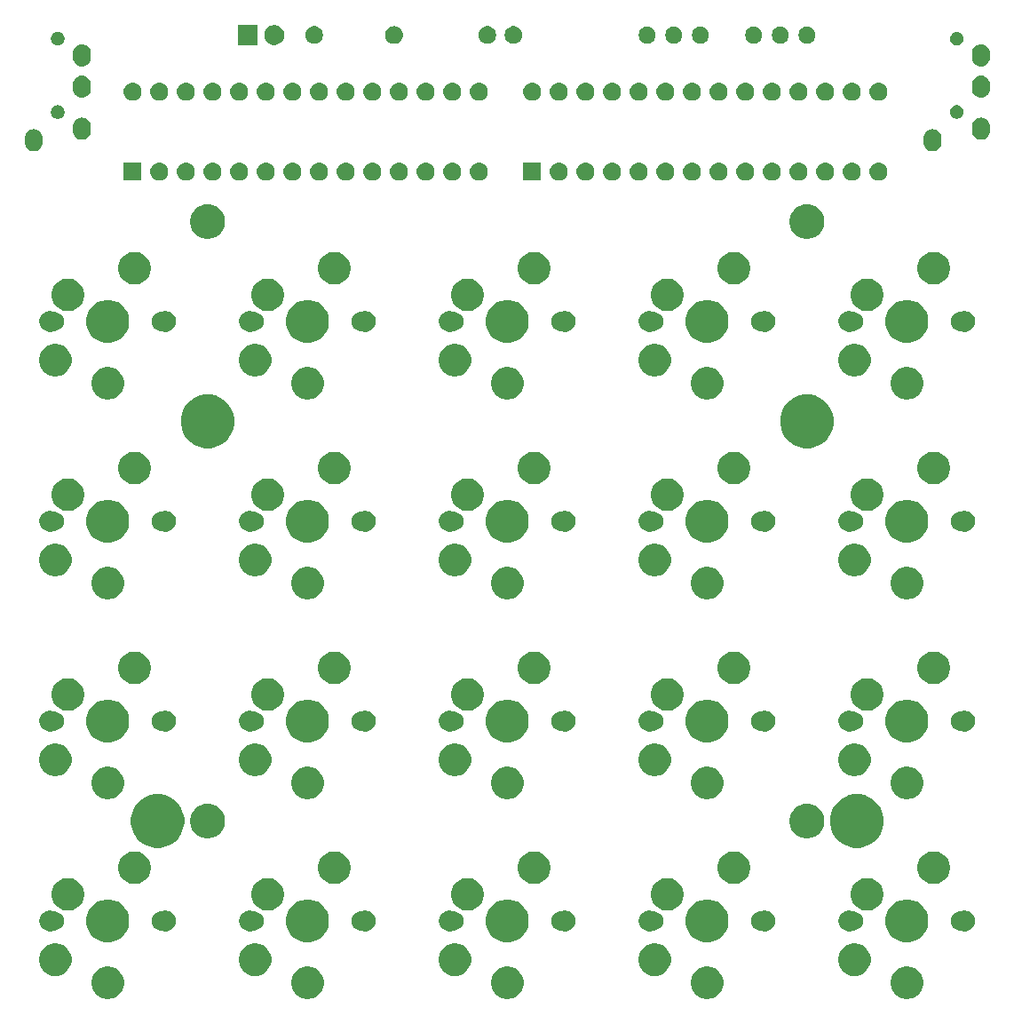
<source format=gts>
G04 #@! TF.GenerationSoftware,KiCad,Pcbnew,5.0.2-bee76a0~70~ubuntu18.04.1*
G04 #@! TF.CreationDate,2019-02-22T00:54:51+09:00*
G04 #@! TF.ProjectId,next-keyboard,6e657874-2d6b-4657-9962-6f6172642e6b,rev?*
G04 #@! TF.SameCoordinates,Original*
G04 #@! TF.FileFunction,Soldermask,Top*
G04 #@! TF.FilePolarity,Negative*
%FSLAX46Y46*%
G04 Gerber Fmt 4.6, Leading zero omitted, Abs format (unit mm)*
G04 Created by KiCad (PCBNEW 5.0.2-bee76a0~70~ubuntu18.04.1) date 2019年02月22日 00時54分51秒*
%MOMM*%
%LPD*%
G01*
G04 APERTURE LIST*
%ADD10C,0.100000*%
G04 APERTURE END LIST*
D10*
G36*
X71790027Y-116307736D02*
X71889910Y-116327604D01*
X72172174Y-116444521D01*
X72426205Y-116614259D01*
X72642241Y-116830295D01*
X72811979Y-117084326D01*
X72928896Y-117366590D01*
X72988500Y-117666240D01*
X72988500Y-117971760D01*
X72928896Y-118271410D01*
X72811979Y-118553674D01*
X72642241Y-118807705D01*
X72426205Y-119023741D01*
X72172174Y-119193479D01*
X71889910Y-119310396D01*
X71790027Y-119330264D01*
X71590262Y-119370000D01*
X71284738Y-119370000D01*
X71084973Y-119330264D01*
X70985090Y-119310396D01*
X70702826Y-119193479D01*
X70448795Y-119023741D01*
X70232759Y-118807705D01*
X70063021Y-118553674D01*
X69946104Y-118271410D01*
X69886500Y-117971760D01*
X69886500Y-117666240D01*
X69946104Y-117366590D01*
X70063021Y-117084326D01*
X70232759Y-116830295D01*
X70448795Y-116614259D01*
X70702826Y-116444521D01*
X70985090Y-116327604D01*
X71084973Y-116307736D01*
X71284738Y-116268000D01*
X71590262Y-116268000D01*
X71790027Y-116307736D01*
X71790027Y-116307736D01*
G37*
G36*
X90840027Y-116307736D02*
X90939910Y-116327604D01*
X91222174Y-116444521D01*
X91476205Y-116614259D01*
X91692241Y-116830295D01*
X91861979Y-117084326D01*
X91978896Y-117366590D01*
X92038500Y-117666240D01*
X92038500Y-117971760D01*
X91978896Y-118271410D01*
X91861979Y-118553674D01*
X91692241Y-118807705D01*
X91476205Y-119023741D01*
X91222174Y-119193479D01*
X90939910Y-119310396D01*
X90840027Y-119330264D01*
X90640262Y-119370000D01*
X90334738Y-119370000D01*
X90134973Y-119330264D01*
X90035090Y-119310396D01*
X89752826Y-119193479D01*
X89498795Y-119023741D01*
X89282759Y-118807705D01*
X89113021Y-118553674D01*
X88996104Y-118271410D01*
X88936500Y-117971760D01*
X88936500Y-117666240D01*
X88996104Y-117366590D01*
X89113021Y-117084326D01*
X89282759Y-116830295D01*
X89498795Y-116614259D01*
X89752826Y-116444521D01*
X90035090Y-116327604D01*
X90134973Y-116307736D01*
X90334738Y-116268000D01*
X90640262Y-116268000D01*
X90840027Y-116307736D01*
X90840027Y-116307736D01*
G37*
G36*
X109890527Y-116307736D02*
X109990410Y-116327604D01*
X110272674Y-116444521D01*
X110526705Y-116614259D01*
X110742741Y-116830295D01*
X110912479Y-117084326D01*
X111029396Y-117366590D01*
X111089000Y-117666240D01*
X111089000Y-117971760D01*
X111029396Y-118271410D01*
X110912479Y-118553674D01*
X110742741Y-118807705D01*
X110526705Y-119023741D01*
X110272674Y-119193479D01*
X109990410Y-119310396D01*
X109890527Y-119330264D01*
X109690762Y-119370000D01*
X109385238Y-119370000D01*
X109185473Y-119330264D01*
X109085590Y-119310396D01*
X108803326Y-119193479D01*
X108549295Y-119023741D01*
X108333259Y-118807705D01*
X108163521Y-118553674D01*
X108046604Y-118271410D01*
X107987000Y-117971760D01*
X107987000Y-117666240D01*
X108046604Y-117366590D01*
X108163521Y-117084326D01*
X108333259Y-116830295D01*
X108549295Y-116614259D01*
X108803326Y-116444521D01*
X109085590Y-116327604D01*
X109185473Y-116307736D01*
X109385238Y-116268000D01*
X109690762Y-116268000D01*
X109890527Y-116307736D01*
X109890527Y-116307736D01*
G37*
G36*
X52740027Y-116307736D02*
X52839910Y-116327604D01*
X53122174Y-116444521D01*
X53376205Y-116614259D01*
X53592241Y-116830295D01*
X53761979Y-117084326D01*
X53878896Y-117366590D01*
X53938500Y-117666240D01*
X53938500Y-117971760D01*
X53878896Y-118271410D01*
X53761979Y-118553674D01*
X53592241Y-118807705D01*
X53376205Y-119023741D01*
X53122174Y-119193479D01*
X52839910Y-119310396D01*
X52740027Y-119330264D01*
X52540262Y-119370000D01*
X52234738Y-119370000D01*
X52034973Y-119330264D01*
X51935090Y-119310396D01*
X51652826Y-119193479D01*
X51398795Y-119023741D01*
X51182759Y-118807705D01*
X51013021Y-118553674D01*
X50896104Y-118271410D01*
X50836500Y-117971760D01*
X50836500Y-117666240D01*
X50896104Y-117366590D01*
X51013021Y-117084326D01*
X51182759Y-116830295D01*
X51398795Y-116614259D01*
X51652826Y-116444521D01*
X51935090Y-116327604D01*
X52034973Y-116307736D01*
X52234738Y-116268000D01*
X52540262Y-116268000D01*
X52740027Y-116307736D01*
X52740027Y-116307736D01*
G37*
G36*
X33690027Y-116307736D02*
X33789910Y-116327604D01*
X34072174Y-116444521D01*
X34326205Y-116614259D01*
X34542241Y-116830295D01*
X34711979Y-117084326D01*
X34828896Y-117366590D01*
X34888500Y-117666240D01*
X34888500Y-117971760D01*
X34828896Y-118271410D01*
X34711979Y-118553674D01*
X34542241Y-118807705D01*
X34326205Y-119023741D01*
X34072174Y-119193479D01*
X33789910Y-119310396D01*
X33690027Y-119330264D01*
X33490262Y-119370000D01*
X33184738Y-119370000D01*
X32984973Y-119330264D01*
X32885090Y-119310396D01*
X32602826Y-119193479D01*
X32348795Y-119023741D01*
X32132759Y-118807705D01*
X31963021Y-118553674D01*
X31846104Y-118271410D01*
X31786500Y-117971760D01*
X31786500Y-117666240D01*
X31846104Y-117366590D01*
X31963021Y-117084326D01*
X32132759Y-116830295D01*
X32348795Y-116614259D01*
X32602826Y-116444521D01*
X32885090Y-116327604D01*
X32984973Y-116307736D01*
X33184738Y-116268000D01*
X33490262Y-116268000D01*
X33690027Y-116307736D01*
X33690027Y-116307736D01*
G37*
G36*
X28690027Y-114107736D02*
X28789910Y-114127604D01*
X29072174Y-114244521D01*
X29326205Y-114414259D01*
X29542241Y-114630295D01*
X29711979Y-114884326D01*
X29828896Y-115166590D01*
X29888500Y-115466240D01*
X29888500Y-115771760D01*
X29828896Y-116071410D01*
X29711979Y-116353674D01*
X29542241Y-116607705D01*
X29326205Y-116823741D01*
X29072174Y-116993479D01*
X28789910Y-117110396D01*
X28690027Y-117130264D01*
X28490262Y-117170000D01*
X28184738Y-117170000D01*
X27984973Y-117130264D01*
X27885090Y-117110396D01*
X27602826Y-116993479D01*
X27348795Y-116823741D01*
X27132759Y-116607705D01*
X26963021Y-116353674D01*
X26846104Y-116071410D01*
X26786500Y-115771760D01*
X26786500Y-115466240D01*
X26846104Y-115166590D01*
X26963021Y-114884326D01*
X27132759Y-114630295D01*
X27348795Y-114414259D01*
X27602826Y-114244521D01*
X27885090Y-114127604D01*
X27984973Y-114107736D01*
X28184738Y-114068000D01*
X28490262Y-114068000D01*
X28690027Y-114107736D01*
X28690027Y-114107736D01*
G37*
G36*
X104890527Y-114107736D02*
X104990410Y-114127604D01*
X105272674Y-114244521D01*
X105526705Y-114414259D01*
X105742741Y-114630295D01*
X105912479Y-114884326D01*
X106029396Y-115166590D01*
X106089000Y-115466240D01*
X106089000Y-115771760D01*
X106029396Y-116071410D01*
X105912479Y-116353674D01*
X105742741Y-116607705D01*
X105526705Y-116823741D01*
X105272674Y-116993479D01*
X104990410Y-117110396D01*
X104890527Y-117130264D01*
X104690762Y-117170000D01*
X104385238Y-117170000D01*
X104185473Y-117130264D01*
X104085590Y-117110396D01*
X103803326Y-116993479D01*
X103549295Y-116823741D01*
X103333259Y-116607705D01*
X103163521Y-116353674D01*
X103046604Y-116071410D01*
X102987000Y-115771760D01*
X102987000Y-115466240D01*
X103046604Y-115166590D01*
X103163521Y-114884326D01*
X103333259Y-114630295D01*
X103549295Y-114414259D01*
X103803326Y-114244521D01*
X104085590Y-114127604D01*
X104185473Y-114107736D01*
X104385238Y-114068000D01*
X104690762Y-114068000D01*
X104890527Y-114107736D01*
X104890527Y-114107736D01*
G37*
G36*
X85840027Y-114107736D02*
X85939910Y-114127604D01*
X86222174Y-114244521D01*
X86476205Y-114414259D01*
X86692241Y-114630295D01*
X86861979Y-114884326D01*
X86978896Y-115166590D01*
X87038500Y-115466240D01*
X87038500Y-115771760D01*
X86978896Y-116071410D01*
X86861979Y-116353674D01*
X86692241Y-116607705D01*
X86476205Y-116823741D01*
X86222174Y-116993479D01*
X85939910Y-117110396D01*
X85840027Y-117130264D01*
X85640262Y-117170000D01*
X85334738Y-117170000D01*
X85134973Y-117130264D01*
X85035090Y-117110396D01*
X84752826Y-116993479D01*
X84498795Y-116823741D01*
X84282759Y-116607705D01*
X84113021Y-116353674D01*
X83996104Y-116071410D01*
X83936500Y-115771760D01*
X83936500Y-115466240D01*
X83996104Y-115166590D01*
X84113021Y-114884326D01*
X84282759Y-114630295D01*
X84498795Y-114414259D01*
X84752826Y-114244521D01*
X85035090Y-114127604D01*
X85134973Y-114107736D01*
X85334738Y-114068000D01*
X85640262Y-114068000D01*
X85840027Y-114107736D01*
X85840027Y-114107736D01*
G37*
G36*
X47740027Y-114107736D02*
X47839910Y-114127604D01*
X48122174Y-114244521D01*
X48376205Y-114414259D01*
X48592241Y-114630295D01*
X48761979Y-114884326D01*
X48878896Y-115166590D01*
X48938500Y-115466240D01*
X48938500Y-115771760D01*
X48878896Y-116071410D01*
X48761979Y-116353674D01*
X48592241Y-116607705D01*
X48376205Y-116823741D01*
X48122174Y-116993479D01*
X47839910Y-117110396D01*
X47740027Y-117130264D01*
X47540262Y-117170000D01*
X47234738Y-117170000D01*
X47034973Y-117130264D01*
X46935090Y-117110396D01*
X46652826Y-116993479D01*
X46398795Y-116823741D01*
X46182759Y-116607705D01*
X46013021Y-116353674D01*
X45896104Y-116071410D01*
X45836500Y-115771760D01*
X45836500Y-115466240D01*
X45896104Y-115166590D01*
X46013021Y-114884326D01*
X46182759Y-114630295D01*
X46398795Y-114414259D01*
X46652826Y-114244521D01*
X46935090Y-114127604D01*
X47034973Y-114107736D01*
X47234738Y-114068000D01*
X47540262Y-114068000D01*
X47740027Y-114107736D01*
X47740027Y-114107736D01*
G37*
G36*
X66790027Y-114107736D02*
X66889910Y-114127604D01*
X67172174Y-114244521D01*
X67426205Y-114414259D01*
X67642241Y-114630295D01*
X67811979Y-114884326D01*
X67928896Y-115166590D01*
X67988500Y-115466240D01*
X67988500Y-115771760D01*
X67928896Y-116071410D01*
X67811979Y-116353674D01*
X67642241Y-116607705D01*
X67426205Y-116823741D01*
X67172174Y-116993479D01*
X66889910Y-117110396D01*
X66790027Y-117130264D01*
X66590262Y-117170000D01*
X66284738Y-117170000D01*
X66084973Y-117130264D01*
X65985090Y-117110396D01*
X65702826Y-116993479D01*
X65448795Y-116823741D01*
X65232759Y-116607705D01*
X65063021Y-116353674D01*
X64946104Y-116071410D01*
X64886500Y-115771760D01*
X64886500Y-115466240D01*
X64946104Y-115166590D01*
X65063021Y-114884326D01*
X65232759Y-114630295D01*
X65448795Y-114414259D01*
X65702826Y-114244521D01*
X65985090Y-114127604D01*
X66084973Y-114107736D01*
X66284738Y-114068000D01*
X66590262Y-114068000D01*
X66790027Y-114107736D01*
X66790027Y-114107736D01*
G37*
G36*
X91085752Y-109946818D02*
X91085754Y-109946819D01*
X91085755Y-109946819D01*
X91459013Y-110101427D01*
X91790405Y-110322857D01*
X91794939Y-110325886D01*
X92080614Y-110611561D01*
X92080616Y-110611564D01*
X92305073Y-110947487D01*
X92459681Y-111320745D01*
X92459682Y-111320748D01*
X92538500Y-111716993D01*
X92538500Y-112121007D01*
X92464436Y-112493354D01*
X92459681Y-112517255D01*
X92305073Y-112890513D01*
X92305072Y-112890514D01*
X92080614Y-113226439D01*
X91794939Y-113512114D01*
X91794936Y-113512116D01*
X91459013Y-113736573D01*
X91085755Y-113891181D01*
X91085754Y-113891181D01*
X91085752Y-113891182D01*
X90689507Y-113970000D01*
X90285493Y-113970000D01*
X89889248Y-113891182D01*
X89889246Y-113891181D01*
X89889245Y-113891181D01*
X89515987Y-113736573D01*
X89180064Y-113512116D01*
X89180061Y-113512114D01*
X88894386Y-113226439D01*
X88669928Y-112890514D01*
X88669927Y-112890513D01*
X88515319Y-112517255D01*
X88510565Y-112493354D01*
X88436500Y-112121007D01*
X88436500Y-111716993D01*
X88515318Y-111320748D01*
X88515319Y-111320745D01*
X88669927Y-110947487D01*
X88894384Y-110611564D01*
X88894386Y-110611561D01*
X89180061Y-110325886D01*
X89184595Y-110322857D01*
X89515987Y-110101427D01*
X89889245Y-109946819D01*
X89889246Y-109946819D01*
X89889248Y-109946818D01*
X90285493Y-109868000D01*
X90689507Y-109868000D01*
X91085752Y-109946818D01*
X91085752Y-109946818D01*
G37*
G36*
X110136252Y-109946818D02*
X110136254Y-109946819D01*
X110136255Y-109946819D01*
X110509513Y-110101427D01*
X110840905Y-110322857D01*
X110845439Y-110325886D01*
X111131114Y-110611561D01*
X111131116Y-110611564D01*
X111355573Y-110947487D01*
X111510181Y-111320745D01*
X111510182Y-111320748D01*
X111589000Y-111716993D01*
X111589000Y-112121007D01*
X111514936Y-112493354D01*
X111510181Y-112517255D01*
X111355573Y-112890513D01*
X111355572Y-112890514D01*
X111131114Y-113226439D01*
X110845439Y-113512114D01*
X110845436Y-113512116D01*
X110509513Y-113736573D01*
X110136255Y-113891181D01*
X110136254Y-113891181D01*
X110136252Y-113891182D01*
X109740007Y-113970000D01*
X109335993Y-113970000D01*
X108939748Y-113891182D01*
X108939746Y-113891181D01*
X108939745Y-113891181D01*
X108566487Y-113736573D01*
X108230564Y-113512116D01*
X108230561Y-113512114D01*
X107944886Y-113226439D01*
X107720428Y-112890514D01*
X107720427Y-112890513D01*
X107565819Y-112517255D01*
X107561065Y-112493354D01*
X107487000Y-112121007D01*
X107487000Y-111716993D01*
X107565818Y-111320748D01*
X107565819Y-111320745D01*
X107720427Y-110947487D01*
X107944884Y-110611564D01*
X107944886Y-110611561D01*
X108230561Y-110325886D01*
X108235095Y-110322857D01*
X108566487Y-110101427D01*
X108939745Y-109946819D01*
X108939746Y-109946819D01*
X108939748Y-109946818D01*
X109335993Y-109868000D01*
X109740007Y-109868000D01*
X110136252Y-109946818D01*
X110136252Y-109946818D01*
G37*
G36*
X33935752Y-109946818D02*
X33935754Y-109946819D01*
X33935755Y-109946819D01*
X34309013Y-110101427D01*
X34640405Y-110322857D01*
X34644939Y-110325886D01*
X34930614Y-110611561D01*
X34930616Y-110611564D01*
X35155073Y-110947487D01*
X35309681Y-111320745D01*
X35309682Y-111320748D01*
X35388500Y-111716993D01*
X35388500Y-112121007D01*
X35314436Y-112493354D01*
X35309681Y-112517255D01*
X35155073Y-112890513D01*
X35155072Y-112890514D01*
X34930614Y-113226439D01*
X34644939Y-113512114D01*
X34644936Y-113512116D01*
X34309013Y-113736573D01*
X33935755Y-113891181D01*
X33935754Y-113891181D01*
X33935752Y-113891182D01*
X33539507Y-113970000D01*
X33135493Y-113970000D01*
X32739248Y-113891182D01*
X32739246Y-113891181D01*
X32739245Y-113891181D01*
X32365987Y-113736573D01*
X32030064Y-113512116D01*
X32030061Y-113512114D01*
X31744386Y-113226439D01*
X31519928Y-112890514D01*
X31519927Y-112890513D01*
X31365319Y-112517255D01*
X31360565Y-112493354D01*
X31286500Y-112121007D01*
X31286500Y-111716993D01*
X31365318Y-111320748D01*
X31365319Y-111320745D01*
X31519927Y-110947487D01*
X31744384Y-110611564D01*
X31744386Y-110611561D01*
X32030061Y-110325886D01*
X32034595Y-110322857D01*
X32365987Y-110101427D01*
X32739245Y-109946819D01*
X32739246Y-109946819D01*
X32739248Y-109946818D01*
X33135493Y-109868000D01*
X33539507Y-109868000D01*
X33935752Y-109946818D01*
X33935752Y-109946818D01*
G37*
G36*
X52985752Y-109946818D02*
X52985754Y-109946819D01*
X52985755Y-109946819D01*
X53359013Y-110101427D01*
X53690405Y-110322857D01*
X53694939Y-110325886D01*
X53980614Y-110611561D01*
X53980616Y-110611564D01*
X54205073Y-110947487D01*
X54359681Y-111320745D01*
X54359682Y-111320748D01*
X54438500Y-111716993D01*
X54438500Y-112121007D01*
X54364436Y-112493354D01*
X54359681Y-112517255D01*
X54205073Y-112890513D01*
X54205072Y-112890514D01*
X53980614Y-113226439D01*
X53694939Y-113512114D01*
X53694936Y-113512116D01*
X53359013Y-113736573D01*
X52985755Y-113891181D01*
X52985754Y-113891181D01*
X52985752Y-113891182D01*
X52589507Y-113970000D01*
X52185493Y-113970000D01*
X51789248Y-113891182D01*
X51789246Y-113891181D01*
X51789245Y-113891181D01*
X51415987Y-113736573D01*
X51080064Y-113512116D01*
X51080061Y-113512114D01*
X50794386Y-113226439D01*
X50569928Y-112890514D01*
X50569927Y-112890513D01*
X50415319Y-112517255D01*
X50410565Y-112493354D01*
X50336500Y-112121007D01*
X50336500Y-111716993D01*
X50415318Y-111320748D01*
X50415319Y-111320745D01*
X50569927Y-110947487D01*
X50794384Y-110611564D01*
X50794386Y-110611561D01*
X51080061Y-110325886D01*
X51084595Y-110322857D01*
X51415987Y-110101427D01*
X51789245Y-109946819D01*
X51789246Y-109946819D01*
X51789248Y-109946818D01*
X52185493Y-109868000D01*
X52589507Y-109868000D01*
X52985752Y-109946818D01*
X52985752Y-109946818D01*
G37*
G36*
X72035752Y-109946818D02*
X72035754Y-109946819D01*
X72035755Y-109946819D01*
X72409013Y-110101427D01*
X72740405Y-110322857D01*
X72744939Y-110325886D01*
X73030614Y-110611561D01*
X73030616Y-110611564D01*
X73255073Y-110947487D01*
X73409681Y-111320745D01*
X73409682Y-111320748D01*
X73488500Y-111716993D01*
X73488500Y-112121007D01*
X73414436Y-112493354D01*
X73409681Y-112517255D01*
X73255073Y-112890513D01*
X73255072Y-112890514D01*
X73030614Y-113226439D01*
X72744939Y-113512114D01*
X72744936Y-113512116D01*
X72409013Y-113736573D01*
X72035755Y-113891181D01*
X72035754Y-113891181D01*
X72035752Y-113891182D01*
X71639507Y-113970000D01*
X71235493Y-113970000D01*
X70839248Y-113891182D01*
X70839246Y-113891181D01*
X70839245Y-113891181D01*
X70465987Y-113736573D01*
X70130064Y-113512116D01*
X70130061Y-113512114D01*
X69844386Y-113226439D01*
X69619928Y-112890514D01*
X69619927Y-112890513D01*
X69465319Y-112517255D01*
X69460565Y-112493354D01*
X69386500Y-112121007D01*
X69386500Y-111716993D01*
X69465318Y-111320748D01*
X69465319Y-111320745D01*
X69619927Y-110947487D01*
X69844384Y-110611564D01*
X69844386Y-110611561D01*
X70130061Y-110325886D01*
X70134595Y-110322857D01*
X70465987Y-110101427D01*
X70839245Y-109946819D01*
X70839246Y-109946819D01*
X70839248Y-109946818D01*
X71235493Y-109868000D01*
X71639507Y-109868000D01*
X72035752Y-109946818D01*
X72035752Y-109946818D01*
G37*
G36*
X39129481Y-110956468D02*
X39311650Y-111031925D01*
X39475603Y-111141475D01*
X39615025Y-111280897D01*
X39724575Y-111444850D01*
X39800032Y-111627019D01*
X39838500Y-111820410D01*
X39838500Y-112017590D01*
X39800032Y-112210981D01*
X39724575Y-112393150D01*
X39615025Y-112557103D01*
X39475603Y-112696525D01*
X39311650Y-112806075D01*
X39129481Y-112881532D01*
X38936090Y-112920000D01*
X38738910Y-112920000D01*
X38545519Y-112881532D01*
X38419939Y-112829515D01*
X38396490Y-112822402D01*
X38372104Y-112820000D01*
X38328759Y-112820000D01*
X38154688Y-112785376D01*
X37990716Y-112717456D01*
X37843146Y-112618853D01*
X37717647Y-112493354D01*
X37619044Y-112345784D01*
X37551124Y-112181812D01*
X37516500Y-112007741D01*
X37516500Y-111830259D01*
X37551124Y-111656188D01*
X37619044Y-111492216D01*
X37717647Y-111344646D01*
X37843146Y-111219147D01*
X37990716Y-111120544D01*
X38154688Y-111052624D01*
X38328759Y-111018000D01*
X38372104Y-111018000D01*
X38396490Y-111015598D01*
X38419939Y-111008485D01*
X38545519Y-110956468D01*
X38738910Y-110918000D01*
X38936090Y-110918000D01*
X39129481Y-110956468D01*
X39129481Y-110956468D01*
G37*
G36*
X115329981Y-110956468D02*
X115512150Y-111031925D01*
X115676103Y-111141475D01*
X115815525Y-111280897D01*
X115925075Y-111444850D01*
X116000532Y-111627019D01*
X116039000Y-111820410D01*
X116039000Y-112017590D01*
X116000532Y-112210981D01*
X115925075Y-112393150D01*
X115815525Y-112557103D01*
X115676103Y-112696525D01*
X115512150Y-112806075D01*
X115329981Y-112881532D01*
X115136590Y-112920000D01*
X114939410Y-112920000D01*
X114746019Y-112881532D01*
X114620439Y-112829515D01*
X114596990Y-112822402D01*
X114572604Y-112820000D01*
X114529259Y-112820000D01*
X114355188Y-112785376D01*
X114191216Y-112717456D01*
X114043646Y-112618853D01*
X113918147Y-112493354D01*
X113819544Y-112345784D01*
X113751624Y-112181812D01*
X113717000Y-112007741D01*
X113717000Y-111830259D01*
X113751624Y-111656188D01*
X113819544Y-111492216D01*
X113918147Y-111344646D01*
X114043646Y-111219147D01*
X114191216Y-111120544D01*
X114355188Y-111052624D01*
X114529259Y-111018000D01*
X114572604Y-111018000D01*
X114596990Y-111015598D01*
X114620439Y-111008485D01*
X114746019Y-110956468D01*
X114939410Y-110918000D01*
X115136590Y-110918000D01*
X115329981Y-110956468D01*
X115329981Y-110956468D01*
G37*
G36*
X28129481Y-110956468D02*
X28255061Y-111008485D01*
X28278510Y-111015598D01*
X28302896Y-111018000D01*
X28346241Y-111018000D01*
X28520312Y-111052624D01*
X28684284Y-111120544D01*
X28831854Y-111219147D01*
X28957353Y-111344646D01*
X29055956Y-111492216D01*
X29123876Y-111656188D01*
X29158500Y-111830259D01*
X29158500Y-112007741D01*
X29123876Y-112181812D01*
X29055956Y-112345784D01*
X28957353Y-112493354D01*
X28831854Y-112618853D01*
X28684284Y-112717456D01*
X28520312Y-112785376D01*
X28346241Y-112820000D01*
X28302896Y-112820000D01*
X28278510Y-112822402D01*
X28255061Y-112829515D01*
X28129481Y-112881532D01*
X27936090Y-112920000D01*
X27738910Y-112920000D01*
X27545519Y-112881532D01*
X27363350Y-112806075D01*
X27199397Y-112696525D01*
X27059975Y-112557103D01*
X26950425Y-112393150D01*
X26874968Y-112210981D01*
X26836500Y-112017590D01*
X26836500Y-111820410D01*
X26874968Y-111627019D01*
X26950425Y-111444850D01*
X27059975Y-111280897D01*
X27199397Y-111141475D01*
X27363350Y-111031925D01*
X27545519Y-110956468D01*
X27738910Y-110918000D01*
X27936090Y-110918000D01*
X28129481Y-110956468D01*
X28129481Y-110956468D01*
G37*
G36*
X96279481Y-110956468D02*
X96461650Y-111031925D01*
X96625603Y-111141475D01*
X96765025Y-111280897D01*
X96874575Y-111444850D01*
X96950032Y-111627019D01*
X96988500Y-111820410D01*
X96988500Y-112017590D01*
X96950032Y-112210981D01*
X96874575Y-112393150D01*
X96765025Y-112557103D01*
X96625603Y-112696525D01*
X96461650Y-112806075D01*
X96279481Y-112881532D01*
X96086090Y-112920000D01*
X95888910Y-112920000D01*
X95695519Y-112881532D01*
X95569939Y-112829515D01*
X95546490Y-112822402D01*
X95522104Y-112820000D01*
X95478759Y-112820000D01*
X95304688Y-112785376D01*
X95140716Y-112717456D01*
X94993146Y-112618853D01*
X94867647Y-112493354D01*
X94769044Y-112345784D01*
X94701124Y-112181812D01*
X94666500Y-112007741D01*
X94666500Y-111830259D01*
X94701124Y-111656188D01*
X94769044Y-111492216D01*
X94867647Y-111344646D01*
X94993146Y-111219147D01*
X95140716Y-111120544D01*
X95304688Y-111052624D01*
X95478759Y-111018000D01*
X95522104Y-111018000D01*
X95546490Y-111015598D01*
X95569939Y-111008485D01*
X95695519Y-110956468D01*
X95888910Y-110918000D01*
X96086090Y-110918000D01*
X96279481Y-110956468D01*
X96279481Y-110956468D01*
G37*
G36*
X85279481Y-110956468D02*
X85405061Y-111008485D01*
X85428510Y-111015598D01*
X85452896Y-111018000D01*
X85496241Y-111018000D01*
X85670312Y-111052624D01*
X85834284Y-111120544D01*
X85981854Y-111219147D01*
X86107353Y-111344646D01*
X86205956Y-111492216D01*
X86273876Y-111656188D01*
X86308500Y-111830259D01*
X86308500Y-112007741D01*
X86273876Y-112181812D01*
X86205956Y-112345784D01*
X86107353Y-112493354D01*
X85981854Y-112618853D01*
X85834284Y-112717456D01*
X85670312Y-112785376D01*
X85496241Y-112820000D01*
X85452896Y-112820000D01*
X85428510Y-112822402D01*
X85405061Y-112829515D01*
X85279481Y-112881532D01*
X85086090Y-112920000D01*
X84888910Y-112920000D01*
X84695519Y-112881532D01*
X84513350Y-112806075D01*
X84349397Y-112696525D01*
X84209975Y-112557103D01*
X84100425Y-112393150D01*
X84024968Y-112210981D01*
X83986500Y-112017590D01*
X83986500Y-111820410D01*
X84024968Y-111627019D01*
X84100425Y-111444850D01*
X84209975Y-111280897D01*
X84349397Y-111141475D01*
X84513350Y-111031925D01*
X84695519Y-110956468D01*
X84888910Y-110918000D01*
X85086090Y-110918000D01*
X85279481Y-110956468D01*
X85279481Y-110956468D01*
G37*
G36*
X47179481Y-110956468D02*
X47305061Y-111008485D01*
X47328510Y-111015598D01*
X47352896Y-111018000D01*
X47396241Y-111018000D01*
X47570312Y-111052624D01*
X47734284Y-111120544D01*
X47881854Y-111219147D01*
X48007353Y-111344646D01*
X48105956Y-111492216D01*
X48173876Y-111656188D01*
X48208500Y-111830259D01*
X48208500Y-112007741D01*
X48173876Y-112181812D01*
X48105956Y-112345784D01*
X48007353Y-112493354D01*
X47881854Y-112618853D01*
X47734284Y-112717456D01*
X47570312Y-112785376D01*
X47396241Y-112820000D01*
X47352896Y-112820000D01*
X47328510Y-112822402D01*
X47305061Y-112829515D01*
X47179481Y-112881532D01*
X46986090Y-112920000D01*
X46788910Y-112920000D01*
X46595519Y-112881532D01*
X46413350Y-112806075D01*
X46249397Y-112696525D01*
X46109975Y-112557103D01*
X46000425Y-112393150D01*
X45924968Y-112210981D01*
X45886500Y-112017590D01*
X45886500Y-111820410D01*
X45924968Y-111627019D01*
X46000425Y-111444850D01*
X46109975Y-111280897D01*
X46249397Y-111141475D01*
X46413350Y-111031925D01*
X46595519Y-110956468D01*
X46788910Y-110918000D01*
X46986090Y-110918000D01*
X47179481Y-110956468D01*
X47179481Y-110956468D01*
G37*
G36*
X77229481Y-110956468D02*
X77411650Y-111031925D01*
X77575603Y-111141475D01*
X77715025Y-111280897D01*
X77824575Y-111444850D01*
X77900032Y-111627019D01*
X77938500Y-111820410D01*
X77938500Y-112017590D01*
X77900032Y-112210981D01*
X77824575Y-112393150D01*
X77715025Y-112557103D01*
X77575603Y-112696525D01*
X77411650Y-112806075D01*
X77229481Y-112881532D01*
X77036090Y-112920000D01*
X76838910Y-112920000D01*
X76645519Y-112881532D01*
X76519939Y-112829515D01*
X76496490Y-112822402D01*
X76472104Y-112820000D01*
X76428759Y-112820000D01*
X76254688Y-112785376D01*
X76090716Y-112717456D01*
X75943146Y-112618853D01*
X75817647Y-112493354D01*
X75719044Y-112345784D01*
X75651124Y-112181812D01*
X75616500Y-112007741D01*
X75616500Y-111830259D01*
X75651124Y-111656188D01*
X75719044Y-111492216D01*
X75817647Y-111344646D01*
X75943146Y-111219147D01*
X76090716Y-111120544D01*
X76254688Y-111052624D01*
X76428759Y-111018000D01*
X76472104Y-111018000D01*
X76496490Y-111015598D01*
X76519939Y-111008485D01*
X76645519Y-110956468D01*
X76838910Y-110918000D01*
X77036090Y-110918000D01*
X77229481Y-110956468D01*
X77229481Y-110956468D01*
G37*
G36*
X66229481Y-110956468D02*
X66355061Y-111008485D01*
X66378510Y-111015598D01*
X66402896Y-111018000D01*
X66446241Y-111018000D01*
X66620312Y-111052624D01*
X66784284Y-111120544D01*
X66931854Y-111219147D01*
X67057353Y-111344646D01*
X67155956Y-111492216D01*
X67223876Y-111656188D01*
X67258500Y-111830259D01*
X67258500Y-112007741D01*
X67223876Y-112181812D01*
X67155956Y-112345784D01*
X67057353Y-112493354D01*
X66931854Y-112618853D01*
X66784284Y-112717456D01*
X66620312Y-112785376D01*
X66446241Y-112820000D01*
X66402896Y-112820000D01*
X66378510Y-112822402D01*
X66355061Y-112829515D01*
X66229481Y-112881532D01*
X66036090Y-112920000D01*
X65838910Y-112920000D01*
X65645519Y-112881532D01*
X65463350Y-112806075D01*
X65299397Y-112696525D01*
X65159975Y-112557103D01*
X65050425Y-112393150D01*
X64974968Y-112210981D01*
X64936500Y-112017590D01*
X64936500Y-111820410D01*
X64974968Y-111627019D01*
X65050425Y-111444850D01*
X65159975Y-111280897D01*
X65299397Y-111141475D01*
X65463350Y-111031925D01*
X65645519Y-110956468D01*
X65838910Y-110918000D01*
X66036090Y-110918000D01*
X66229481Y-110956468D01*
X66229481Y-110956468D01*
G37*
G36*
X58179481Y-110956468D02*
X58361650Y-111031925D01*
X58525603Y-111141475D01*
X58665025Y-111280897D01*
X58774575Y-111444850D01*
X58850032Y-111627019D01*
X58888500Y-111820410D01*
X58888500Y-112017590D01*
X58850032Y-112210981D01*
X58774575Y-112393150D01*
X58665025Y-112557103D01*
X58525603Y-112696525D01*
X58361650Y-112806075D01*
X58179481Y-112881532D01*
X57986090Y-112920000D01*
X57788910Y-112920000D01*
X57595519Y-112881532D01*
X57469939Y-112829515D01*
X57446490Y-112822402D01*
X57422104Y-112820000D01*
X57378759Y-112820000D01*
X57204688Y-112785376D01*
X57040716Y-112717456D01*
X56893146Y-112618853D01*
X56767647Y-112493354D01*
X56669044Y-112345784D01*
X56601124Y-112181812D01*
X56566500Y-112007741D01*
X56566500Y-111830259D01*
X56601124Y-111656188D01*
X56669044Y-111492216D01*
X56767647Y-111344646D01*
X56893146Y-111219147D01*
X57040716Y-111120544D01*
X57204688Y-111052624D01*
X57378759Y-111018000D01*
X57422104Y-111018000D01*
X57446490Y-111015598D01*
X57469939Y-111008485D01*
X57595519Y-110956468D01*
X57788910Y-110918000D01*
X57986090Y-110918000D01*
X58179481Y-110956468D01*
X58179481Y-110956468D01*
G37*
G36*
X104329981Y-110956468D02*
X104455561Y-111008485D01*
X104479010Y-111015598D01*
X104503396Y-111018000D01*
X104546741Y-111018000D01*
X104720812Y-111052624D01*
X104884784Y-111120544D01*
X105032354Y-111219147D01*
X105157853Y-111344646D01*
X105256456Y-111492216D01*
X105324376Y-111656188D01*
X105359000Y-111830259D01*
X105359000Y-112007741D01*
X105324376Y-112181812D01*
X105256456Y-112345784D01*
X105157853Y-112493354D01*
X105032354Y-112618853D01*
X104884784Y-112717456D01*
X104720812Y-112785376D01*
X104546741Y-112820000D01*
X104503396Y-112820000D01*
X104479010Y-112822402D01*
X104455561Y-112829515D01*
X104329981Y-112881532D01*
X104136590Y-112920000D01*
X103939410Y-112920000D01*
X103746019Y-112881532D01*
X103563850Y-112806075D01*
X103399897Y-112696525D01*
X103260475Y-112557103D01*
X103150925Y-112393150D01*
X103075468Y-112210981D01*
X103037000Y-112017590D01*
X103037000Y-111820410D01*
X103075468Y-111627019D01*
X103150925Y-111444850D01*
X103260475Y-111280897D01*
X103399897Y-111141475D01*
X103563850Y-111031925D01*
X103746019Y-110956468D01*
X103939410Y-110918000D01*
X104136590Y-110918000D01*
X104329981Y-110956468D01*
X104329981Y-110956468D01*
G37*
G36*
X29880027Y-107867736D02*
X29979910Y-107887604D01*
X30262174Y-108004521D01*
X30516205Y-108174259D01*
X30732241Y-108390295D01*
X30901979Y-108644326D01*
X31018896Y-108926590D01*
X31078500Y-109226240D01*
X31078500Y-109531760D01*
X31018896Y-109831410D01*
X30901979Y-110113674D01*
X30732241Y-110367705D01*
X30516205Y-110583741D01*
X30262174Y-110753479D01*
X29979910Y-110870396D01*
X29880027Y-110890264D01*
X29680262Y-110930000D01*
X29374738Y-110930000D01*
X29174973Y-110890264D01*
X29075090Y-110870396D01*
X28792826Y-110753479D01*
X28538795Y-110583741D01*
X28322759Y-110367705D01*
X28153021Y-110113674D01*
X28036104Y-109831410D01*
X27976500Y-109531760D01*
X27976500Y-109226240D01*
X28036104Y-108926590D01*
X28153021Y-108644326D01*
X28322759Y-108390295D01*
X28538795Y-108174259D01*
X28792826Y-108004521D01*
X29075090Y-107887604D01*
X29174973Y-107867736D01*
X29374738Y-107828000D01*
X29680262Y-107828000D01*
X29880027Y-107867736D01*
X29880027Y-107867736D01*
G37*
G36*
X87030027Y-107867736D02*
X87129910Y-107887604D01*
X87412174Y-108004521D01*
X87666205Y-108174259D01*
X87882241Y-108390295D01*
X88051979Y-108644326D01*
X88168896Y-108926590D01*
X88228500Y-109226240D01*
X88228500Y-109531760D01*
X88168896Y-109831410D01*
X88051979Y-110113674D01*
X87882241Y-110367705D01*
X87666205Y-110583741D01*
X87412174Y-110753479D01*
X87129910Y-110870396D01*
X87030027Y-110890264D01*
X86830262Y-110930000D01*
X86524738Y-110930000D01*
X86324973Y-110890264D01*
X86225090Y-110870396D01*
X85942826Y-110753479D01*
X85688795Y-110583741D01*
X85472759Y-110367705D01*
X85303021Y-110113674D01*
X85186104Y-109831410D01*
X85126500Y-109531760D01*
X85126500Y-109226240D01*
X85186104Y-108926590D01*
X85303021Y-108644326D01*
X85472759Y-108390295D01*
X85688795Y-108174259D01*
X85942826Y-108004521D01*
X86225090Y-107887604D01*
X86324973Y-107867736D01*
X86524738Y-107828000D01*
X86830262Y-107828000D01*
X87030027Y-107867736D01*
X87030027Y-107867736D01*
G37*
G36*
X67980027Y-107867736D02*
X68079910Y-107887604D01*
X68362174Y-108004521D01*
X68616205Y-108174259D01*
X68832241Y-108390295D01*
X69001979Y-108644326D01*
X69118896Y-108926590D01*
X69178500Y-109226240D01*
X69178500Y-109531760D01*
X69118896Y-109831410D01*
X69001979Y-110113674D01*
X68832241Y-110367705D01*
X68616205Y-110583741D01*
X68362174Y-110753479D01*
X68079910Y-110870396D01*
X67980027Y-110890264D01*
X67780262Y-110930000D01*
X67474738Y-110930000D01*
X67274973Y-110890264D01*
X67175090Y-110870396D01*
X66892826Y-110753479D01*
X66638795Y-110583741D01*
X66422759Y-110367705D01*
X66253021Y-110113674D01*
X66136104Y-109831410D01*
X66076500Y-109531760D01*
X66076500Y-109226240D01*
X66136104Y-108926590D01*
X66253021Y-108644326D01*
X66422759Y-108390295D01*
X66638795Y-108174259D01*
X66892826Y-108004521D01*
X67175090Y-107887604D01*
X67274973Y-107867736D01*
X67474738Y-107828000D01*
X67780262Y-107828000D01*
X67980027Y-107867736D01*
X67980027Y-107867736D01*
G37*
G36*
X106080527Y-107867736D02*
X106180410Y-107887604D01*
X106462674Y-108004521D01*
X106716705Y-108174259D01*
X106932741Y-108390295D01*
X107102479Y-108644326D01*
X107219396Y-108926590D01*
X107279000Y-109226240D01*
X107279000Y-109531760D01*
X107219396Y-109831410D01*
X107102479Y-110113674D01*
X106932741Y-110367705D01*
X106716705Y-110583741D01*
X106462674Y-110753479D01*
X106180410Y-110870396D01*
X106080527Y-110890264D01*
X105880762Y-110930000D01*
X105575238Y-110930000D01*
X105375473Y-110890264D01*
X105275590Y-110870396D01*
X104993326Y-110753479D01*
X104739295Y-110583741D01*
X104523259Y-110367705D01*
X104353521Y-110113674D01*
X104236604Y-109831410D01*
X104177000Y-109531760D01*
X104177000Y-109226240D01*
X104236604Y-108926590D01*
X104353521Y-108644326D01*
X104523259Y-108390295D01*
X104739295Y-108174259D01*
X104993326Y-108004521D01*
X105275590Y-107887604D01*
X105375473Y-107867736D01*
X105575238Y-107828000D01*
X105880762Y-107828000D01*
X106080527Y-107867736D01*
X106080527Y-107867736D01*
G37*
G36*
X48930027Y-107867736D02*
X49029910Y-107887604D01*
X49312174Y-108004521D01*
X49566205Y-108174259D01*
X49782241Y-108390295D01*
X49951979Y-108644326D01*
X50068896Y-108926590D01*
X50128500Y-109226240D01*
X50128500Y-109531760D01*
X50068896Y-109831410D01*
X49951979Y-110113674D01*
X49782241Y-110367705D01*
X49566205Y-110583741D01*
X49312174Y-110753479D01*
X49029910Y-110870396D01*
X48930027Y-110890264D01*
X48730262Y-110930000D01*
X48424738Y-110930000D01*
X48224973Y-110890264D01*
X48125090Y-110870396D01*
X47842826Y-110753479D01*
X47588795Y-110583741D01*
X47372759Y-110367705D01*
X47203021Y-110113674D01*
X47086104Y-109831410D01*
X47026500Y-109531760D01*
X47026500Y-109226240D01*
X47086104Y-108926590D01*
X47203021Y-108644326D01*
X47372759Y-108390295D01*
X47588795Y-108174259D01*
X47842826Y-108004521D01*
X48125090Y-107887604D01*
X48224973Y-107867736D01*
X48424738Y-107828000D01*
X48730262Y-107828000D01*
X48930027Y-107867736D01*
X48930027Y-107867736D01*
G37*
G36*
X112430527Y-105327736D02*
X112530410Y-105347604D01*
X112812674Y-105464521D01*
X113066705Y-105634259D01*
X113282741Y-105850295D01*
X113452479Y-106104326D01*
X113569396Y-106386590D01*
X113629000Y-106686240D01*
X113629000Y-106991760D01*
X113569396Y-107291410D01*
X113452479Y-107573674D01*
X113282741Y-107827705D01*
X113066705Y-108043741D01*
X112812674Y-108213479D01*
X112530410Y-108330396D01*
X112430527Y-108350264D01*
X112230762Y-108390000D01*
X111925238Y-108390000D01*
X111725473Y-108350264D01*
X111625590Y-108330396D01*
X111343326Y-108213479D01*
X111089295Y-108043741D01*
X110873259Y-107827705D01*
X110703521Y-107573674D01*
X110586604Y-107291410D01*
X110527000Y-106991760D01*
X110527000Y-106686240D01*
X110586604Y-106386590D01*
X110703521Y-106104326D01*
X110873259Y-105850295D01*
X111089295Y-105634259D01*
X111343326Y-105464521D01*
X111625590Y-105347604D01*
X111725473Y-105327736D01*
X111925238Y-105288000D01*
X112230762Y-105288000D01*
X112430527Y-105327736D01*
X112430527Y-105327736D01*
G37*
G36*
X36230027Y-105327736D02*
X36329910Y-105347604D01*
X36612174Y-105464521D01*
X36866205Y-105634259D01*
X37082241Y-105850295D01*
X37251979Y-106104326D01*
X37368896Y-106386590D01*
X37428500Y-106686240D01*
X37428500Y-106991760D01*
X37368896Y-107291410D01*
X37251979Y-107573674D01*
X37082241Y-107827705D01*
X36866205Y-108043741D01*
X36612174Y-108213479D01*
X36329910Y-108330396D01*
X36230027Y-108350264D01*
X36030262Y-108390000D01*
X35724738Y-108390000D01*
X35524973Y-108350264D01*
X35425090Y-108330396D01*
X35142826Y-108213479D01*
X34888795Y-108043741D01*
X34672759Y-107827705D01*
X34503021Y-107573674D01*
X34386104Y-107291410D01*
X34326500Y-106991760D01*
X34326500Y-106686240D01*
X34386104Y-106386590D01*
X34503021Y-106104326D01*
X34672759Y-105850295D01*
X34888795Y-105634259D01*
X35142826Y-105464521D01*
X35425090Y-105347604D01*
X35524973Y-105327736D01*
X35724738Y-105288000D01*
X36030262Y-105288000D01*
X36230027Y-105327736D01*
X36230027Y-105327736D01*
G37*
G36*
X93380027Y-105327736D02*
X93479910Y-105347604D01*
X93762174Y-105464521D01*
X94016205Y-105634259D01*
X94232241Y-105850295D01*
X94401979Y-106104326D01*
X94518896Y-106386590D01*
X94578500Y-106686240D01*
X94578500Y-106991760D01*
X94518896Y-107291410D01*
X94401979Y-107573674D01*
X94232241Y-107827705D01*
X94016205Y-108043741D01*
X93762174Y-108213479D01*
X93479910Y-108330396D01*
X93380027Y-108350264D01*
X93180262Y-108390000D01*
X92874738Y-108390000D01*
X92674973Y-108350264D01*
X92575090Y-108330396D01*
X92292826Y-108213479D01*
X92038795Y-108043741D01*
X91822759Y-107827705D01*
X91653021Y-107573674D01*
X91536104Y-107291410D01*
X91476500Y-106991760D01*
X91476500Y-106686240D01*
X91536104Y-106386590D01*
X91653021Y-106104326D01*
X91822759Y-105850295D01*
X92038795Y-105634259D01*
X92292826Y-105464521D01*
X92575090Y-105347604D01*
X92674973Y-105327736D01*
X92874738Y-105288000D01*
X93180262Y-105288000D01*
X93380027Y-105327736D01*
X93380027Y-105327736D01*
G37*
G36*
X74330027Y-105327736D02*
X74429910Y-105347604D01*
X74712174Y-105464521D01*
X74966205Y-105634259D01*
X75182241Y-105850295D01*
X75351979Y-106104326D01*
X75468896Y-106386590D01*
X75528500Y-106686240D01*
X75528500Y-106991760D01*
X75468896Y-107291410D01*
X75351979Y-107573674D01*
X75182241Y-107827705D01*
X74966205Y-108043741D01*
X74712174Y-108213479D01*
X74429910Y-108330396D01*
X74330027Y-108350264D01*
X74130262Y-108390000D01*
X73824738Y-108390000D01*
X73624973Y-108350264D01*
X73525090Y-108330396D01*
X73242826Y-108213479D01*
X72988795Y-108043741D01*
X72772759Y-107827705D01*
X72603021Y-107573674D01*
X72486104Y-107291410D01*
X72426500Y-106991760D01*
X72426500Y-106686240D01*
X72486104Y-106386590D01*
X72603021Y-106104326D01*
X72772759Y-105850295D01*
X72988795Y-105634259D01*
X73242826Y-105464521D01*
X73525090Y-105347604D01*
X73624973Y-105327736D01*
X73824738Y-105288000D01*
X74130262Y-105288000D01*
X74330027Y-105327736D01*
X74330027Y-105327736D01*
G37*
G36*
X55280027Y-105327736D02*
X55379910Y-105347604D01*
X55662174Y-105464521D01*
X55916205Y-105634259D01*
X56132241Y-105850295D01*
X56301979Y-106104326D01*
X56418896Y-106386590D01*
X56478500Y-106686240D01*
X56478500Y-106991760D01*
X56418896Y-107291410D01*
X56301979Y-107573674D01*
X56132241Y-107827705D01*
X55916205Y-108043741D01*
X55662174Y-108213479D01*
X55379910Y-108330396D01*
X55280027Y-108350264D01*
X55080262Y-108390000D01*
X54774738Y-108390000D01*
X54574973Y-108350264D01*
X54475090Y-108330396D01*
X54192826Y-108213479D01*
X53938795Y-108043741D01*
X53722759Y-107827705D01*
X53553021Y-107573674D01*
X53436104Y-107291410D01*
X53376500Y-106991760D01*
X53376500Y-106686240D01*
X53436104Y-106386590D01*
X53553021Y-106104326D01*
X53722759Y-105850295D01*
X53938795Y-105634259D01*
X54192826Y-105464521D01*
X54475090Y-105347604D01*
X54574973Y-105327736D01*
X54774738Y-105288000D01*
X55080262Y-105288000D01*
X55280027Y-105327736D01*
X55280027Y-105327736D01*
G37*
G36*
X38844096Y-99941033D02*
X38844098Y-99941034D01*
X38844099Y-99941034D01*
X39308352Y-100133333D01*
X39587419Y-100319800D01*
X39726171Y-100412511D01*
X40081489Y-100767829D01*
X40081491Y-100767832D01*
X40360667Y-101185648D01*
X40552966Y-101649901D01*
X40651000Y-102142748D01*
X40651000Y-102645252D01*
X40552966Y-103138099D01*
X40360667Y-103602352D01*
X40190451Y-103857098D01*
X40081489Y-104020171D01*
X39726171Y-104375489D01*
X39726168Y-104375491D01*
X39308352Y-104654667D01*
X38844099Y-104846966D01*
X38844098Y-104846966D01*
X38844096Y-104846967D01*
X38351253Y-104945000D01*
X37848747Y-104945000D01*
X37355904Y-104846967D01*
X37355902Y-104846966D01*
X37355901Y-104846966D01*
X36891648Y-104654667D01*
X36473832Y-104375491D01*
X36473829Y-104375489D01*
X36118511Y-104020171D01*
X36009549Y-103857098D01*
X35839333Y-103602352D01*
X35647034Y-103138099D01*
X35549000Y-102645252D01*
X35549000Y-102142748D01*
X35647034Y-101649901D01*
X35839333Y-101185648D01*
X36118509Y-100767832D01*
X36118511Y-100767829D01*
X36473829Y-100412511D01*
X36612581Y-100319800D01*
X36891648Y-100133333D01*
X37355901Y-99941034D01*
X37355902Y-99941034D01*
X37355904Y-99941033D01*
X37848747Y-99843000D01*
X38351253Y-99843000D01*
X38844096Y-99941033D01*
X38844096Y-99941033D01*
G37*
G36*
X105519096Y-99941033D02*
X105519098Y-99941034D01*
X105519099Y-99941034D01*
X105983352Y-100133333D01*
X106262419Y-100319800D01*
X106401171Y-100412511D01*
X106756489Y-100767829D01*
X106756491Y-100767832D01*
X107035667Y-101185648D01*
X107227966Y-101649901D01*
X107326000Y-102142748D01*
X107326000Y-102645252D01*
X107227966Y-103138099D01*
X107035667Y-103602352D01*
X106865451Y-103857098D01*
X106756489Y-104020171D01*
X106401171Y-104375489D01*
X106401168Y-104375491D01*
X105983352Y-104654667D01*
X105519099Y-104846966D01*
X105519098Y-104846966D01*
X105519096Y-104846967D01*
X105026253Y-104945000D01*
X104523747Y-104945000D01*
X104030904Y-104846967D01*
X104030902Y-104846966D01*
X104030901Y-104846966D01*
X103566648Y-104654667D01*
X103148832Y-104375491D01*
X103148829Y-104375489D01*
X102793511Y-104020171D01*
X102684549Y-103857098D01*
X102514333Y-103602352D01*
X102322034Y-103138099D01*
X102224000Y-102645252D01*
X102224000Y-102142748D01*
X102322034Y-101649901D01*
X102514333Y-101185648D01*
X102793509Y-100767832D01*
X102793511Y-100767829D01*
X103148829Y-100412511D01*
X103287581Y-100319800D01*
X103566648Y-100133333D01*
X104030901Y-99941034D01*
X104030902Y-99941034D01*
X104030904Y-99941033D01*
X104523747Y-99843000D01*
X105026253Y-99843000D01*
X105519096Y-99941033D01*
X105519096Y-99941033D01*
G37*
G36*
X43237756Y-100785298D02*
X43344079Y-100806447D01*
X43644542Y-100930903D01*
X43911352Y-101109180D01*
X43914954Y-101111587D01*
X44144913Y-101341546D01*
X44325598Y-101611960D01*
X44450053Y-101912422D01*
X44513500Y-102231389D01*
X44513500Y-102556611D01*
X44450053Y-102875578D01*
X44325598Y-103176040D01*
X44144913Y-103446454D01*
X43914954Y-103676413D01*
X43914951Y-103676415D01*
X43644542Y-103857097D01*
X43344079Y-103981553D01*
X43237756Y-104002702D01*
X43025111Y-104045000D01*
X42699889Y-104045000D01*
X42487244Y-104002702D01*
X42380921Y-103981553D01*
X42080458Y-103857097D01*
X41810049Y-103676415D01*
X41810046Y-103676413D01*
X41580087Y-103446454D01*
X41399402Y-103176040D01*
X41274947Y-102875578D01*
X41211500Y-102556611D01*
X41211500Y-102231389D01*
X41274947Y-101912422D01*
X41399402Y-101611960D01*
X41580087Y-101341546D01*
X41810046Y-101111587D01*
X41813648Y-101109180D01*
X42080458Y-100930903D01*
X42380921Y-100806447D01*
X42487244Y-100785298D01*
X42699889Y-100743000D01*
X43025111Y-100743000D01*
X43237756Y-100785298D01*
X43237756Y-100785298D01*
G37*
G36*
X100387256Y-100785298D02*
X100493579Y-100806447D01*
X100794042Y-100930903D01*
X101060852Y-101109180D01*
X101064454Y-101111587D01*
X101294413Y-101341546D01*
X101475098Y-101611960D01*
X101599553Y-101912422D01*
X101663000Y-102231389D01*
X101663000Y-102556611D01*
X101599553Y-102875578D01*
X101475098Y-103176040D01*
X101294413Y-103446454D01*
X101064454Y-103676413D01*
X101064451Y-103676415D01*
X100794042Y-103857097D01*
X100493579Y-103981553D01*
X100387256Y-104002702D01*
X100174611Y-104045000D01*
X99849389Y-104045000D01*
X99636744Y-104002702D01*
X99530421Y-103981553D01*
X99229958Y-103857097D01*
X98959549Y-103676415D01*
X98959546Y-103676413D01*
X98729587Y-103446454D01*
X98548902Y-103176040D01*
X98424447Y-102875578D01*
X98361000Y-102556611D01*
X98361000Y-102231389D01*
X98424447Y-101912422D01*
X98548902Y-101611960D01*
X98729587Y-101341546D01*
X98959546Y-101111587D01*
X98963148Y-101109180D01*
X99229958Y-100930903D01*
X99530421Y-100806447D01*
X99636744Y-100785298D01*
X99849389Y-100743000D01*
X100174611Y-100743000D01*
X100387256Y-100785298D01*
X100387256Y-100785298D01*
G37*
G36*
X33690027Y-97257536D02*
X33789910Y-97277404D01*
X34072174Y-97394321D01*
X34326205Y-97564059D01*
X34542241Y-97780095D01*
X34711979Y-98034126D01*
X34828896Y-98316390D01*
X34888500Y-98616040D01*
X34888500Y-98921560D01*
X34828896Y-99221210D01*
X34711979Y-99503474D01*
X34542241Y-99757505D01*
X34326205Y-99973541D01*
X34072174Y-100143279D01*
X33789910Y-100260196D01*
X33690027Y-100280064D01*
X33490262Y-100319800D01*
X33184738Y-100319800D01*
X32984973Y-100280064D01*
X32885090Y-100260196D01*
X32602826Y-100143279D01*
X32348795Y-99973541D01*
X32132759Y-99757505D01*
X31963021Y-99503474D01*
X31846104Y-99221210D01*
X31786500Y-98921560D01*
X31786500Y-98616040D01*
X31846104Y-98316390D01*
X31963021Y-98034126D01*
X32132759Y-97780095D01*
X32348795Y-97564059D01*
X32602826Y-97394321D01*
X32885090Y-97277404D01*
X32984973Y-97257536D01*
X33184738Y-97217800D01*
X33490262Y-97217800D01*
X33690027Y-97257536D01*
X33690027Y-97257536D01*
G37*
G36*
X71790027Y-97257536D02*
X71889910Y-97277404D01*
X72172174Y-97394321D01*
X72426205Y-97564059D01*
X72642241Y-97780095D01*
X72811979Y-98034126D01*
X72928896Y-98316390D01*
X72988500Y-98616040D01*
X72988500Y-98921560D01*
X72928896Y-99221210D01*
X72811979Y-99503474D01*
X72642241Y-99757505D01*
X72426205Y-99973541D01*
X72172174Y-100143279D01*
X71889910Y-100260196D01*
X71790027Y-100280064D01*
X71590262Y-100319800D01*
X71284738Y-100319800D01*
X71084973Y-100280064D01*
X70985090Y-100260196D01*
X70702826Y-100143279D01*
X70448795Y-99973541D01*
X70232759Y-99757505D01*
X70063021Y-99503474D01*
X69946104Y-99221210D01*
X69886500Y-98921560D01*
X69886500Y-98616040D01*
X69946104Y-98316390D01*
X70063021Y-98034126D01*
X70232759Y-97780095D01*
X70448795Y-97564059D01*
X70702826Y-97394321D01*
X70985090Y-97277404D01*
X71084973Y-97257536D01*
X71284738Y-97217800D01*
X71590262Y-97217800D01*
X71790027Y-97257536D01*
X71790027Y-97257536D01*
G37*
G36*
X52740027Y-97257536D02*
X52839910Y-97277404D01*
X53122174Y-97394321D01*
X53376205Y-97564059D01*
X53592241Y-97780095D01*
X53761979Y-98034126D01*
X53878896Y-98316390D01*
X53938500Y-98616040D01*
X53938500Y-98921560D01*
X53878896Y-99221210D01*
X53761979Y-99503474D01*
X53592241Y-99757505D01*
X53376205Y-99973541D01*
X53122174Y-100143279D01*
X52839910Y-100260196D01*
X52740027Y-100280064D01*
X52540262Y-100319800D01*
X52234738Y-100319800D01*
X52034973Y-100280064D01*
X51935090Y-100260196D01*
X51652826Y-100143279D01*
X51398795Y-99973541D01*
X51182759Y-99757505D01*
X51013021Y-99503474D01*
X50896104Y-99221210D01*
X50836500Y-98921560D01*
X50836500Y-98616040D01*
X50896104Y-98316390D01*
X51013021Y-98034126D01*
X51182759Y-97780095D01*
X51398795Y-97564059D01*
X51652826Y-97394321D01*
X51935090Y-97277404D01*
X52034973Y-97257536D01*
X52234738Y-97217800D01*
X52540262Y-97217800D01*
X52740027Y-97257536D01*
X52740027Y-97257536D01*
G37*
G36*
X90840027Y-97257536D02*
X90939910Y-97277404D01*
X91222174Y-97394321D01*
X91476205Y-97564059D01*
X91692241Y-97780095D01*
X91861979Y-98034126D01*
X91978896Y-98316390D01*
X92038500Y-98616040D01*
X92038500Y-98921560D01*
X91978896Y-99221210D01*
X91861979Y-99503474D01*
X91692241Y-99757505D01*
X91476205Y-99973541D01*
X91222174Y-100143279D01*
X90939910Y-100260196D01*
X90840027Y-100280064D01*
X90640262Y-100319800D01*
X90334738Y-100319800D01*
X90134973Y-100280064D01*
X90035090Y-100260196D01*
X89752826Y-100143279D01*
X89498795Y-99973541D01*
X89282759Y-99757505D01*
X89113021Y-99503474D01*
X88996104Y-99221210D01*
X88936500Y-98921560D01*
X88936500Y-98616040D01*
X88996104Y-98316390D01*
X89113021Y-98034126D01*
X89282759Y-97780095D01*
X89498795Y-97564059D01*
X89752826Y-97394321D01*
X90035090Y-97277404D01*
X90134973Y-97257536D01*
X90334738Y-97217800D01*
X90640262Y-97217800D01*
X90840027Y-97257536D01*
X90840027Y-97257536D01*
G37*
G36*
X109890527Y-97257536D02*
X109990410Y-97277404D01*
X110272674Y-97394321D01*
X110526705Y-97564059D01*
X110742741Y-97780095D01*
X110912479Y-98034126D01*
X111029396Y-98316390D01*
X111089000Y-98616040D01*
X111089000Y-98921560D01*
X111029396Y-99221210D01*
X110912479Y-99503474D01*
X110742741Y-99757505D01*
X110526705Y-99973541D01*
X110272674Y-100143279D01*
X109990410Y-100260196D01*
X109890527Y-100280064D01*
X109690762Y-100319800D01*
X109385238Y-100319800D01*
X109185473Y-100280064D01*
X109085590Y-100260196D01*
X108803326Y-100143279D01*
X108549295Y-99973541D01*
X108333259Y-99757505D01*
X108163521Y-99503474D01*
X108046604Y-99221210D01*
X107987000Y-98921560D01*
X107987000Y-98616040D01*
X108046604Y-98316390D01*
X108163521Y-98034126D01*
X108333259Y-97780095D01*
X108549295Y-97564059D01*
X108803326Y-97394321D01*
X109085590Y-97277404D01*
X109185473Y-97257536D01*
X109385238Y-97217800D01*
X109690762Y-97217800D01*
X109890527Y-97257536D01*
X109890527Y-97257536D01*
G37*
G36*
X104890527Y-95057536D02*
X104990410Y-95077404D01*
X105272674Y-95194321D01*
X105526705Y-95364059D01*
X105742741Y-95580095D01*
X105912479Y-95834126D01*
X106029396Y-96116390D01*
X106089000Y-96416040D01*
X106089000Y-96721560D01*
X106029396Y-97021210D01*
X105912479Y-97303474D01*
X105742741Y-97557505D01*
X105526705Y-97773541D01*
X105272674Y-97943279D01*
X104990410Y-98060196D01*
X104890527Y-98080064D01*
X104690762Y-98119800D01*
X104385238Y-98119800D01*
X104185473Y-98080064D01*
X104085590Y-98060196D01*
X103803326Y-97943279D01*
X103549295Y-97773541D01*
X103333259Y-97557505D01*
X103163521Y-97303474D01*
X103046604Y-97021210D01*
X102987000Y-96721560D01*
X102987000Y-96416040D01*
X103046604Y-96116390D01*
X103163521Y-95834126D01*
X103333259Y-95580095D01*
X103549295Y-95364059D01*
X103803326Y-95194321D01*
X104085590Y-95077404D01*
X104185473Y-95057536D01*
X104385238Y-95017800D01*
X104690762Y-95017800D01*
X104890527Y-95057536D01*
X104890527Y-95057536D01*
G37*
G36*
X85840027Y-95057536D02*
X85939910Y-95077404D01*
X86222174Y-95194321D01*
X86476205Y-95364059D01*
X86692241Y-95580095D01*
X86861979Y-95834126D01*
X86978896Y-96116390D01*
X87038500Y-96416040D01*
X87038500Y-96721560D01*
X86978896Y-97021210D01*
X86861979Y-97303474D01*
X86692241Y-97557505D01*
X86476205Y-97773541D01*
X86222174Y-97943279D01*
X85939910Y-98060196D01*
X85840027Y-98080064D01*
X85640262Y-98119800D01*
X85334738Y-98119800D01*
X85134973Y-98080064D01*
X85035090Y-98060196D01*
X84752826Y-97943279D01*
X84498795Y-97773541D01*
X84282759Y-97557505D01*
X84113021Y-97303474D01*
X83996104Y-97021210D01*
X83936500Y-96721560D01*
X83936500Y-96416040D01*
X83996104Y-96116390D01*
X84113021Y-95834126D01*
X84282759Y-95580095D01*
X84498795Y-95364059D01*
X84752826Y-95194321D01*
X85035090Y-95077404D01*
X85134973Y-95057536D01*
X85334738Y-95017800D01*
X85640262Y-95017800D01*
X85840027Y-95057536D01*
X85840027Y-95057536D01*
G37*
G36*
X66790027Y-95057536D02*
X66889910Y-95077404D01*
X67172174Y-95194321D01*
X67426205Y-95364059D01*
X67642241Y-95580095D01*
X67811979Y-95834126D01*
X67928896Y-96116390D01*
X67988500Y-96416040D01*
X67988500Y-96721560D01*
X67928896Y-97021210D01*
X67811979Y-97303474D01*
X67642241Y-97557505D01*
X67426205Y-97773541D01*
X67172174Y-97943279D01*
X66889910Y-98060196D01*
X66790027Y-98080064D01*
X66590262Y-98119800D01*
X66284738Y-98119800D01*
X66084973Y-98080064D01*
X65985090Y-98060196D01*
X65702826Y-97943279D01*
X65448795Y-97773541D01*
X65232759Y-97557505D01*
X65063021Y-97303474D01*
X64946104Y-97021210D01*
X64886500Y-96721560D01*
X64886500Y-96416040D01*
X64946104Y-96116390D01*
X65063021Y-95834126D01*
X65232759Y-95580095D01*
X65448795Y-95364059D01*
X65702826Y-95194321D01*
X65985090Y-95077404D01*
X66084973Y-95057536D01*
X66284738Y-95017800D01*
X66590262Y-95017800D01*
X66790027Y-95057536D01*
X66790027Y-95057536D01*
G37*
G36*
X28690027Y-95057536D02*
X28789910Y-95077404D01*
X29072174Y-95194321D01*
X29326205Y-95364059D01*
X29542241Y-95580095D01*
X29711979Y-95834126D01*
X29828896Y-96116390D01*
X29888500Y-96416040D01*
X29888500Y-96721560D01*
X29828896Y-97021210D01*
X29711979Y-97303474D01*
X29542241Y-97557505D01*
X29326205Y-97773541D01*
X29072174Y-97943279D01*
X28789910Y-98060196D01*
X28690027Y-98080064D01*
X28490262Y-98119800D01*
X28184738Y-98119800D01*
X27984973Y-98080064D01*
X27885090Y-98060196D01*
X27602826Y-97943279D01*
X27348795Y-97773541D01*
X27132759Y-97557505D01*
X26963021Y-97303474D01*
X26846104Y-97021210D01*
X26786500Y-96721560D01*
X26786500Y-96416040D01*
X26846104Y-96116390D01*
X26963021Y-95834126D01*
X27132759Y-95580095D01*
X27348795Y-95364059D01*
X27602826Y-95194321D01*
X27885090Y-95077404D01*
X27984973Y-95057536D01*
X28184738Y-95017800D01*
X28490262Y-95017800D01*
X28690027Y-95057536D01*
X28690027Y-95057536D01*
G37*
G36*
X47740027Y-95057536D02*
X47839910Y-95077404D01*
X48122174Y-95194321D01*
X48376205Y-95364059D01*
X48592241Y-95580095D01*
X48761979Y-95834126D01*
X48878896Y-96116390D01*
X48938500Y-96416040D01*
X48938500Y-96721560D01*
X48878896Y-97021210D01*
X48761979Y-97303474D01*
X48592241Y-97557505D01*
X48376205Y-97773541D01*
X48122174Y-97943279D01*
X47839910Y-98060196D01*
X47740027Y-98080064D01*
X47540262Y-98119800D01*
X47234738Y-98119800D01*
X47034973Y-98080064D01*
X46935090Y-98060196D01*
X46652826Y-97943279D01*
X46398795Y-97773541D01*
X46182759Y-97557505D01*
X46013021Y-97303474D01*
X45896104Y-97021210D01*
X45836500Y-96721560D01*
X45836500Y-96416040D01*
X45896104Y-96116390D01*
X46013021Y-95834126D01*
X46182759Y-95580095D01*
X46398795Y-95364059D01*
X46652826Y-95194321D01*
X46935090Y-95077404D01*
X47034973Y-95057536D01*
X47234738Y-95017800D01*
X47540262Y-95017800D01*
X47740027Y-95057536D01*
X47740027Y-95057536D01*
G37*
G36*
X52985752Y-90896618D02*
X52985754Y-90896619D01*
X52985755Y-90896619D01*
X53359013Y-91051227D01*
X53690405Y-91272657D01*
X53694939Y-91275686D01*
X53980614Y-91561361D01*
X53980616Y-91561364D01*
X54205073Y-91897287D01*
X54359681Y-92270545D01*
X54359682Y-92270548D01*
X54438500Y-92666793D01*
X54438500Y-93070807D01*
X54364436Y-93443154D01*
X54359681Y-93467055D01*
X54205073Y-93840313D01*
X54205072Y-93840314D01*
X53980614Y-94176239D01*
X53694939Y-94461914D01*
X53694936Y-94461916D01*
X53359013Y-94686373D01*
X52985755Y-94840981D01*
X52985754Y-94840981D01*
X52985752Y-94840982D01*
X52589507Y-94919800D01*
X52185493Y-94919800D01*
X51789248Y-94840982D01*
X51789246Y-94840981D01*
X51789245Y-94840981D01*
X51415987Y-94686373D01*
X51080064Y-94461916D01*
X51080061Y-94461914D01*
X50794386Y-94176239D01*
X50569928Y-93840314D01*
X50569927Y-93840313D01*
X50415319Y-93467055D01*
X50410565Y-93443154D01*
X50336500Y-93070807D01*
X50336500Y-92666793D01*
X50415318Y-92270548D01*
X50415319Y-92270545D01*
X50569927Y-91897287D01*
X50794384Y-91561364D01*
X50794386Y-91561361D01*
X51080061Y-91275686D01*
X51084595Y-91272657D01*
X51415987Y-91051227D01*
X51789245Y-90896619D01*
X51789246Y-90896619D01*
X51789248Y-90896618D01*
X52185493Y-90817800D01*
X52589507Y-90817800D01*
X52985752Y-90896618D01*
X52985752Y-90896618D01*
G37*
G36*
X33935752Y-90896618D02*
X33935754Y-90896619D01*
X33935755Y-90896619D01*
X34309013Y-91051227D01*
X34640405Y-91272657D01*
X34644939Y-91275686D01*
X34930614Y-91561361D01*
X34930616Y-91561364D01*
X35155073Y-91897287D01*
X35309681Y-92270545D01*
X35309682Y-92270548D01*
X35388500Y-92666793D01*
X35388500Y-93070807D01*
X35314436Y-93443154D01*
X35309681Y-93467055D01*
X35155073Y-93840313D01*
X35155072Y-93840314D01*
X34930614Y-94176239D01*
X34644939Y-94461914D01*
X34644936Y-94461916D01*
X34309013Y-94686373D01*
X33935755Y-94840981D01*
X33935754Y-94840981D01*
X33935752Y-94840982D01*
X33539507Y-94919800D01*
X33135493Y-94919800D01*
X32739248Y-94840982D01*
X32739246Y-94840981D01*
X32739245Y-94840981D01*
X32365987Y-94686373D01*
X32030064Y-94461916D01*
X32030061Y-94461914D01*
X31744386Y-94176239D01*
X31519928Y-93840314D01*
X31519927Y-93840313D01*
X31365319Y-93467055D01*
X31360565Y-93443154D01*
X31286500Y-93070807D01*
X31286500Y-92666793D01*
X31365318Y-92270548D01*
X31365319Y-92270545D01*
X31519927Y-91897287D01*
X31744384Y-91561364D01*
X31744386Y-91561361D01*
X32030061Y-91275686D01*
X32034595Y-91272657D01*
X32365987Y-91051227D01*
X32739245Y-90896619D01*
X32739246Y-90896619D01*
X32739248Y-90896618D01*
X33135493Y-90817800D01*
X33539507Y-90817800D01*
X33935752Y-90896618D01*
X33935752Y-90896618D01*
G37*
G36*
X72035752Y-90896618D02*
X72035754Y-90896619D01*
X72035755Y-90896619D01*
X72409013Y-91051227D01*
X72740405Y-91272657D01*
X72744939Y-91275686D01*
X73030614Y-91561361D01*
X73030616Y-91561364D01*
X73255073Y-91897287D01*
X73409681Y-92270545D01*
X73409682Y-92270548D01*
X73488500Y-92666793D01*
X73488500Y-93070807D01*
X73414436Y-93443154D01*
X73409681Y-93467055D01*
X73255073Y-93840313D01*
X73255072Y-93840314D01*
X73030614Y-94176239D01*
X72744939Y-94461914D01*
X72744936Y-94461916D01*
X72409013Y-94686373D01*
X72035755Y-94840981D01*
X72035754Y-94840981D01*
X72035752Y-94840982D01*
X71639507Y-94919800D01*
X71235493Y-94919800D01*
X70839248Y-94840982D01*
X70839246Y-94840981D01*
X70839245Y-94840981D01*
X70465987Y-94686373D01*
X70130064Y-94461916D01*
X70130061Y-94461914D01*
X69844386Y-94176239D01*
X69619928Y-93840314D01*
X69619927Y-93840313D01*
X69465319Y-93467055D01*
X69460565Y-93443154D01*
X69386500Y-93070807D01*
X69386500Y-92666793D01*
X69465318Y-92270548D01*
X69465319Y-92270545D01*
X69619927Y-91897287D01*
X69844384Y-91561364D01*
X69844386Y-91561361D01*
X70130061Y-91275686D01*
X70134595Y-91272657D01*
X70465987Y-91051227D01*
X70839245Y-90896619D01*
X70839246Y-90896619D01*
X70839248Y-90896618D01*
X71235493Y-90817800D01*
X71639507Y-90817800D01*
X72035752Y-90896618D01*
X72035752Y-90896618D01*
G37*
G36*
X91085752Y-90896618D02*
X91085754Y-90896619D01*
X91085755Y-90896619D01*
X91459013Y-91051227D01*
X91790405Y-91272657D01*
X91794939Y-91275686D01*
X92080614Y-91561361D01*
X92080616Y-91561364D01*
X92305073Y-91897287D01*
X92459681Y-92270545D01*
X92459682Y-92270548D01*
X92538500Y-92666793D01*
X92538500Y-93070807D01*
X92464436Y-93443154D01*
X92459681Y-93467055D01*
X92305073Y-93840313D01*
X92305072Y-93840314D01*
X92080614Y-94176239D01*
X91794939Y-94461914D01*
X91794936Y-94461916D01*
X91459013Y-94686373D01*
X91085755Y-94840981D01*
X91085754Y-94840981D01*
X91085752Y-94840982D01*
X90689507Y-94919800D01*
X90285493Y-94919800D01*
X89889248Y-94840982D01*
X89889246Y-94840981D01*
X89889245Y-94840981D01*
X89515987Y-94686373D01*
X89180064Y-94461916D01*
X89180061Y-94461914D01*
X88894386Y-94176239D01*
X88669928Y-93840314D01*
X88669927Y-93840313D01*
X88515319Y-93467055D01*
X88510565Y-93443154D01*
X88436500Y-93070807D01*
X88436500Y-92666793D01*
X88515318Y-92270548D01*
X88515319Y-92270545D01*
X88669927Y-91897287D01*
X88894384Y-91561364D01*
X88894386Y-91561361D01*
X89180061Y-91275686D01*
X89184595Y-91272657D01*
X89515987Y-91051227D01*
X89889245Y-90896619D01*
X89889246Y-90896619D01*
X89889248Y-90896618D01*
X90285493Y-90817800D01*
X90689507Y-90817800D01*
X91085752Y-90896618D01*
X91085752Y-90896618D01*
G37*
G36*
X110136252Y-90896618D02*
X110136254Y-90896619D01*
X110136255Y-90896619D01*
X110509513Y-91051227D01*
X110840905Y-91272657D01*
X110845439Y-91275686D01*
X111131114Y-91561361D01*
X111131116Y-91561364D01*
X111355573Y-91897287D01*
X111510181Y-92270545D01*
X111510182Y-92270548D01*
X111589000Y-92666793D01*
X111589000Y-93070807D01*
X111514936Y-93443154D01*
X111510181Y-93467055D01*
X111355573Y-93840313D01*
X111355572Y-93840314D01*
X111131114Y-94176239D01*
X110845439Y-94461914D01*
X110845436Y-94461916D01*
X110509513Y-94686373D01*
X110136255Y-94840981D01*
X110136254Y-94840981D01*
X110136252Y-94840982D01*
X109740007Y-94919800D01*
X109335993Y-94919800D01*
X108939748Y-94840982D01*
X108939746Y-94840981D01*
X108939745Y-94840981D01*
X108566487Y-94686373D01*
X108230564Y-94461916D01*
X108230561Y-94461914D01*
X107944886Y-94176239D01*
X107720428Y-93840314D01*
X107720427Y-93840313D01*
X107565819Y-93467055D01*
X107561065Y-93443154D01*
X107487000Y-93070807D01*
X107487000Y-92666793D01*
X107565818Y-92270548D01*
X107565819Y-92270545D01*
X107720427Y-91897287D01*
X107944884Y-91561364D01*
X107944886Y-91561361D01*
X108230561Y-91275686D01*
X108235095Y-91272657D01*
X108566487Y-91051227D01*
X108939745Y-90896619D01*
X108939746Y-90896619D01*
X108939748Y-90896618D01*
X109335993Y-90817800D01*
X109740007Y-90817800D01*
X110136252Y-90896618D01*
X110136252Y-90896618D01*
G37*
G36*
X115329981Y-91906268D02*
X115512150Y-91981725D01*
X115676103Y-92091275D01*
X115815525Y-92230697D01*
X115925075Y-92394650D01*
X116000532Y-92576819D01*
X116039000Y-92770210D01*
X116039000Y-92967390D01*
X116000532Y-93160781D01*
X115925075Y-93342950D01*
X115815525Y-93506903D01*
X115676103Y-93646325D01*
X115512150Y-93755875D01*
X115329981Y-93831332D01*
X115136590Y-93869800D01*
X114939410Y-93869800D01*
X114746019Y-93831332D01*
X114620439Y-93779315D01*
X114596990Y-93772202D01*
X114572604Y-93769800D01*
X114529259Y-93769800D01*
X114355188Y-93735176D01*
X114191216Y-93667256D01*
X114043646Y-93568653D01*
X113918147Y-93443154D01*
X113819544Y-93295584D01*
X113751624Y-93131612D01*
X113717000Y-92957541D01*
X113717000Y-92780059D01*
X113751624Y-92605988D01*
X113819544Y-92442016D01*
X113918147Y-92294446D01*
X114043646Y-92168947D01*
X114191216Y-92070344D01*
X114355188Y-92002424D01*
X114529259Y-91967800D01*
X114572604Y-91967800D01*
X114596990Y-91965398D01*
X114620439Y-91958285D01*
X114746019Y-91906268D01*
X114939410Y-91867800D01*
X115136590Y-91867800D01*
X115329981Y-91906268D01*
X115329981Y-91906268D01*
G37*
G36*
X104329981Y-91906268D02*
X104455561Y-91958285D01*
X104479010Y-91965398D01*
X104503396Y-91967800D01*
X104546741Y-91967800D01*
X104720812Y-92002424D01*
X104884784Y-92070344D01*
X105032354Y-92168947D01*
X105157853Y-92294446D01*
X105256456Y-92442016D01*
X105324376Y-92605988D01*
X105359000Y-92780059D01*
X105359000Y-92957541D01*
X105324376Y-93131612D01*
X105256456Y-93295584D01*
X105157853Y-93443154D01*
X105032354Y-93568653D01*
X104884784Y-93667256D01*
X104720812Y-93735176D01*
X104546741Y-93769800D01*
X104503396Y-93769800D01*
X104479010Y-93772202D01*
X104455561Y-93779315D01*
X104329981Y-93831332D01*
X104136590Y-93869800D01*
X103939410Y-93869800D01*
X103746019Y-93831332D01*
X103563850Y-93755875D01*
X103399897Y-93646325D01*
X103260475Y-93506903D01*
X103150925Y-93342950D01*
X103075468Y-93160781D01*
X103037000Y-92967390D01*
X103037000Y-92770210D01*
X103075468Y-92576819D01*
X103150925Y-92394650D01*
X103260475Y-92230697D01*
X103399897Y-92091275D01*
X103563850Y-91981725D01*
X103746019Y-91906268D01*
X103939410Y-91867800D01*
X104136590Y-91867800D01*
X104329981Y-91906268D01*
X104329981Y-91906268D01*
G37*
G36*
X58179481Y-91906268D02*
X58361650Y-91981725D01*
X58525603Y-92091275D01*
X58665025Y-92230697D01*
X58774575Y-92394650D01*
X58850032Y-92576819D01*
X58888500Y-92770210D01*
X58888500Y-92967390D01*
X58850032Y-93160781D01*
X58774575Y-93342950D01*
X58665025Y-93506903D01*
X58525603Y-93646325D01*
X58361650Y-93755875D01*
X58179481Y-93831332D01*
X57986090Y-93869800D01*
X57788910Y-93869800D01*
X57595519Y-93831332D01*
X57469939Y-93779315D01*
X57446490Y-93772202D01*
X57422104Y-93769800D01*
X57378759Y-93769800D01*
X57204688Y-93735176D01*
X57040716Y-93667256D01*
X56893146Y-93568653D01*
X56767647Y-93443154D01*
X56669044Y-93295584D01*
X56601124Y-93131612D01*
X56566500Y-92957541D01*
X56566500Y-92780059D01*
X56601124Y-92605988D01*
X56669044Y-92442016D01*
X56767647Y-92294446D01*
X56893146Y-92168947D01*
X57040716Y-92070344D01*
X57204688Y-92002424D01*
X57378759Y-91967800D01*
X57422104Y-91967800D01*
X57446490Y-91965398D01*
X57469939Y-91958285D01*
X57595519Y-91906268D01*
X57788910Y-91867800D01*
X57986090Y-91867800D01*
X58179481Y-91906268D01*
X58179481Y-91906268D01*
G37*
G36*
X28129481Y-91906268D02*
X28255061Y-91958285D01*
X28278510Y-91965398D01*
X28302896Y-91967800D01*
X28346241Y-91967800D01*
X28520312Y-92002424D01*
X28684284Y-92070344D01*
X28831854Y-92168947D01*
X28957353Y-92294446D01*
X29055956Y-92442016D01*
X29123876Y-92605988D01*
X29158500Y-92780059D01*
X29158500Y-92957541D01*
X29123876Y-93131612D01*
X29055956Y-93295584D01*
X28957353Y-93443154D01*
X28831854Y-93568653D01*
X28684284Y-93667256D01*
X28520312Y-93735176D01*
X28346241Y-93769800D01*
X28302896Y-93769800D01*
X28278510Y-93772202D01*
X28255061Y-93779315D01*
X28129481Y-93831332D01*
X27936090Y-93869800D01*
X27738910Y-93869800D01*
X27545519Y-93831332D01*
X27363350Y-93755875D01*
X27199397Y-93646325D01*
X27059975Y-93506903D01*
X26950425Y-93342950D01*
X26874968Y-93160781D01*
X26836500Y-92967390D01*
X26836500Y-92770210D01*
X26874968Y-92576819D01*
X26950425Y-92394650D01*
X27059975Y-92230697D01*
X27199397Y-92091275D01*
X27363350Y-91981725D01*
X27545519Y-91906268D01*
X27738910Y-91867800D01*
X27936090Y-91867800D01*
X28129481Y-91906268D01*
X28129481Y-91906268D01*
G37*
G36*
X77229481Y-91906268D02*
X77411650Y-91981725D01*
X77575603Y-92091275D01*
X77715025Y-92230697D01*
X77824575Y-92394650D01*
X77900032Y-92576819D01*
X77938500Y-92770210D01*
X77938500Y-92967390D01*
X77900032Y-93160781D01*
X77824575Y-93342950D01*
X77715025Y-93506903D01*
X77575603Y-93646325D01*
X77411650Y-93755875D01*
X77229481Y-93831332D01*
X77036090Y-93869800D01*
X76838910Y-93869800D01*
X76645519Y-93831332D01*
X76519939Y-93779315D01*
X76496490Y-93772202D01*
X76472104Y-93769800D01*
X76428759Y-93769800D01*
X76254688Y-93735176D01*
X76090716Y-93667256D01*
X75943146Y-93568653D01*
X75817647Y-93443154D01*
X75719044Y-93295584D01*
X75651124Y-93131612D01*
X75616500Y-92957541D01*
X75616500Y-92780059D01*
X75651124Y-92605988D01*
X75719044Y-92442016D01*
X75817647Y-92294446D01*
X75943146Y-92168947D01*
X76090716Y-92070344D01*
X76254688Y-92002424D01*
X76428759Y-91967800D01*
X76472104Y-91967800D01*
X76496490Y-91965398D01*
X76519939Y-91958285D01*
X76645519Y-91906268D01*
X76838910Y-91867800D01*
X77036090Y-91867800D01*
X77229481Y-91906268D01*
X77229481Y-91906268D01*
G37*
G36*
X39129481Y-91906268D02*
X39311650Y-91981725D01*
X39475603Y-92091275D01*
X39615025Y-92230697D01*
X39724575Y-92394650D01*
X39800032Y-92576819D01*
X39838500Y-92770210D01*
X39838500Y-92967390D01*
X39800032Y-93160781D01*
X39724575Y-93342950D01*
X39615025Y-93506903D01*
X39475603Y-93646325D01*
X39311650Y-93755875D01*
X39129481Y-93831332D01*
X38936090Y-93869800D01*
X38738910Y-93869800D01*
X38545519Y-93831332D01*
X38419939Y-93779315D01*
X38396490Y-93772202D01*
X38372104Y-93769800D01*
X38328759Y-93769800D01*
X38154688Y-93735176D01*
X37990716Y-93667256D01*
X37843146Y-93568653D01*
X37717647Y-93443154D01*
X37619044Y-93295584D01*
X37551124Y-93131612D01*
X37516500Y-92957541D01*
X37516500Y-92780059D01*
X37551124Y-92605988D01*
X37619044Y-92442016D01*
X37717647Y-92294446D01*
X37843146Y-92168947D01*
X37990716Y-92070344D01*
X38154688Y-92002424D01*
X38328759Y-91967800D01*
X38372104Y-91967800D01*
X38396490Y-91965398D01*
X38419939Y-91958285D01*
X38545519Y-91906268D01*
X38738910Y-91867800D01*
X38936090Y-91867800D01*
X39129481Y-91906268D01*
X39129481Y-91906268D01*
G37*
G36*
X66229481Y-91906268D02*
X66355061Y-91958285D01*
X66378510Y-91965398D01*
X66402896Y-91967800D01*
X66446241Y-91967800D01*
X66620312Y-92002424D01*
X66784284Y-92070344D01*
X66931854Y-92168947D01*
X67057353Y-92294446D01*
X67155956Y-92442016D01*
X67223876Y-92605988D01*
X67258500Y-92780059D01*
X67258500Y-92957541D01*
X67223876Y-93131612D01*
X67155956Y-93295584D01*
X67057353Y-93443154D01*
X66931854Y-93568653D01*
X66784284Y-93667256D01*
X66620312Y-93735176D01*
X66446241Y-93769800D01*
X66402896Y-93769800D01*
X66378510Y-93772202D01*
X66355061Y-93779315D01*
X66229481Y-93831332D01*
X66036090Y-93869800D01*
X65838910Y-93869800D01*
X65645519Y-93831332D01*
X65463350Y-93755875D01*
X65299397Y-93646325D01*
X65159975Y-93506903D01*
X65050425Y-93342950D01*
X64974968Y-93160781D01*
X64936500Y-92967390D01*
X64936500Y-92770210D01*
X64974968Y-92576819D01*
X65050425Y-92394650D01*
X65159975Y-92230697D01*
X65299397Y-92091275D01*
X65463350Y-91981725D01*
X65645519Y-91906268D01*
X65838910Y-91867800D01*
X66036090Y-91867800D01*
X66229481Y-91906268D01*
X66229481Y-91906268D01*
G37*
G36*
X96279481Y-91906268D02*
X96461650Y-91981725D01*
X96625603Y-92091275D01*
X96765025Y-92230697D01*
X96874575Y-92394650D01*
X96950032Y-92576819D01*
X96988500Y-92770210D01*
X96988500Y-92967390D01*
X96950032Y-93160781D01*
X96874575Y-93342950D01*
X96765025Y-93506903D01*
X96625603Y-93646325D01*
X96461650Y-93755875D01*
X96279481Y-93831332D01*
X96086090Y-93869800D01*
X95888910Y-93869800D01*
X95695519Y-93831332D01*
X95569939Y-93779315D01*
X95546490Y-93772202D01*
X95522104Y-93769800D01*
X95478759Y-93769800D01*
X95304688Y-93735176D01*
X95140716Y-93667256D01*
X94993146Y-93568653D01*
X94867647Y-93443154D01*
X94769044Y-93295584D01*
X94701124Y-93131612D01*
X94666500Y-92957541D01*
X94666500Y-92780059D01*
X94701124Y-92605988D01*
X94769044Y-92442016D01*
X94867647Y-92294446D01*
X94993146Y-92168947D01*
X95140716Y-92070344D01*
X95304688Y-92002424D01*
X95478759Y-91967800D01*
X95522104Y-91967800D01*
X95546490Y-91965398D01*
X95569939Y-91958285D01*
X95695519Y-91906268D01*
X95888910Y-91867800D01*
X96086090Y-91867800D01*
X96279481Y-91906268D01*
X96279481Y-91906268D01*
G37*
G36*
X47179481Y-91906268D02*
X47305061Y-91958285D01*
X47328510Y-91965398D01*
X47352896Y-91967800D01*
X47396241Y-91967800D01*
X47570312Y-92002424D01*
X47734284Y-92070344D01*
X47881854Y-92168947D01*
X48007353Y-92294446D01*
X48105956Y-92442016D01*
X48173876Y-92605988D01*
X48208500Y-92780059D01*
X48208500Y-92957541D01*
X48173876Y-93131612D01*
X48105956Y-93295584D01*
X48007353Y-93443154D01*
X47881854Y-93568653D01*
X47734284Y-93667256D01*
X47570312Y-93735176D01*
X47396241Y-93769800D01*
X47352896Y-93769800D01*
X47328510Y-93772202D01*
X47305061Y-93779315D01*
X47179481Y-93831332D01*
X46986090Y-93869800D01*
X46788910Y-93869800D01*
X46595519Y-93831332D01*
X46413350Y-93755875D01*
X46249397Y-93646325D01*
X46109975Y-93506903D01*
X46000425Y-93342950D01*
X45924968Y-93160781D01*
X45886500Y-92967390D01*
X45886500Y-92770210D01*
X45924968Y-92576819D01*
X46000425Y-92394650D01*
X46109975Y-92230697D01*
X46249397Y-92091275D01*
X46413350Y-91981725D01*
X46595519Y-91906268D01*
X46788910Y-91867800D01*
X46986090Y-91867800D01*
X47179481Y-91906268D01*
X47179481Y-91906268D01*
G37*
G36*
X85279481Y-91906268D02*
X85405061Y-91958285D01*
X85428510Y-91965398D01*
X85452896Y-91967800D01*
X85496241Y-91967800D01*
X85670312Y-92002424D01*
X85834284Y-92070344D01*
X85981854Y-92168947D01*
X86107353Y-92294446D01*
X86205956Y-92442016D01*
X86273876Y-92605988D01*
X86308500Y-92780059D01*
X86308500Y-92957541D01*
X86273876Y-93131612D01*
X86205956Y-93295584D01*
X86107353Y-93443154D01*
X85981854Y-93568653D01*
X85834284Y-93667256D01*
X85670312Y-93735176D01*
X85496241Y-93769800D01*
X85452896Y-93769800D01*
X85428510Y-93772202D01*
X85405061Y-93779315D01*
X85279481Y-93831332D01*
X85086090Y-93869800D01*
X84888910Y-93869800D01*
X84695519Y-93831332D01*
X84513350Y-93755875D01*
X84349397Y-93646325D01*
X84209975Y-93506903D01*
X84100425Y-93342950D01*
X84024968Y-93160781D01*
X83986500Y-92967390D01*
X83986500Y-92770210D01*
X84024968Y-92576819D01*
X84100425Y-92394650D01*
X84209975Y-92230697D01*
X84349397Y-92091275D01*
X84513350Y-91981725D01*
X84695519Y-91906268D01*
X84888910Y-91867800D01*
X85086090Y-91867800D01*
X85279481Y-91906268D01*
X85279481Y-91906268D01*
G37*
G36*
X29880027Y-88817536D02*
X29979910Y-88837404D01*
X30262174Y-88954321D01*
X30516205Y-89124059D01*
X30732241Y-89340095D01*
X30901979Y-89594126D01*
X31018896Y-89876390D01*
X31078500Y-90176040D01*
X31078500Y-90481560D01*
X31018896Y-90781210D01*
X30901979Y-91063474D01*
X30732241Y-91317505D01*
X30516205Y-91533541D01*
X30262174Y-91703279D01*
X29979910Y-91820196D01*
X29880027Y-91840064D01*
X29680262Y-91879800D01*
X29374738Y-91879800D01*
X29174973Y-91840064D01*
X29075090Y-91820196D01*
X28792826Y-91703279D01*
X28538795Y-91533541D01*
X28322759Y-91317505D01*
X28153021Y-91063474D01*
X28036104Y-90781210D01*
X27976500Y-90481560D01*
X27976500Y-90176040D01*
X28036104Y-89876390D01*
X28153021Y-89594126D01*
X28322759Y-89340095D01*
X28538795Y-89124059D01*
X28792826Y-88954321D01*
X29075090Y-88837404D01*
X29174973Y-88817536D01*
X29374738Y-88777800D01*
X29680262Y-88777800D01*
X29880027Y-88817536D01*
X29880027Y-88817536D01*
G37*
G36*
X48930027Y-88817536D02*
X49029910Y-88837404D01*
X49312174Y-88954321D01*
X49566205Y-89124059D01*
X49782241Y-89340095D01*
X49951979Y-89594126D01*
X50068896Y-89876390D01*
X50128500Y-90176040D01*
X50128500Y-90481560D01*
X50068896Y-90781210D01*
X49951979Y-91063474D01*
X49782241Y-91317505D01*
X49566205Y-91533541D01*
X49312174Y-91703279D01*
X49029910Y-91820196D01*
X48930027Y-91840064D01*
X48730262Y-91879800D01*
X48424738Y-91879800D01*
X48224973Y-91840064D01*
X48125090Y-91820196D01*
X47842826Y-91703279D01*
X47588795Y-91533541D01*
X47372759Y-91317505D01*
X47203021Y-91063474D01*
X47086104Y-90781210D01*
X47026500Y-90481560D01*
X47026500Y-90176040D01*
X47086104Y-89876390D01*
X47203021Y-89594126D01*
X47372759Y-89340095D01*
X47588795Y-89124059D01*
X47842826Y-88954321D01*
X48125090Y-88837404D01*
X48224973Y-88817536D01*
X48424738Y-88777800D01*
X48730262Y-88777800D01*
X48930027Y-88817536D01*
X48930027Y-88817536D01*
G37*
G36*
X87030027Y-88817536D02*
X87129910Y-88837404D01*
X87412174Y-88954321D01*
X87666205Y-89124059D01*
X87882241Y-89340095D01*
X88051979Y-89594126D01*
X88168896Y-89876390D01*
X88228500Y-90176040D01*
X88228500Y-90481560D01*
X88168896Y-90781210D01*
X88051979Y-91063474D01*
X87882241Y-91317505D01*
X87666205Y-91533541D01*
X87412174Y-91703279D01*
X87129910Y-91820196D01*
X87030027Y-91840064D01*
X86830262Y-91879800D01*
X86524738Y-91879800D01*
X86324973Y-91840064D01*
X86225090Y-91820196D01*
X85942826Y-91703279D01*
X85688795Y-91533541D01*
X85472759Y-91317505D01*
X85303021Y-91063474D01*
X85186104Y-90781210D01*
X85126500Y-90481560D01*
X85126500Y-90176040D01*
X85186104Y-89876390D01*
X85303021Y-89594126D01*
X85472759Y-89340095D01*
X85688795Y-89124059D01*
X85942826Y-88954321D01*
X86225090Y-88837404D01*
X86324973Y-88817536D01*
X86524738Y-88777800D01*
X86830262Y-88777800D01*
X87030027Y-88817536D01*
X87030027Y-88817536D01*
G37*
G36*
X67980027Y-88817536D02*
X68079910Y-88837404D01*
X68362174Y-88954321D01*
X68616205Y-89124059D01*
X68832241Y-89340095D01*
X69001979Y-89594126D01*
X69118896Y-89876390D01*
X69178500Y-90176040D01*
X69178500Y-90481560D01*
X69118896Y-90781210D01*
X69001979Y-91063474D01*
X68832241Y-91317505D01*
X68616205Y-91533541D01*
X68362174Y-91703279D01*
X68079910Y-91820196D01*
X67980027Y-91840064D01*
X67780262Y-91879800D01*
X67474738Y-91879800D01*
X67274973Y-91840064D01*
X67175090Y-91820196D01*
X66892826Y-91703279D01*
X66638795Y-91533541D01*
X66422759Y-91317505D01*
X66253021Y-91063474D01*
X66136104Y-90781210D01*
X66076500Y-90481560D01*
X66076500Y-90176040D01*
X66136104Y-89876390D01*
X66253021Y-89594126D01*
X66422759Y-89340095D01*
X66638795Y-89124059D01*
X66892826Y-88954321D01*
X67175090Y-88837404D01*
X67274973Y-88817536D01*
X67474738Y-88777800D01*
X67780262Y-88777800D01*
X67980027Y-88817536D01*
X67980027Y-88817536D01*
G37*
G36*
X106080527Y-88817536D02*
X106180410Y-88837404D01*
X106462674Y-88954321D01*
X106716705Y-89124059D01*
X106932741Y-89340095D01*
X107102479Y-89594126D01*
X107219396Y-89876390D01*
X107279000Y-90176040D01*
X107279000Y-90481560D01*
X107219396Y-90781210D01*
X107102479Y-91063474D01*
X106932741Y-91317505D01*
X106716705Y-91533541D01*
X106462674Y-91703279D01*
X106180410Y-91820196D01*
X106080527Y-91840064D01*
X105880762Y-91879800D01*
X105575238Y-91879800D01*
X105375473Y-91840064D01*
X105275590Y-91820196D01*
X104993326Y-91703279D01*
X104739295Y-91533541D01*
X104523259Y-91317505D01*
X104353521Y-91063474D01*
X104236604Y-90781210D01*
X104177000Y-90481560D01*
X104177000Y-90176040D01*
X104236604Y-89876390D01*
X104353521Y-89594126D01*
X104523259Y-89340095D01*
X104739295Y-89124059D01*
X104993326Y-88954321D01*
X105275590Y-88837404D01*
X105375473Y-88817536D01*
X105575238Y-88777800D01*
X105880762Y-88777800D01*
X106080527Y-88817536D01*
X106080527Y-88817536D01*
G37*
G36*
X36230027Y-86277536D02*
X36329910Y-86297404D01*
X36612174Y-86414321D01*
X36866205Y-86584059D01*
X37082241Y-86800095D01*
X37251979Y-87054126D01*
X37368896Y-87336390D01*
X37428500Y-87636040D01*
X37428500Y-87941560D01*
X37368896Y-88241210D01*
X37251979Y-88523474D01*
X37082241Y-88777505D01*
X36866205Y-88993541D01*
X36612174Y-89163279D01*
X36329910Y-89280196D01*
X36230027Y-89300064D01*
X36030262Y-89339800D01*
X35724738Y-89339800D01*
X35524973Y-89300064D01*
X35425090Y-89280196D01*
X35142826Y-89163279D01*
X34888795Y-88993541D01*
X34672759Y-88777505D01*
X34503021Y-88523474D01*
X34386104Y-88241210D01*
X34326500Y-87941560D01*
X34326500Y-87636040D01*
X34386104Y-87336390D01*
X34503021Y-87054126D01*
X34672759Y-86800095D01*
X34888795Y-86584059D01*
X35142826Y-86414321D01*
X35425090Y-86297404D01*
X35524973Y-86277536D01*
X35724738Y-86237800D01*
X36030262Y-86237800D01*
X36230027Y-86277536D01*
X36230027Y-86277536D01*
G37*
G36*
X93380027Y-86277536D02*
X93479910Y-86297404D01*
X93762174Y-86414321D01*
X94016205Y-86584059D01*
X94232241Y-86800095D01*
X94401979Y-87054126D01*
X94518896Y-87336390D01*
X94578500Y-87636040D01*
X94578500Y-87941560D01*
X94518896Y-88241210D01*
X94401979Y-88523474D01*
X94232241Y-88777505D01*
X94016205Y-88993541D01*
X93762174Y-89163279D01*
X93479910Y-89280196D01*
X93380027Y-89300064D01*
X93180262Y-89339800D01*
X92874738Y-89339800D01*
X92674973Y-89300064D01*
X92575090Y-89280196D01*
X92292826Y-89163279D01*
X92038795Y-88993541D01*
X91822759Y-88777505D01*
X91653021Y-88523474D01*
X91536104Y-88241210D01*
X91476500Y-87941560D01*
X91476500Y-87636040D01*
X91536104Y-87336390D01*
X91653021Y-87054126D01*
X91822759Y-86800095D01*
X92038795Y-86584059D01*
X92292826Y-86414321D01*
X92575090Y-86297404D01*
X92674973Y-86277536D01*
X92874738Y-86237800D01*
X93180262Y-86237800D01*
X93380027Y-86277536D01*
X93380027Y-86277536D01*
G37*
G36*
X112430527Y-86277536D02*
X112530410Y-86297404D01*
X112812674Y-86414321D01*
X113066705Y-86584059D01*
X113282741Y-86800095D01*
X113452479Y-87054126D01*
X113569396Y-87336390D01*
X113629000Y-87636040D01*
X113629000Y-87941560D01*
X113569396Y-88241210D01*
X113452479Y-88523474D01*
X113282741Y-88777505D01*
X113066705Y-88993541D01*
X112812674Y-89163279D01*
X112530410Y-89280196D01*
X112430527Y-89300064D01*
X112230762Y-89339800D01*
X111925238Y-89339800D01*
X111725473Y-89300064D01*
X111625590Y-89280196D01*
X111343326Y-89163279D01*
X111089295Y-88993541D01*
X110873259Y-88777505D01*
X110703521Y-88523474D01*
X110586604Y-88241210D01*
X110527000Y-87941560D01*
X110527000Y-87636040D01*
X110586604Y-87336390D01*
X110703521Y-87054126D01*
X110873259Y-86800095D01*
X111089295Y-86584059D01*
X111343326Y-86414321D01*
X111625590Y-86297404D01*
X111725473Y-86277536D01*
X111925238Y-86237800D01*
X112230762Y-86237800D01*
X112430527Y-86277536D01*
X112430527Y-86277536D01*
G37*
G36*
X74330027Y-86277536D02*
X74429910Y-86297404D01*
X74712174Y-86414321D01*
X74966205Y-86584059D01*
X75182241Y-86800095D01*
X75351979Y-87054126D01*
X75468896Y-87336390D01*
X75528500Y-87636040D01*
X75528500Y-87941560D01*
X75468896Y-88241210D01*
X75351979Y-88523474D01*
X75182241Y-88777505D01*
X74966205Y-88993541D01*
X74712174Y-89163279D01*
X74429910Y-89280196D01*
X74330027Y-89300064D01*
X74130262Y-89339800D01*
X73824738Y-89339800D01*
X73624973Y-89300064D01*
X73525090Y-89280196D01*
X73242826Y-89163279D01*
X72988795Y-88993541D01*
X72772759Y-88777505D01*
X72603021Y-88523474D01*
X72486104Y-88241210D01*
X72426500Y-87941560D01*
X72426500Y-87636040D01*
X72486104Y-87336390D01*
X72603021Y-87054126D01*
X72772759Y-86800095D01*
X72988795Y-86584059D01*
X73242826Y-86414321D01*
X73525090Y-86297404D01*
X73624973Y-86277536D01*
X73824738Y-86237800D01*
X74130262Y-86237800D01*
X74330027Y-86277536D01*
X74330027Y-86277536D01*
G37*
G36*
X55280027Y-86277536D02*
X55379910Y-86297404D01*
X55662174Y-86414321D01*
X55916205Y-86584059D01*
X56132241Y-86800095D01*
X56301979Y-87054126D01*
X56418896Y-87336390D01*
X56478500Y-87636040D01*
X56478500Y-87941560D01*
X56418896Y-88241210D01*
X56301979Y-88523474D01*
X56132241Y-88777505D01*
X55916205Y-88993541D01*
X55662174Y-89163279D01*
X55379910Y-89280196D01*
X55280027Y-89300064D01*
X55080262Y-89339800D01*
X54774738Y-89339800D01*
X54574973Y-89300064D01*
X54475090Y-89280196D01*
X54192826Y-89163279D01*
X53938795Y-88993541D01*
X53722759Y-88777505D01*
X53553021Y-88523474D01*
X53436104Y-88241210D01*
X53376500Y-87941560D01*
X53376500Y-87636040D01*
X53436104Y-87336390D01*
X53553021Y-87054126D01*
X53722759Y-86800095D01*
X53938795Y-86584059D01*
X54192826Y-86414321D01*
X54475090Y-86297404D01*
X54574973Y-86277536D01*
X54774738Y-86237800D01*
X55080262Y-86237800D01*
X55280027Y-86277536D01*
X55280027Y-86277536D01*
G37*
G36*
X71790027Y-78207536D02*
X71889910Y-78227404D01*
X72172174Y-78344321D01*
X72426205Y-78514059D01*
X72642241Y-78730095D01*
X72811979Y-78984126D01*
X72928896Y-79266390D01*
X72988500Y-79566040D01*
X72988500Y-79871560D01*
X72928896Y-80171210D01*
X72811979Y-80453474D01*
X72642241Y-80707505D01*
X72426205Y-80923541D01*
X72172174Y-81093279D01*
X71889910Y-81210196D01*
X71790027Y-81230064D01*
X71590262Y-81269800D01*
X71284738Y-81269800D01*
X71084973Y-81230064D01*
X70985090Y-81210196D01*
X70702826Y-81093279D01*
X70448795Y-80923541D01*
X70232759Y-80707505D01*
X70063021Y-80453474D01*
X69946104Y-80171210D01*
X69886500Y-79871560D01*
X69886500Y-79566040D01*
X69946104Y-79266390D01*
X70063021Y-78984126D01*
X70232759Y-78730095D01*
X70448795Y-78514059D01*
X70702826Y-78344321D01*
X70985090Y-78227404D01*
X71084973Y-78207536D01*
X71284738Y-78167800D01*
X71590262Y-78167800D01*
X71790027Y-78207536D01*
X71790027Y-78207536D01*
G37*
G36*
X33690027Y-78207536D02*
X33789910Y-78227404D01*
X34072174Y-78344321D01*
X34326205Y-78514059D01*
X34542241Y-78730095D01*
X34711979Y-78984126D01*
X34828896Y-79266390D01*
X34888500Y-79566040D01*
X34888500Y-79871560D01*
X34828896Y-80171210D01*
X34711979Y-80453474D01*
X34542241Y-80707505D01*
X34326205Y-80923541D01*
X34072174Y-81093279D01*
X33789910Y-81210196D01*
X33690027Y-81230064D01*
X33490262Y-81269800D01*
X33184738Y-81269800D01*
X32984973Y-81230064D01*
X32885090Y-81210196D01*
X32602826Y-81093279D01*
X32348795Y-80923541D01*
X32132759Y-80707505D01*
X31963021Y-80453474D01*
X31846104Y-80171210D01*
X31786500Y-79871560D01*
X31786500Y-79566040D01*
X31846104Y-79266390D01*
X31963021Y-78984126D01*
X32132759Y-78730095D01*
X32348795Y-78514059D01*
X32602826Y-78344321D01*
X32885090Y-78227404D01*
X32984973Y-78207536D01*
X33184738Y-78167800D01*
X33490262Y-78167800D01*
X33690027Y-78207536D01*
X33690027Y-78207536D01*
G37*
G36*
X90840027Y-78207536D02*
X90939910Y-78227404D01*
X91222174Y-78344321D01*
X91476205Y-78514059D01*
X91692241Y-78730095D01*
X91861979Y-78984126D01*
X91978896Y-79266390D01*
X92038500Y-79566040D01*
X92038500Y-79871560D01*
X91978896Y-80171210D01*
X91861979Y-80453474D01*
X91692241Y-80707505D01*
X91476205Y-80923541D01*
X91222174Y-81093279D01*
X90939910Y-81210196D01*
X90840027Y-81230064D01*
X90640262Y-81269800D01*
X90334738Y-81269800D01*
X90134973Y-81230064D01*
X90035090Y-81210196D01*
X89752826Y-81093279D01*
X89498795Y-80923541D01*
X89282759Y-80707505D01*
X89113021Y-80453474D01*
X88996104Y-80171210D01*
X88936500Y-79871560D01*
X88936500Y-79566040D01*
X88996104Y-79266390D01*
X89113021Y-78984126D01*
X89282759Y-78730095D01*
X89498795Y-78514059D01*
X89752826Y-78344321D01*
X90035090Y-78227404D01*
X90134973Y-78207536D01*
X90334738Y-78167800D01*
X90640262Y-78167800D01*
X90840027Y-78207536D01*
X90840027Y-78207536D01*
G37*
G36*
X52740027Y-78207536D02*
X52839910Y-78227404D01*
X53122174Y-78344321D01*
X53376205Y-78514059D01*
X53592241Y-78730095D01*
X53761979Y-78984126D01*
X53878896Y-79266390D01*
X53938500Y-79566040D01*
X53938500Y-79871560D01*
X53878896Y-80171210D01*
X53761979Y-80453474D01*
X53592241Y-80707505D01*
X53376205Y-80923541D01*
X53122174Y-81093279D01*
X52839910Y-81210196D01*
X52740027Y-81230064D01*
X52540262Y-81269800D01*
X52234738Y-81269800D01*
X52034973Y-81230064D01*
X51935090Y-81210196D01*
X51652826Y-81093279D01*
X51398795Y-80923541D01*
X51182759Y-80707505D01*
X51013021Y-80453474D01*
X50896104Y-80171210D01*
X50836500Y-79871560D01*
X50836500Y-79566040D01*
X50896104Y-79266390D01*
X51013021Y-78984126D01*
X51182759Y-78730095D01*
X51398795Y-78514059D01*
X51652826Y-78344321D01*
X51935090Y-78227404D01*
X52034973Y-78207536D01*
X52234738Y-78167800D01*
X52540262Y-78167800D01*
X52740027Y-78207536D01*
X52740027Y-78207536D01*
G37*
G36*
X109890527Y-78207536D02*
X109990410Y-78227404D01*
X110272674Y-78344321D01*
X110526705Y-78514059D01*
X110742741Y-78730095D01*
X110912479Y-78984126D01*
X111029396Y-79266390D01*
X111089000Y-79566040D01*
X111089000Y-79871560D01*
X111029396Y-80171210D01*
X110912479Y-80453474D01*
X110742741Y-80707505D01*
X110526705Y-80923541D01*
X110272674Y-81093279D01*
X109990410Y-81210196D01*
X109890527Y-81230064D01*
X109690762Y-81269800D01*
X109385238Y-81269800D01*
X109185473Y-81230064D01*
X109085590Y-81210196D01*
X108803326Y-81093279D01*
X108549295Y-80923541D01*
X108333259Y-80707505D01*
X108163521Y-80453474D01*
X108046604Y-80171210D01*
X107987000Y-79871560D01*
X107987000Y-79566040D01*
X108046604Y-79266390D01*
X108163521Y-78984126D01*
X108333259Y-78730095D01*
X108549295Y-78514059D01*
X108803326Y-78344321D01*
X109085590Y-78227404D01*
X109185473Y-78207536D01*
X109385238Y-78167800D01*
X109690762Y-78167800D01*
X109890527Y-78207536D01*
X109890527Y-78207536D01*
G37*
G36*
X47740027Y-76007536D02*
X47839910Y-76027404D01*
X48122174Y-76144321D01*
X48376205Y-76314059D01*
X48592241Y-76530095D01*
X48761979Y-76784126D01*
X48878896Y-77066390D01*
X48938500Y-77366040D01*
X48938500Y-77671560D01*
X48878896Y-77971210D01*
X48761979Y-78253474D01*
X48592241Y-78507505D01*
X48376205Y-78723541D01*
X48122174Y-78893279D01*
X47839910Y-79010196D01*
X47740027Y-79030064D01*
X47540262Y-79069800D01*
X47234738Y-79069800D01*
X47034973Y-79030064D01*
X46935090Y-79010196D01*
X46652826Y-78893279D01*
X46398795Y-78723541D01*
X46182759Y-78507505D01*
X46013021Y-78253474D01*
X45896104Y-77971210D01*
X45836500Y-77671560D01*
X45836500Y-77366040D01*
X45896104Y-77066390D01*
X46013021Y-76784126D01*
X46182759Y-76530095D01*
X46398795Y-76314059D01*
X46652826Y-76144321D01*
X46935090Y-76027404D01*
X47034973Y-76007536D01*
X47234738Y-75967800D01*
X47540262Y-75967800D01*
X47740027Y-76007536D01*
X47740027Y-76007536D01*
G37*
G36*
X28690027Y-76007536D02*
X28789910Y-76027404D01*
X29072174Y-76144321D01*
X29326205Y-76314059D01*
X29542241Y-76530095D01*
X29711979Y-76784126D01*
X29828896Y-77066390D01*
X29888500Y-77366040D01*
X29888500Y-77671560D01*
X29828896Y-77971210D01*
X29711979Y-78253474D01*
X29542241Y-78507505D01*
X29326205Y-78723541D01*
X29072174Y-78893279D01*
X28789910Y-79010196D01*
X28690027Y-79030064D01*
X28490262Y-79069800D01*
X28184738Y-79069800D01*
X27984973Y-79030064D01*
X27885090Y-79010196D01*
X27602826Y-78893279D01*
X27348795Y-78723541D01*
X27132759Y-78507505D01*
X26963021Y-78253474D01*
X26846104Y-77971210D01*
X26786500Y-77671560D01*
X26786500Y-77366040D01*
X26846104Y-77066390D01*
X26963021Y-76784126D01*
X27132759Y-76530095D01*
X27348795Y-76314059D01*
X27602826Y-76144321D01*
X27885090Y-76027404D01*
X27984973Y-76007536D01*
X28184738Y-75967800D01*
X28490262Y-75967800D01*
X28690027Y-76007536D01*
X28690027Y-76007536D01*
G37*
G36*
X85840027Y-76007536D02*
X85939910Y-76027404D01*
X86222174Y-76144321D01*
X86476205Y-76314059D01*
X86692241Y-76530095D01*
X86861979Y-76784126D01*
X86978896Y-77066390D01*
X87038500Y-77366040D01*
X87038500Y-77671560D01*
X86978896Y-77971210D01*
X86861979Y-78253474D01*
X86692241Y-78507505D01*
X86476205Y-78723541D01*
X86222174Y-78893279D01*
X85939910Y-79010196D01*
X85840027Y-79030064D01*
X85640262Y-79069800D01*
X85334738Y-79069800D01*
X85134973Y-79030064D01*
X85035090Y-79010196D01*
X84752826Y-78893279D01*
X84498795Y-78723541D01*
X84282759Y-78507505D01*
X84113021Y-78253474D01*
X83996104Y-77971210D01*
X83936500Y-77671560D01*
X83936500Y-77366040D01*
X83996104Y-77066390D01*
X84113021Y-76784126D01*
X84282759Y-76530095D01*
X84498795Y-76314059D01*
X84752826Y-76144321D01*
X85035090Y-76027404D01*
X85134973Y-76007536D01*
X85334738Y-75967800D01*
X85640262Y-75967800D01*
X85840027Y-76007536D01*
X85840027Y-76007536D01*
G37*
G36*
X66790027Y-76007536D02*
X66889910Y-76027404D01*
X67172174Y-76144321D01*
X67426205Y-76314059D01*
X67642241Y-76530095D01*
X67811979Y-76784126D01*
X67928896Y-77066390D01*
X67988500Y-77366040D01*
X67988500Y-77671560D01*
X67928896Y-77971210D01*
X67811979Y-78253474D01*
X67642241Y-78507505D01*
X67426205Y-78723541D01*
X67172174Y-78893279D01*
X66889910Y-79010196D01*
X66790027Y-79030064D01*
X66590262Y-79069800D01*
X66284738Y-79069800D01*
X66084973Y-79030064D01*
X65985090Y-79010196D01*
X65702826Y-78893279D01*
X65448795Y-78723541D01*
X65232759Y-78507505D01*
X65063021Y-78253474D01*
X64946104Y-77971210D01*
X64886500Y-77671560D01*
X64886500Y-77366040D01*
X64946104Y-77066390D01*
X65063021Y-76784126D01*
X65232759Y-76530095D01*
X65448795Y-76314059D01*
X65702826Y-76144321D01*
X65985090Y-76027404D01*
X66084973Y-76007536D01*
X66284738Y-75967800D01*
X66590262Y-75967800D01*
X66790027Y-76007536D01*
X66790027Y-76007536D01*
G37*
G36*
X104890527Y-76007536D02*
X104990410Y-76027404D01*
X105272674Y-76144321D01*
X105526705Y-76314059D01*
X105742741Y-76530095D01*
X105912479Y-76784126D01*
X106029396Y-77066390D01*
X106089000Y-77366040D01*
X106089000Y-77671560D01*
X106029396Y-77971210D01*
X105912479Y-78253474D01*
X105742741Y-78507505D01*
X105526705Y-78723541D01*
X105272674Y-78893279D01*
X104990410Y-79010196D01*
X104890527Y-79030064D01*
X104690762Y-79069800D01*
X104385238Y-79069800D01*
X104185473Y-79030064D01*
X104085590Y-79010196D01*
X103803326Y-78893279D01*
X103549295Y-78723541D01*
X103333259Y-78507505D01*
X103163521Y-78253474D01*
X103046604Y-77971210D01*
X102987000Y-77671560D01*
X102987000Y-77366040D01*
X103046604Y-77066390D01*
X103163521Y-76784126D01*
X103333259Y-76530095D01*
X103549295Y-76314059D01*
X103803326Y-76144321D01*
X104085590Y-76027404D01*
X104185473Y-76007536D01*
X104385238Y-75967800D01*
X104690762Y-75967800D01*
X104890527Y-76007536D01*
X104890527Y-76007536D01*
G37*
G36*
X72035752Y-71846618D02*
X72035754Y-71846619D01*
X72035755Y-71846619D01*
X72409013Y-72001227D01*
X72740405Y-72222657D01*
X72744939Y-72225686D01*
X73030614Y-72511361D01*
X73030616Y-72511364D01*
X73255073Y-72847287D01*
X73409681Y-73220545D01*
X73409682Y-73220548D01*
X73488500Y-73616793D01*
X73488500Y-74020807D01*
X73414436Y-74393154D01*
X73409681Y-74417055D01*
X73255073Y-74790313D01*
X73255072Y-74790314D01*
X73030614Y-75126239D01*
X72744939Y-75411914D01*
X72744936Y-75411916D01*
X72409013Y-75636373D01*
X72035755Y-75790981D01*
X72035754Y-75790981D01*
X72035752Y-75790982D01*
X71639507Y-75869800D01*
X71235493Y-75869800D01*
X70839248Y-75790982D01*
X70839246Y-75790981D01*
X70839245Y-75790981D01*
X70465987Y-75636373D01*
X70130064Y-75411916D01*
X70130061Y-75411914D01*
X69844386Y-75126239D01*
X69619928Y-74790314D01*
X69619927Y-74790313D01*
X69465319Y-74417055D01*
X69460565Y-74393154D01*
X69386500Y-74020807D01*
X69386500Y-73616793D01*
X69465318Y-73220548D01*
X69465319Y-73220545D01*
X69619927Y-72847287D01*
X69844384Y-72511364D01*
X69844386Y-72511361D01*
X70130061Y-72225686D01*
X70134595Y-72222657D01*
X70465987Y-72001227D01*
X70839245Y-71846619D01*
X70839246Y-71846619D01*
X70839248Y-71846618D01*
X71235493Y-71767800D01*
X71639507Y-71767800D01*
X72035752Y-71846618D01*
X72035752Y-71846618D01*
G37*
G36*
X91085752Y-71846618D02*
X91085754Y-71846619D01*
X91085755Y-71846619D01*
X91459013Y-72001227D01*
X91790405Y-72222657D01*
X91794939Y-72225686D01*
X92080614Y-72511361D01*
X92080616Y-72511364D01*
X92305073Y-72847287D01*
X92459681Y-73220545D01*
X92459682Y-73220548D01*
X92538500Y-73616793D01*
X92538500Y-74020807D01*
X92464436Y-74393154D01*
X92459681Y-74417055D01*
X92305073Y-74790313D01*
X92305072Y-74790314D01*
X92080614Y-75126239D01*
X91794939Y-75411914D01*
X91794936Y-75411916D01*
X91459013Y-75636373D01*
X91085755Y-75790981D01*
X91085754Y-75790981D01*
X91085752Y-75790982D01*
X90689507Y-75869800D01*
X90285493Y-75869800D01*
X89889248Y-75790982D01*
X89889246Y-75790981D01*
X89889245Y-75790981D01*
X89515987Y-75636373D01*
X89180064Y-75411916D01*
X89180061Y-75411914D01*
X88894386Y-75126239D01*
X88669928Y-74790314D01*
X88669927Y-74790313D01*
X88515319Y-74417055D01*
X88510565Y-74393154D01*
X88436500Y-74020807D01*
X88436500Y-73616793D01*
X88515318Y-73220548D01*
X88515319Y-73220545D01*
X88669927Y-72847287D01*
X88894384Y-72511364D01*
X88894386Y-72511361D01*
X89180061Y-72225686D01*
X89184595Y-72222657D01*
X89515987Y-72001227D01*
X89889245Y-71846619D01*
X89889246Y-71846619D01*
X89889248Y-71846618D01*
X90285493Y-71767800D01*
X90689507Y-71767800D01*
X91085752Y-71846618D01*
X91085752Y-71846618D01*
G37*
G36*
X52985752Y-71846618D02*
X52985754Y-71846619D01*
X52985755Y-71846619D01*
X53359013Y-72001227D01*
X53690405Y-72222657D01*
X53694939Y-72225686D01*
X53980614Y-72511361D01*
X53980616Y-72511364D01*
X54205073Y-72847287D01*
X54359681Y-73220545D01*
X54359682Y-73220548D01*
X54438500Y-73616793D01*
X54438500Y-74020807D01*
X54364436Y-74393154D01*
X54359681Y-74417055D01*
X54205073Y-74790313D01*
X54205072Y-74790314D01*
X53980614Y-75126239D01*
X53694939Y-75411914D01*
X53694936Y-75411916D01*
X53359013Y-75636373D01*
X52985755Y-75790981D01*
X52985754Y-75790981D01*
X52985752Y-75790982D01*
X52589507Y-75869800D01*
X52185493Y-75869800D01*
X51789248Y-75790982D01*
X51789246Y-75790981D01*
X51789245Y-75790981D01*
X51415987Y-75636373D01*
X51080064Y-75411916D01*
X51080061Y-75411914D01*
X50794386Y-75126239D01*
X50569928Y-74790314D01*
X50569927Y-74790313D01*
X50415319Y-74417055D01*
X50410565Y-74393154D01*
X50336500Y-74020807D01*
X50336500Y-73616793D01*
X50415318Y-73220548D01*
X50415319Y-73220545D01*
X50569927Y-72847287D01*
X50794384Y-72511364D01*
X50794386Y-72511361D01*
X51080061Y-72225686D01*
X51084595Y-72222657D01*
X51415987Y-72001227D01*
X51789245Y-71846619D01*
X51789246Y-71846619D01*
X51789248Y-71846618D01*
X52185493Y-71767800D01*
X52589507Y-71767800D01*
X52985752Y-71846618D01*
X52985752Y-71846618D01*
G37*
G36*
X110136252Y-71846618D02*
X110136254Y-71846619D01*
X110136255Y-71846619D01*
X110509513Y-72001227D01*
X110840905Y-72222657D01*
X110845439Y-72225686D01*
X111131114Y-72511361D01*
X111131116Y-72511364D01*
X111355573Y-72847287D01*
X111510181Y-73220545D01*
X111510182Y-73220548D01*
X111589000Y-73616793D01*
X111589000Y-74020807D01*
X111514936Y-74393154D01*
X111510181Y-74417055D01*
X111355573Y-74790313D01*
X111355572Y-74790314D01*
X111131114Y-75126239D01*
X110845439Y-75411914D01*
X110845436Y-75411916D01*
X110509513Y-75636373D01*
X110136255Y-75790981D01*
X110136254Y-75790981D01*
X110136252Y-75790982D01*
X109740007Y-75869800D01*
X109335993Y-75869800D01*
X108939748Y-75790982D01*
X108939746Y-75790981D01*
X108939745Y-75790981D01*
X108566487Y-75636373D01*
X108230564Y-75411916D01*
X108230561Y-75411914D01*
X107944886Y-75126239D01*
X107720428Y-74790314D01*
X107720427Y-74790313D01*
X107565819Y-74417055D01*
X107561065Y-74393154D01*
X107487000Y-74020807D01*
X107487000Y-73616793D01*
X107565818Y-73220548D01*
X107565819Y-73220545D01*
X107720427Y-72847287D01*
X107944884Y-72511364D01*
X107944886Y-72511361D01*
X108230561Y-72225686D01*
X108235095Y-72222657D01*
X108566487Y-72001227D01*
X108939745Y-71846619D01*
X108939746Y-71846619D01*
X108939748Y-71846618D01*
X109335993Y-71767800D01*
X109740007Y-71767800D01*
X110136252Y-71846618D01*
X110136252Y-71846618D01*
G37*
G36*
X33935752Y-71846618D02*
X33935754Y-71846619D01*
X33935755Y-71846619D01*
X34309013Y-72001227D01*
X34640405Y-72222657D01*
X34644939Y-72225686D01*
X34930614Y-72511361D01*
X34930616Y-72511364D01*
X35155073Y-72847287D01*
X35309681Y-73220545D01*
X35309682Y-73220548D01*
X35388500Y-73616793D01*
X35388500Y-74020807D01*
X35314436Y-74393154D01*
X35309681Y-74417055D01*
X35155073Y-74790313D01*
X35155072Y-74790314D01*
X34930614Y-75126239D01*
X34644939Y-75411914D01*
X34644936Y-75411916D01*
X34309013Y-75636373D01*
X33935755Y-75790981D01*
X33935754Y-75790981D01*
X33935752Y-75790982D01*
X33539507Y-75869800D01*
X33135493Y-75869800D01*
X32739248Y-75790982D01*
X32739246Y-75790981D01*
X32739245Y-75790981D01*
X32365987Y-75636373D01*
X32030064Y-75411916D01*
X32030061Y-75411914D01*
X31744386Y-75126239D01*
X31519928Y-74790314D01*
X31519927Y-74790313D01*
X31365319Y-74417055D01*
X31360565Y-74393154D01*
X31286500Y-74020807D01*
X31286500Y-73616793D01*
X31365318Y-73220548D01*
X31365319Y-73220545D01*
X31519927Y-72847287D01*
X31744384Y-72511364D01*
X31744386Y-72511361D01*
X32030061Y-72225686D01*
X32034595Y-72222657D01*
X32365987Y-72001227D01*
X32739245Y-71846619D01*
X32739246Y-71846619D01*
X32739248Y-71846618D01*
X33135493Y-71767800D01*
X33539507Y-71767800D01*
X33935752Y-71846618D01*
X33935752Y-71846618D01*
G37*
G36*
X77229481Y-72856268D02*
X77411650Y-72931725D01*
X77575603Y-73041275D01*
X77715025Y-73180697D01*
X77824575Y-73344650D01*
X77900032Y-73526819D01*
X77938500Y-73720210D01*
X77938500Y-73917390D01*
X77900032Y-74110781D01*
X77824575Y-74292950D01*
X77715025Y-74456903D01*
X77575603Y-74596325D01*
X77411650Y-74705875D01*
X77229481Y-74781332D01*
X77036090Y-74819800D01*
X76838910Y-74819800D01*
X76645519Y-74781332D01*
X76519939Y-74729315D01*
X76496490Y-74722202D01*
X76472104Y-74719800D01*
X76428759Y-74719800D01*
X76254688Y-74685176D01*
X76090716Y-74617256D01*
X75943146Y-74518653D01*
X75817647Y-74393154D01*
X75719044Y-74245584D01*
X75651124Y-74081612D01*
X75616500Y-73907541D01*
X75616500Y-73730059D01*
X75651124Y-73555988D01*
X75719044Y-73392016D01*
X75817647Y-73244446D01*
X75943146Y-73118947D01*
X76090716Y-73020344D01*
X76254688Y-72952424D01*
X76428759Y-72917800D01*
X76472104Y-72917800D01*
X76496490Y-72915398D01*
X76519939Y-72908285D01*
X76645519Y-72856268D01*
X76838910Y-72817800D01*
X77036090Y-72817800D01*
X77229481Y-72856268D01*
X77229481Y-72856268D01*
G37*
G36*
X115329981Y-72856268D02*
X115512150Y-72931725D01*
X115676103Y-73041275D01*
X115815525Y-73180697D01*
X115925075Y-73344650D01*
X116000532Y-73526819D01*
X116039000Y-73720210D01*
X116039000Y-73917390D01*
X116000532Y-74110781D01*
X115925075Y-74292950D01*
X115815525Y-74456903D01*
X115676103Y-74596325D01*
X115512150Y-74705875D01*
X115329981Y-74781332D01*
X115136590Y-74819800D01*
X114939410Y-74819800D01*
X114746019Y-74781332D01*
X114620439Y-74729315D01*
X114596990Y-74722202D01*
X114572604Y-74719800D01*
X114529259Y-74719800D01*
X114355188Y-74685176D01*
X114191216Y-74617256D01*
X114043646Y-74518653D01*
X113918147Y-74393154D01*
X113819544Y-74245584D01*
X113751624Y-74081612D01*
X113717000Y-73907541D01*
X113717000Y-73730059D01*
X113751624Y-73555988D01*
X113819544Y-73392016D01*
X113918147Y-73244446D01*
X114043646Y-73118947D01*
X114191216Y-73020344D01*
X114355188Y-72952424D01*
X114529259Y-72917800D01*
X114572604Y-72917800D01*
X114596990Y-72915398D01*
X114620439Y-72908285D01*
X114746019Y-72856268D01*
X114939410Y-72817800D01*
X115136590Y-72817800D01*
X115329981Y-72856268D01*
X115329981Y-72856268D01*
G37*
G36*
X104329981Y-72856268D02*
X104455561Y-72908285D01*
X104479010Y-72915398D01*
X104503396Y-72917800D01*
X104546741Y-72917800D01*
X104720812Y-72952424D01*
X104884784Y-73020344D01*
X105032354Y-73118947D01*
X105157853Y-73244446D01*
X105256456Y-73392016D01*
X105324376Y-73555988D01*
X105359000Y-73730059D01*
X105359000Y-73907541D01*
X105324376Y-74081612D01*
X105256456Y-74245584D01*
X105157853Y-74393154D01*
X105032354Y-74518653D01*
X104884784Y-74617256D01*
X104720812Y-74685176D01*
X104546741Y-74719800D01*
X104503396Y-74719800D01*
X104479010Y-74722202D01*
X104455561Y-74729315D01*
X104329981Y-74781332D01*
X104136590Y-74819800D01*
X103939410Y-74819800D01*
X103746019Y-74781332D01*
X103563850Y-74705875D01*
X103399897Y-74596325D01*
X103260475Y-74456903D01*
X103150925Y-74292950D01*
X103075468Y-74110781D01*
X103037000Y-73917390D01*
X103037000Y-73720210D01*
X103075468Y-73526819D01*
X103150925Y-73344650D01*
X103260475Y-73180697D01*
X103399897Y-73041275D01*
X103563850Y-72931725D01*
X103746019Y-72856268D01*
X103939410Y-72817800D01*
X104136590Y-72817800D01*
X104329981Y-72856268D01*
X104329981Y-72856268D01*
G37*
G36*
X96279481Y-72856268D02*
X96461650Y-72931725D01*
X96625603Y-73041275D01*
X96765025Y-73180697D01*
X96874575Y-73344650D01*
X96950032Y-73526819D01*
X96988500Y-73720210D01*
X96988500Y-73917390D01*
X96950032Y-74110781D01*
X96874575Y-74292950D01*
X96765025Y-74456903D01*
X96625603Y-74596325D01*
X96461650Y-74705875D01*
X96279481Y-74781332D01*
X96086090Y-74819800D01*
X95888910Y-74819800D01*
X95695519Y-74781332D01*
X95569939Y-74729315D01*
X95546490Y-74722202D01*
X95522104Y-74719800D01*
X95478759Y-74719800D01*
X95304688Y-74685176D01*
X95140716Y-74617256D01*
X94993146Y-74518653D01*
X94867647Y-74393154D01*
X94769044Y-74245584D01*
X94701124Y-74081612D01*
X94666500Y-73907541D01*
X94666500Y-73730059D01*
X94701124Y-73555988D01*
X94769044Y-73392016D01*
X94867647Y-73244446D01*
X94993146Y-73118947D01*
X95140716Y-73020344D01*
X95304688Y-72952424D01*
X95478759Y-72917800D01*
X95522104Y-72917800D01*
X95546490Y-72915398D01*
X95569939Y-72908285D01*
X95695519Y-72856268D01*
X95888910Y-72817800D01*
X96086090Y-72817800D01*
X96279481Y-72856268D01*
X96279481Y-72856268D01*
G37*
G36*
X39129481Y-72856268D02*
X39311650Y-72931725D01*
X39475603Y-73041275D01*
X39615025Y-73180697D01*
X39724575Y-73344650D01*
X39800032Y-73526819D01*
X39838500Y-73720210D01*
X39838500Y-73917390D01*
X39800032Y-74110781D01*
X39724575Y-74292950D01*
X39615025Y-74456903D01*
X39475603Y-74596325D01*
X39311650Y-74705875D01*
X39129481Y-74781332D01*
X38936090Y-74819800D01*
X38738910Y-74819800D01*
X38545519Y-74781332D01*
X38419939Y-74729315D01*
X38396490Y-74722202D01*
X38372104Y-74719800D01*
X38328759Y-74719800D01*
X38154688Y-74685176D01*
X37990716Y-74617256D01*
X37843146Y-74518653D01*
X37717647Y-74393154D01*
X37619044Y-74245584D01*
X37551124Y-74081612D01*
X37516500Y-73907541D01*
X37516500Y-73730059D01*
X37551124Y-73555988D01*
X37619044Y-73392016D01*
X37717647Y-73244446D01*
X37843146Y-73118947D01*
X37990716Y-73020344D01*
X38154688Y-72952424D01*
X38328759Y-72917800D01*
X38372104Y-72917800D01*
X38396490Y-72915398D01*
X38419939Y-72908285D01*
X38545519Y-72856268D01*
X38738910Y-72817800D01*
X38936090Y-72817800D01*
X39129481Y-72856268D01*
X39129481Y-72856268D01*
G37*
G36*
X28129481Y-72856268D02*
X28255061Y-72908285D01*
X28278510Y-72915398D01*
X28302896Y-72917800D01*
X28346241Y-72917800D01*
X28520312Y-72952424D01*
X28684284Y-73020344D01*
X28831854Y-73118947D01*
X28957353Y-73244446D01*
X29055956Y-73392016D01*
X29123876Y-73555988D01*
X29158500Y-73730059D01*
X29158500Y-73907541D01*
X29123876Y-74081612D01*
X29055956Y-74245584D01*
X28957353Y-74393154D01*
X28831854Y-74518653D01*
X28684284Y-74617256D01*
X28520312Y-74685176D01*
X28346241Y-74719800D01*
X28302896Y-74719800D01*
X28278510Y-74722202D01*
X28255061Y-74729315D01*
X28129481Y-74781332D01*
X27936090Y-74819800D01*
X27738910Y-74819800D01*
X27545519Y-74781332D01*
X27363350Y-74705875D01*
X27199397Y-74596325D01*
X27059975Y-74456903D01*
X26950425Y-74292950D01*
X26874968Y-74110781D01*
X26836500Y-73917390D01*
X26836500Y-73720210D01*
X26874968Y-73526819D01*
X26950425Y-73344650D01*
X27059975Y-73180697D01*
X27199397Y-73041275D01*
X27363350Y-72931725D01*
X27545519Y-72856268D01*
X27738910Y-72817800D01*
X27936090Y-72817800D01*
X28129481Y-72856268D01*
X28129481Y-72856268D01*
G37*
G36*
X47179481Y-72856268D02*
X47305061Y-72908285D01*
X47328510Y-72915398D01*
X47352896Y-72917800D01*
X47396241Y-72917800D01*
X47570312Y-72952424D01*
X47734284Y-73020344D01*
X47881854Y-73118947D01*
X48007353Y-73244446D01*
X48105956Y-73392016D01*
X48173876Y-73555988D01*
X48208500Y-73730059D01*
X48208500Y-73907541D01*
X48173876Y-74081612D01*
X48105956Y-74245584D01*
X48007353Y-74393154D01*
X47881854Y-74518653D01*
X47734284Y-74617256D01*
X47570312Y-74685176D01*
X47396241Y-74719800D01*
X47352896Y-74719800D01*
X47328510Y-74722202D01*
X47305061Y-74729315D01*
X47179481Y-74781332D01*
X46986090Y-74819800D01*
X46788910Y-74819800D01*
X46595519Y-74781332D01*
X46413350Y-74705875D01*
X46249397Y-74596325D01*
X46109975Y-74456903D01*
X46000425Y-74292950D01*
X45924968Y-74110781D01*
X45886500Y-73917390D01*
X45886500Y-73720210D01*
X45924968Y-73526819D01*
X46000425Y-73344650D01*
X46109975Y-73180697D01*
X46249397Y-73041275D01*
X46413350Y-72931725D01*
X46595519Y-72856268D01*
X46788910Y-72817800D01*
X46986090Y-72817800D01*
X47179481Y-72856268D01*
X47179481Y-72856268D01*
G37*
G36*
X58179481Y-72856268D02*
X58361650Y-72931725D01*
X58525603Y-73041275D01*
X58665025Y-73180697D01*
X58774575Y-73344650D01*
X58850032Y-73526819D01*
X58888500Y-73720210D01*
X58888500Y-73917390D01*
X58850032Y-74110781D01*
X58774575Y-74292950D01*
X58665025Y-74456903D01*
X58525603Y-74596325D01*
X58361650Y-74705875D01*
X58179481Y-74781332D01*
X57986090Y-74819800D01*
X57788910Y-74819800D01*
X57595519Y-74781332D01*
X57469939Y-74729315D01*
X57446490Y-74722202D01*
X57422104Y-74719800D01*
X57378759Y-74719800D01*
X57204688Y-74685176D01*
X57040716Y-74617256D01*
X56893146Y-74518653D01*
X56767647Y-74393154D01*
X56669044Y-74245584D01*
X56601124Y-74081612D01*
X56566500Y-73907541D01*
X56566500Y-73730059D01*
X56601124Y-73555988D01*
X56669044Y-73392016D01*
X56767647Y-73244446D01*
X56893146Y-73118947D01*
X57040716Y-73020344D01*
X57204688Y-72952424D01*
X57378759Y-72917800D01*
X57422104Y-72917800D01*
X57446490Y-72915398D01*
X57469939Y-72908285D01*
X57595519Y-72856268D01*
X57788910Y-72817800D01*
X57986090Y-72817800D01*
X58179481Y-72856268D01*
X58179481Y-72856268D01*
G37*
G36*
X85279481Y-72856268D02*
X85405061Y-72908285D01*
X85428510Y-72915398D01*
X85452896Y-72917800D01*
X85496241Y-72917800D01*
X85670312Y-72952424D01*
X85834284Y-73020344D01*
X85981854Y-73118947D01*
X86107353Y-73244446D01*
X86205956Y-73392016D01*
X86273876Y-73555988D01*
X86308500Y-73730059D01*
X86308500Y-73907541D01*
X86273876Y-74081612D01*
X86205956Y-74245584D01*
X86107353Y-74393154D01*
X85981854Y-74518653D01*
X85834284Y-74617256D01*
X85670312Y-74685176D01*
X85496241Y-74719800D01*
X85452896Y-74719800D01*
X85428510Y-74722202D01*
X85405061Y-74729315D01*
X85279481Y-74781332D01*
X85086090Y-74819800D01*
X84888910Y-74819800D01*
X84695519Y-74781332D01*
X84513350Y-74705875D01*
X84349397Y-74596325D01*
X84209975Y-74456903D01*
X84100425Y-74292950D01*
X84024968Y-74110781D01*
X83986500Y-73917390D01*
X83986500Y-73720210D01*
X84024968Y-73526819D01*
X84100425Y-73344650D01*
X84209975Y-73180697D01*
X84349397Y-73041275D01*
X84513350Y-72931725D01*
X84695519Y-72856268D01*
X84888910Y-72817800D01*
X85086090Y-72817800D01*
X85279481Y-72856268D01*
X85279481Y-72856268D01*
G37*
G36*
X66229481Y-72856268D02*
X66355061Y-72908285D01*
X66378510Y-72915398D01*
X66402896Y-72917800D01*
X66446241Y-72917800D01*
X66620312Y-72952424D01*
X66784284Y-73020344D01*
X66931854Y-73118947D01*
X67057353Y-73244446D01*
X67155956Y-73392016D01*
X67223876Y-73555988D01*
X67258500Y-73730059D01*
X67258500Y-73907541D01*
X67223876Y-74081612D01*
X67155956Y-74245584D01*
X67057353Y-74393154D01*
X66931854Y-74518653D01*
X66784284Y-74617256D01*
X66620312Y-74685176D01*
X66446241Y-74719800D01*
X66402896Y-74719800D01*
X66378510Y-74722202D01*
X66355061Y-74729315D01*
X66229481Y-74781332D01*
X66036090Y-74819800D01*
X65838910Y-74819800D01*
X65645519Y-74781332D01*
X65463350Y-74705875D01*
X65299397Y-74596325D01*
X65159975Y-74456903D01*
X65050425Y-74292950D01*
X64974968Y-74110781D01*
X64936500Y-73917390D01*
X64936500Y-73720210D01*
X64974968Y-73526819D01*
X65050425Y-73344650D01*
X65159975Y-73180697D01*
X65299397Y-73041275D01*
X65463350Y-72931725D01*
X65645519Y-72856268D01*
X65838910Y-72817800D01*
X66036090Y-72817800D01*
X66229481Y-72856268D01*
X66229481Y-72856268D01*
G37*
G36*
X87030027Y-69767536D02*
X87129910Y-69787404D01*
X87412174Y-69904321D01*
X87666205Y-70074059D01*
X87882241Y-70290095D01*
X88051979Y-70544126D01*
X88168896Y-70826390D01*
X88228500Y-71126040D01*
X88228500Y-71431560D01*
X88168896Y-71731210D01*
X88051979Y-72013474D01*
X87882241Y-72267505D01*
X87666205Y-72483541D01*
X87412174Y-72653279D01*
X87129910Y-72770196D01*
X87030027Y-72790064D01*
X86830262Y-72829800D01*
X86524738Y-72829800D01*
X86324973Y-72790064D01*
X86225090Y-72770196D01*
X85942826Y-72653279D01*
X85688795Y-72483541D01*
X85472759Y-72267505D01*
X85303021Y-72013474D01*
X85186104Y-71731210D01*
X85126500Y-71431560D01*
X85126500Y-71126040D01*
X85186104Y-70826390D01*
X85303021Y-70544126D01*
X85472759Y-70290095D01*
X85688795Y-70074059D01*
X85942826Y-69904321D01*
X86225090Y-69787404D01*
X86324973Y-69767536D01*
X86524738Y-69727800D01*
X86830262Y-69727800D01*
X87030027Y-69767536D01*
X87030027Y-69767536D01*
G37*
G36*
X29880027Y-69767536D02*
X29979910Y-69787404D01*
X30262174Y-69904321D01*
X30516205Y-70074059D01*
X30732241Y-70290095D01*
X30901979Y-70544126D01*
X31018896Y-70826390D01*
X31078500Y-71126040D01*
X31078500Y-71431560D01*
X31018896Y-71731210D01*
X30901979Y-72013474D01*
X30732241Y-72267505D01*
X30516205Y-72483541D01*
X30262174Y-72653279D01*
X29979910Y-72770196D01*
X29880027Y-72790064D01*
X29680262Y-72829800D01*
X29374738Y-72829800D01*
X29174973Y-72790064D01*
X29075090Y-72770196D01*
X28792826Y-72653279D01*
X28538795Y-72483541D01*
X28322759Y-72267505D01*
X28153021Y-72013474D01*
X28036104Y-71731210D01*
X27976500Y-71431560D01*
X27976500Y-71126040D01*
X28036104Y-70826390D01*
X28153021Y-70544126D01*
X28322759Y-70290095D01*
X28538795Y-70074059D01*
X28792826Y-69904321D01*
X29075090Y-69787404D01*
X29174973Y-69767536D01*
X29374738Y-69727800D01*
X29680262Y-69727800D01*
X29880027Y-69767536D01*
X29880027Y-69767536D01*
G37*
G36*
X106080527Y-69767536D02*
X106180410Y-69787404D01*
X106462674Y-69904321D01*
X106716705Y-70074059D01*
X106932741Y-70290095D01*
X107102479Y-70544126D01*
X107219396Y-70826390D01*
X107279000Y-71126040D01*
X107279000Y-71431560D01*
X107219396Y-71731210D01*
X107102479Y-72013474D01*
X106932741Y-72267505D01*
X106716705Y-72483541D01*
X106462674Y-72653279D01*
X106180410Y-72770196D01*
X106080527Y-72790064D01*
X105880762Y-72829800D01*
X105575238Y-72829800D01*
X105375473Y-72790064D01*
X105275590Y-72770196D01*
X104993326Y-72653279D01*
X104739295Y-72483541D01*
X104523259Y-72267505D01*
X104353521Y-72013474D01*
X104236604Y-71731210D01*
X104177000Y-71431560D01*
X104177000Y-71126040D01*
X104236604Y-70826390D01*
X104353521Y-70544126D01*
X104523259Y-70290095D01*
X104739295Y-70074059D01*
X104993326Y-69904321D01*
X105275590Y-69787404D01*
X105375473Y-69767536D01*
X105575238Y-69727800D01*
X105880762Y-69727800D01*
X106080527Y-69767536D01*
X106080527Y-69767536D01*
G37*
G36*
X67980027Y-69767536D02*
X68079910Y-69787404D01*
X68362174Y-69904321D01*
X68616205Y-70074059D01*
X68832241Y-70290095D01*
X69001979Y-70544126D01*
X69118896Y-70826390D01*
X69178500Y-71126040D01*
X69178500Y-71431560D01*
X69118896Y-71731210D01*
X69001979Y-72013474D01*
X68832241Y-72267505D01*
X68616205Y-72483541D01*
X68362174Y-72653279D01*
X68079910Y-72770196D01*
X67980027Y-72790064D01*
X67780262Y-72829800D01*
X67474738Y-72829800D01*
X67274973Y-72790064D01*
X67175090Y-72770196D01*
X66892826Y-72653279D01*
X66638795Y-72483541D01*
X66422759Y-72267505D01*
X66253021Y-72013474D01*
X66136104Y-71731210D01*
X66076500Y-71431560D01*
X66076500Y-71126040D01*
X66136104Y-70826390D01*
X66253021Y-70544126D01*
X66422759Y-70290095D01*
X66638795Y-70074059D01*
X66892826Y-69904321D01*
X67175090Y-69787404D01*
X67274973Y-69767536D01*
X67474738Y-69727800D01*
X67780262Y-69727800D01*
X67980027Y-69767536D01*
X67980027Y-69767536D01*
G37*
G36*
X48930027Y-69767536D02*
X49029910Y-69787404D01*
X49312174Y-69904321D01*
X49566205Y-70074059D01*
X49782241Y-70290095D01*
X49951979Y-70544126D01*
X50068896Y-70826390D01*
X50128500Y-71126040D01*
X50128500Y-71431560D01*
X50068896Y-71731210D01*
X49951979Y-72013474D01*
X49782241Y-72267505D01*
X49566205Y-72483541D01*
X49312174Y-72653279D01*
X49029910Y-72770196D01*
X48930027Y-72790064D01*
X48730262Y-72829800D01*
X48424738Y-72829800D01*
X48224973Y-72790064D01*
X48125090Y-72770196D01*
X47842826Y-72653279D01*
X47588795Y-72483541D01*
X47372759Y-72267505D01*
X47203021Y-72013474D01*
X47086104Y-71731210D01*
X47026500Y-71431560D01*
X47026500Y-71126040D01*
X47086104Y-70826390D01*
X47203021Y-70544126D01*
X47372759Y-70290095D01*
X47588795Y-70074059D01*
X47842826Y-69904321D01*
X48125090Y-69787404D01*
X48224973Y-69767536D01*
X48424738Y-69727800D01*
X48730262Y-69727800D01*
X48930027Y-69767536D01*
X48930027Y-69767536D01*
G37*
G36*
X55280027Y-67227536D02*
X55379910Y-67247404D01*
X55662174Y-67364321D01*
X55916205Y-67534059D01*
X56132241Y-67750095D01*
X56301979Y-68004126D01*
X56418896Y-68286390D01*
X56478500Y-68586040D01*
X56478500Y-68891560D01*
X56418896Y-69191210D01*
X56301979Y-69473474D01*
X56132241Y-69727505D01*
X55916205Y-69943541D01*
X55662174Y-70113279D01*
X55379910Y-70230196D01*
X55280027Y-70250064D01*
X55080262Y-70289800D01*
X54774738Y-70289800D01*
X54574973Y-70250064D01*
X54475090Y-70230196D01*
X54192826Y-70113279D01*
X53938795Y-69943541D01*
X53722759Y-69727505D01*
X53553021Y-69473474D01*
X53436104Y-69191210D01*
X53376500Y-68891560D01*
X53376500Y-68586040D01*
X53436104Y-68286390D01*
X53553021Y-68004126D01*
X53722759Y-67750095D01*
X53938795Y-67534059D01*
X54192826Y-67364321D01*
X54475090Y-67247404D01*
X54574973Y-67227536D01*
X54774738Y-67187800D01*
X55080262Y-67187800D01*
X55280027Y-67227536D01*
X55280027Y-67227536D01*
G37*
G36*
X36230027Y-67227536D02*
X36329910Y-67247404D01*
X36612174Y-67364321D01*
X36866205Y-67534059D01*
X37082241Y-67750095D01*
X37251979Y-68004126D01*
X37368896Y-68286390D01*
X37428500Y-68586040D01*
X37428500Y-68891560D01*
X37368896Y-69191210D01*
X37251979Y-69473474D01*
X37082241Y-69727505D01*
X36866205Y-69943541D01*
X36612174Y-70113279D01*
X36329910Y-70230196D01*
X36230027Y-70250064D01*
X36030262Y-70289800D01*
X35724738Y-70289800D01*
X35524973Y-70250064D01*
X35425090Y-70230196D01*
X35142826Y-70113279D01*
X34888795Y-69943541D01*
X34672759Y-69727505D01*
X34503021Y-69473474D01*
X34386104Y-69191210D01*
X34326500Y-68891560D01*
X34326500Y-68586040D01*
X34386104Y-68286390D01*
X34503021Y-68004126D01*
X34672759Y-67750095D01*
X34888795Y-67534059D01*
X35142826Y-67364321D01*
X35425090Y-67247404D01*
X35524973Y-67227536D01*
X35724738Y-67187800D01*
X36030262Y-67187800D01*
X36230027Y-67227536D01*
X36230027Y-67227536D01*
G37*
G36*
X112430527Y-67227536D02*
X112530410Y-67247404D01*
X112812674Y-67364321D01*
X113066705Y-67534059D01*
X113282741Y-67750095D01*
X113452479Y-68004126D01*
X113569396Y-68286390D01*
X113629000Y-68586040D01*
X113629000Y-68891560D01*
X113569396Y-69191210D01*
X113452479Y-69473474D01*
X113282741Y-69727505D01*
X113066705Y-69943541D01*
X112812674Y-70113279D01*
X112530410Y-70230196D01*
X112430527Y-70250064D01*
X112230762Y-70289800D01*
X111925238Y-70289800D01*
X111725473Y-70250064D01*
X111625590Y-70230196D01*
X111343326Y-70113279D01*
X111089295Y-69943541D01*
X110873259Y-69727505D01*
X110703521Y-69473474D01*
X110586604Y-69191210D01*
X110527000Y-68891560D01*
X110527000Y-68586040D01*
X110586604Y-68286390D01*
X110703521Y-68004126D01*
X110873259Y-67750095D01*
X111089295Y-67534059D01*
X111343326Y-67364321D01*
X111625590Y-67247404D01*
X111725473Y-67227536D01*
X111925238Y-67187800D01*
X112230762Y-67187800D01*
X112430527Y-67227536D01*
X112430527Y-67227536D01*
G37*
G36*
X93380027Y-67227536D02*
X93479910Y-67247404D01*
X93762174Y-67364321D01*
X94016205Y-67534059D01*
X94232241Y-67750095D01*
X94401979Y-68004126D01*
X94518896Y-68286390D01*
X94578500Y-68586040D01*
X94578500Y-68891560D01*
X94518896Y-69191210D01*
X94401979Y-69473474D01*
X94232241Y-69727505D01*
X94016205Y-69943541D01*
X93762174Y-70113279D01*
X93479910Y-70230196D01*
X93380027Y-70250064D01*
X93180262Y-70289800D01*
X92874738Y-70289800D01*
X92674973Y-70250064D01*
X92575090Y-70230196D01*
X92292826Y-70113279D01*
X92038795Y-69943541D01*
X91822759Y-69727505D01*
X91653021Y-69473474D01*
X91536104Y-69191210D01*
X91476500Y-68891560D01*
X91476500Y-68586040D01*
X91536104Y-68286390D01*
X91653021Y-68004126D01*
X91822759Y-67750095D01*
X92038795Y-67534059D01*
X92292826Y-67364321D01*
X92575090Y-67247404D01*
X92674973Y-67227536D01*
X92874738Y-67187800D01*
X93180262Y-67187800D01*
X93380027Y-67227536D01*
X93380027Y-67227536D01*
G37*
G36*
X74330027Y-67227536D02*
X74429910Y-67247404D01*
X74712174Y-67364321D01*
X74966205Y-67534059D01*
X75182241Y-67750095D01*
X75351979Y-68004126D01*
X75468896Y-68286390D01*
X75528500Y-68586040D01*
X75528500Y-68891560D01*
X75468896Y-69191210D01*
X75351979Y-69473474D01*
X75182241Y-69727505D01*
X74966205Y-69943541D01*
X74712174Y-70113279D01*
X74429910Y-70230196D01*
X74330027Y-70250064D01*
X74130262Y-70289800D01*
X73824738Y-70289800D01*
X73624973Y-70250064D01*
X73525090Y-70230196D01*
X73242826Y-70113279D01*
X72988795Y-69943541D01*
X72772759Y-69727505D01*
X72603021Y-69473474D01*
X72486104Y-69191210D01*
X72426500Y-68891560D01*
X72426500Y-68586040D01*
X72486104Y-68286390D01*
X72603021Y-68004126D01*
X72772759Y-67750095D01*
X72988795Y-67534059D01*
X73242826Y-67364321D01*
X73525090Y-67247404D01*
X73624973Y-67227536D01*
X73824738Y-67187800D01*
X74130262Y-67187800D01*
X74330027Y-67227536D01*
X74330027Y-67227536D01*
G37*
G36*
X100756096Y-61840833D02*
X100756098Y-61840834D01*
X100756099Y-61840834D01*
X101220352Y-62033133D01*
X101636284Y-62311050D01*
X101638171Y-62312311D01*
X101993489Y-62667629D01*
X101993491Y-62667632D01*
X102272667Y-63085448D01*
X102464966Y-63549701D01*
X102563000Y-64042548D01*
X102563000Y-64545052D01*
X102464966Y-65037899D01*
X102272667Y-65502152D01*
X101994750Y-65918084D01*
X101993489Y-65919971D01*
X101638171Y-66275289D01*
X101638168Y-66275291D01*
X101220352Y-66554467D01*
X100756099Y-66746766D01*
X100756098Y-66746766D01*
X100756096Y-66746767D01*
X100263253Y-66844800D01*
X99760747Y-66844800D01*
X99267904Y-66746767D01*
X99267902Y-66746766D01*
X99267901Y-66746766D01*
X98803648Y-66554467D01*
X98385832Y-66275291D01*
X98385829Y-66275289D01*
X98030511Y-65919971D01*
X98029250Y-65918084D01*
X97751333Y-65502152D01*
X97559034Y-65037899D01*
X97461000Y-64545052D01*
X97461000Y-64042548D01*
X97559034Y-63549701D01*
X97751333Y-63085448D01*
X98030509Y-62667632D01*
X98030511Y-62667629D01*
X98385829Y-62312311D01*
X98387716Y-62311050D01*
X98803648Y-62033133D01*
X99267901Y-61840834D01*
X99267902Y-61840834D01*
X99267904Y-61840833D01*
X99760747Y-61742800D01*
X100263253Y-61742800D01*
X100756096Y-61840833D01*
X100756096Y-61840833D01*
G37*
G36*
X43606596Y-61840833D02*
X43606598Y-61840834D01*
X43606599Y-61840834D01*
X44070852Y-62033133D01*
X44486784Y-62311050D01*
X44488671Y-62312311D01*
X44843989Y-62667629D01*
X44843991Y-62667632D01*
X45123167Y-63085448D01*
X45315466Y-63549701D01*
X45413500Y-64042548D01*
X45413500Y-64545052D01*
X45315466Y-65037899D01*
X45123167Y-65502152D01*
X44845250Y-65918084D01*
X44843989Y-65919971D01*
X44488671Y-66275289D01*
X44488668Y-66275291D01*
X44070852Y-66554467D01*
X43606599Y-66746766D01*
X43606598Y-66746766D01*
X43606596Y-66746767D01*
X43113753Y-66844800D01*
X42611247Y-66844800D01*
X42118404Y-66746767D01*
X42118402Y-66746766D01*
X42118401Y-66746766D01*
X41654148Y-66554467D01*
X41236332Y-66275291D01*
X41236329Y-66275289D01*
X40881011Y-65919971D01*
X40879750Y-65918084D01*
X40601833Y-65502152D01*
X40409534Y-65037899D01*
X40311500Y-64545052D01*
X40311500Y-64042548D01*
X40409534Y-63549701D01*
X40601833Y-63085448D01*
X40881009Y-62667632D01*
X40881011Y-62667629D01*
X41236329Y-62312311D01*
X41238216Y-62311050D01*
X41654148Y-62033133D01*
X42118401Y-61840834D01*
X42118402Y-61840834D01*
X42118404Y-61840833D01*
X42611247Y-61742800D01*
X43113753Y-61742800D01*
X43606596Y-61840833D01*
X43606596Y-61840833D01*
G37*
G36*
X52740027Y-59157536D02*
X52839910Y-59177404D01*
X53122174Y-59294321D01*
X53376205Y-59464059D01*
X53592241Y-59680095D01*
X53761979Y-59934126D01*
X53878896Y-60216390D01*
X53938500Y-60516040D01*
X53938500Y-60821560D01*
X53878896Y-61121210D01*
X53761979Y-61403474D01*
X53592241Y-61657505D01*
X53376205Y-61873541D01*
X53122174Y-62043279D01*
X52839910Y-62160196D01*
X52740027Y-62180064D01*
X52540262Y-62219800D01*
X52234738Y-62219800D01*
X52034973Y-62180064D01*
X51935090Y-62160196D01*
X51652826Y-62043279D01*
X51398795Y-61873541D01*
X51182759Y-61657505D01*
X51013021Y-61403474D01*
X50896104Y-61121210D01*
X50836500Y-60821560D01*
X50836500Y-60516040D01*
X50896104Y-60216390D01*
X51013021Y-59934126D01*
X51182759Y-59680095D01*
X51398795Y-59464059D01*
X51652826Y-59294321D01*
X51935090Y-59177404D01*
X52034973Y-59157536D01*
X52234738Y-59117800D01*
X52540262Y-59117800D01*
X52740027Y-59157536D01*
X52740027Y-59157536D01*
G37*
G36*
X71790027Y-59157536D02*
X71889910Y-59177404D01*
X72172174Y-59294321D01*
X72426205Y-59464059D01*
X72642241Y-59680095D01*
X72811979Y-59934126D01*
X72928896Y-60216390D01*
X72988500Y-60516040D01*
X72988500Y-60821560D01*
X72928896Y-61121210D01*
X72811979Y-61403474D01*
X72642241Y-61657505D01*
X72426205Y-61873541D01*
X72172174Y-62043279D01*
X71889910Y-62160196D01*
X71790027Y-62180064D01*
X71590262Y-62219800D01*
X71284738Y-62219800D01*
X71084973Y-62180064D01*
X70985090Y-62160196D01*
X70702826Y-62043279D01*
X70448795Y-61873541D01*
X70232759Y-61657505D01*
X70063021Y-61403474D01*
X69946104Y-61121210D01*
X69886500Y-60821560D01*
X69886500Y-60516040D01*
X69946104Y-60216390D01*
X70063021Y-59934126D01*
X70232759Y-59680095D01*
X70448795Y-59464059D01*
X70702826Y-59294321D01*
X70985090Y-59177404D01*
X71084973Y-59157536D01*
X71284738Y-59117800D01*
X71590262Y-59117800D01*
X71790027Y-59157536D01*
X71790027Y-59157536D01*
G37*
G36*
X33690027Y-59157536D02*
X33789910Y-59177404D01*
X34072174Y-59294321D01*
X34326205Y-59464059D01*
X34542241Y-59680095D01*
X34711979Y-59934126D01*
X34828896Y-60216390D01*
X34888500Y-60516040D01*
X34888500Y-60821560D01*
X34828896Y-61121210D01*
X34711979Y-61403474D01*
X34542241Y-61657505D01*
X34326205Y-61873541D01*
X34072174Y-62043279D01*
X33789910Y-62160196D01*
X33690027Y-62180064D01*
X33490262Y-62219800D01*
X33184738Y-62219800D01*
X32984973Y-62180064D01*
X32885090Y-62160196D01*
X32602826Y-62043279D01*
X32348795Y-61873541D01*
X32132759Y-61657505D01*
X31963021Y-61403474D01*
X31846104Y-61121210D01*
X31786500Y-60821560D01*
X31786500Y-60516040D01*
X31846104Y-60216390D01*
X31963021Y-59934126D01*
X32132759Y-59680095D01*
X32348795Y-59464059D01*
X32602826Y-59294321D01*
X32885090Y-59177404D01*
X32984973Y-59157536D01*
X33184738Y-59117800D01*
X33490262Y-59117800D01*
X33690027Y-59157536D01*
X33690027Y-59157536D01*
G37*
G36*
X109890527Y-59157536D02*
X109990410Y-59177404D01*
X110272674Y-59294321D01*
X110526705Y-59464059D01*
X110742741Y-59680095D01*
X110912479Y-59934126D01*
X111029396Y-60216390D01*
X111089000Y-60516040D01*
X111089000Y-60821560D01*
X111029396Y-61121210D01*
X110912479Y-61403474D01*
X110742741Y-61657505D01*
X110526705Y-61873541D01*
X110272674Y-62043279D01*
X109990410Y-62160196D01*
X109890527Y-62180064D01*
X109690762Y-62219800D01*
X109385238Y-62219800D01*
X109185473Y-62180064D01*
X109085590Y-62160196D01*
X108803326Y-62043279D01*
X108549295Y-61873541D01*
X108333259Y-61657505D01*
X108163521Y-61403474D01*
X108046604Y-61121210D01*
X107987000Y-60821560D01*
X107987000Y-60516040D01*
X108046604Y-60216390D01*
X108163521Y-59934126D01*
X108333259Y-59680095D01*
X108549295Y-59464059D01*
X108803326Y-59294321D01*
X109085590Y-59177404D01*
X109185473Y-59157536D01*
X109385238Y-59117800D01*
X109690762Y-59117800D01*
X109890527Y-59157536D01*
X109890527Y-59157536D01*
G37*
G36*
X90840027Y-59157536D02*
X90939910Y-59177404D01*
X91222174Y-59294321D01*
X91476205Y-59464059D01*
X91692241Y-59680095D01*
X91861979Y-59934126D01*
X91978896Y-60216390D01*
X92038500Y-60516040D01*
X92038500Y-60821560D01*
X91978896Y-61121210D01*
X91861979Y-61403474D01*
X91692241Y-61657505D01*
X91476205Y-61873541D01*
X91222174Y-62043279D01*
X90939910Y-62160196D01*
X90840027Y-62180064D01*
X90640262Y-62219800D01*
X90334738Y-62219800D01*
X90134973Y-62180064D01*
X90035090Y-62160196D01*
X89752826Y-62043279D01*
X89498795Y-61873541D01*
X89282759Y-61657505D01*
X89113021Y-61403474D01*
X88996104Y-61121210D01*
X88936500Y-60821560D01*
X88936500Y-60516040D01*
X88996104Y-60216390D01*
X89113021Y-59934126D01*
X89282759Y-59680095D01*
X89498795Y-59464059D01*
X89752826Y-59294321D01*
X90035090Y-59177404D01*
X90134973Y-59157536D01*
X90334738Y-59117800D01*
X90640262Y-59117800D01*
X90840027Y-59157536D01*
X90840027Y-59157536D01*
G37*
G36*
X104890527Y-56957536D02*
X104990410Y-56977404D01*
X105272674Y-57094321D01*
X105526705Y-57264059D01*
X105742741Y-57480095D01*
X105912479Y-57734126D01*
X106029396Y-58016390D01*
X106089000Y-58316040D01*
X106089000Y-58621560D01*
X106029396Y-58921210D01*
X105912479Y-59203474D01*
X105742741Y-59457505D01*
X105526705Y-59673541D01*
X105272674Y-59843279D01*
X104990410Y-59960196D01*
X104890527Y-59980064D01*
X104690762Y-60019800D01*
X104385238Y-60019800D01*
X104185473Y-59980064D01*
X104085590Y-59960196D01*
X103803326Y-59843279D01*
X103549295Y-59673541D01*
X103333259Y-59457505D01*
X103163521Y-59203474D01*
X103046604Y-58921210D01*
X102987000Y-58621560D01*
X102987000Y-58316040D01*
X103046604Y-58016390D01*
X103163521Y-57734126D01*
X103333259Y-57480095D01*
X103549295Y-57264059D01*
X103803326Y-57094321D01*
X104085590Y-56977404D01*
X104185473Y-56957536D01*
X104385238Y-56917800D01*
X104690762Y-56917800D01*
X104890527Y-56957536D01*
X104890527Y-56957536D01*
G37*
G36*
X85840027Y-56957536D02*
X85939910Y-56977404D01*
X86222174Y-57094321D01*
X86476205Y-57264059D01*
X86692241Y-57480095D01*
X86861979Y-57734126D01*
X86978896Y-58016390D01*
X87038500Y-58316040D01*
X87038500Y-58621560D01*
X86978896Y-58921210D01*
X86861979Y-59203474D01*
X86692241Y-59457505D01*
X86476205Y-59673541D01*
X86222174Y-59843279D01*
X85939910Y-59960196D01*
X85840027Y-59980064D01*
X85640262Y-60019800D01*
X85334738Y-60019800D01*
X85134973Y-59980064D01*
X85035090Y-59960196D01*
X84752826Y-59843279D01*
X84498795Y-59673541D01*
X84282759Y-59457505D01*
X84113021Y-59203474D01*
X83996104Y-58921210D01*
X83936500Y-58621560D01*
X83936500Y-58316040D01*
X83996104Y-58016390D01*
X84113021Y-57734126D01*
X84282759Y-57480095D01*
X84498795Y-57264059D01*
X84752826Y-57094321D01*
X85035090Y-56977404D01*
X85134973Y-56957536D01*
X85334738Y-56917800D01*
X85640262Y-56917800D01*
X85840027Y-56957536D01*
X85840027Y-56957536D01*
G37*
G36*
X28690027Y-56957536D02*
X28789910Y-56977404D01*
X29072174Y-57094321D01*
X29326205Y-57264059D01*
X29542241Y-57480095D01*
X29711979Y-57734126D01*
X29828896Y-58016390D01*
X29888500Y-58316040D01*
X29888500Y-58621560D01*
X29828896Y-58921210D01*
X29711979Y-59203474D01*
X29542241Y-59457505D01*
X29326205Y-59673541D01*
X29072174Y-59843279D01*
X28789910Y-59960196D01*
X28690027Y-59980064D01*
X28490262Y-60019800D01*
X28184738Y-60019800D01*
X27984973Y-59980064D01*
X27885090Y-59960196D01*
X27602826Y-59843279D01*
X27348795Y-59673541D01*
X27132759Y-59457505D01*
X26963021Y-59203474D01*
X26846104Y-58921210D01*
X26786500Y-58621560D01*
X26786500Y-58316040D01*
X26846104Y-58016390D01*
X26963021Y-57734126D01*
X27132759Y-57480095D01*
X27348795Y-57264059D01*
X27602826Y-57094321D01*
X27885090Y-56977404D01*
X27984973Y-56957536D01*
X28184738Y-56917800D01*
X28490262Y-56917800D01*
X28690027Y-56957536D01*
X28690027Y-56957536D01*
G37*
G36*
X47740027Y-56957536D02*
X47839910Y-56977404D01*
X48122174Y-57094321D01*
X48376205Y-57264059D01*
X48592241Y-57480095D01*
X48761979Y-57734126D01*
X48878896Y-58016390D01*
X48938500Y-58316040D01*
X48938500Y-58621560D01*
X48878896Y-58921210D01*
X48761979Y-59203474D01*
X48592241Y-59457505D01*
X48376205Y-59673541D01*
X48122174Y-59843279D01*
X47839910Y-59960196D01*
X47740027Y-59980064D01*
X47540262Y-60019800D01*
X47234738Y-60019800D01*
X47034973Y-59980064D01*
X46935090Y-59960196D01*
X46652826Y-59843279D01*
X46398795Y-59673541D01*
X46182759Y-59457505D01*
X46013021Y-59203474D01*
X45896104Y-58921210D01*
X45836500Y-58621560D01*
X45836500Y-58316040D01*
X45896104Y-58016390D01*
X46013021Y-57734126D01*
X46182759Y-57480095D01*
X46398795Y-57264059D01*
X46652826Y-57094321D01*
X46935090Y-56977404D01*
X47034973Y-56957536D01*
X47234738Y-56917800D01*
X47540262Y-56917800D01*
X47740027Y-56957536D01*
X47740027Y-56957536D01*
G37*
G36*
X66790027Y-56957536D02*
X66889910Y-56977404D01*
X67172174Y-57094321D01*
X67426205Y-57264059D01*
X67642241Y-57480095D01*
X67811979Y-57734126D01*
X67928896Y-58016390D01*
X67988500Y-58316040D01*
X67988500Y-58621560D01*
X67928896Y-58921210D01*
X67811979Y-59203474D01*
X67642241Y-59457505D01*
X67426205Y-59673541D01*
X67172174Y-59843279D01*
X66889910Y-59960196D01*
X66790027Y-59980064D01*
X66590262Y-60019800D01*
X66284738Y-60019800D01*
X66084973Y-59980064D01*
X65985090Y-59960196D01*
X65702826Y-59843279D01*
X65448795Y-59673541D01*
X65232759Y-59457505D01*
X65063021Y-59203474D01*
X64946104Y-58921210D01*
X64886500Y-58621560D01*
X64886500Y-58316040D01*
X64946104Y-58016390D01*
X65063021Y-57734126D01*
X65232759Y-57480095D01*
X65448795Y-57264059D01*
X65702826Y-57094321D01*
X65985090Y-56977404D01*
X66084973Y-56957536D01*
X66284738Y-56917800D01*
X66590262Y-56917800D01*
X66790027Y-56957536D01*
X66790027Y-56957536D01*
G37*
G36*
X110136252Y-52796618D02*
X110136254Y-52796619D01*
X110136255Y-52796619D01*
X110509513Y-52951227D01*
X110840905Y-53172657D01*
X110845439Y-53175686D01*
X111131114Y-53461361D01*
X111131116Y-53461364D01*
X111355573Y-53797287D01*
X111510181Y-54170545D01*
X111510182Y-54170548D01*
X111589000Y-54566793D01*
X111589000Y-54970807D01*
X111514936Y-55343154D01*
X111510181Y-55367055D01*
X111355573Y-55740313D01*
X111355572Y-55740314D01*
X111131114Y-56076239D01*
X110845439Y-56361914D01*
X110845436Y-56361916D01*
X110509513Y-56586373D01*
X110136255Y-56740981D01*
X110136254Y-56740981D01*
X110136252Y-56740982D01*
X109740007Y-56819800D01*
X109335993Y-56819800D01*
X108939748Y-56740982D01*
X108939746Y-56740981D01*
X108939745Y-56740981D01*
X108566487Y-56586373D01*
X108230564Y-56361916D01*
X108230561Y-56361914D01*
X107944886Y-56076239D01*
X107720428Y-55740314D01*
X107720427Y-55740313D01*
X107565819Y-55367055D01*
X107561065Y-55343154D01*
X107487000Y-54970807D01*
X107487000Y-54566793D01*
X107565818Y-54170548D01*
X107565819Y-54170545D01*
X107720427Y-53797287D01*
X107944884Y-53461364D01*
X107944886Y-53461361D01*
X108230561Y-53175686D01*
X108235095Y-53172657D01*
X108566487Y-52951227D01*
X108939745Y-52796619D01*
X108939746Y-52796619D01*
X108939748Y-52796618D01*
X109335993Y-52717800D01*
X109740007Y-52717800D01*
X110136252Y-52796618D01*
X110136252Y-52796618D01*
G37*
G36*
X72035752Y-52796618D02*
X72035754Y-52796619D01*
X72035755Y-52796619D01*
X72409013Y-52951227D01*
X72740405Y-53172657D01*
X72744939Y-53175686D01*
X73030614Y-53461361D01*
X73030616Y-53461364D01*
X73255073Y-53797287D01*
X73409681Y-54170545D01*
X73409682Y-54170548D01*
X73488500Y-54566793D01*
X73488500Y-54970807D01*
X73414436Y-55343154D01*
X73409681Y-55367055D01*
X73255073Y-55740313D01*
X73255072Y-55740314D01*
X73030614Y-56076239D01*
X72744939Y-56361914D01*
X72744936Y-56361916D01*
X72409013Y-56586373D01*
X72035755Y-56740981D01*
X72035754Y-56740981D01*
X72035752Y-56740982D01*
X71639507Y-56819800D01*
X71235493Y-56819800D01*
X70839248Y-56740982D01*
X70839246Y-56740981D01*
X70839245Y-56740981D01*
X70465987Y-56586373D01*
X70130064Y-56361916D01*
X70130061Y-56361914D01*
X69844386Y-56076239D01*
X69619928Y-55740314D01*
X69619927Y-55740313D01*
X69465319Y-55367055D01*
X69460565Y-55343154D01*
X69386500Y-54970807D01*
X69386500Y-54566793D01*
X69465318Y-54170548D01*
X69465319Y-54170545D01*
X69619927Y-53797287D01*
X69844384Y-53461364D01*
X69844386Y-53461361D01*
X70130061Y-53175686D01*
X70134595Y-53172657D01*
X70465987Y-52951227D01*
X70839245Y-52796619D01*
X70839246Y-52796619D01*
X70839248Y-52796618D01*
X71235493Y-52717800D01*
X71639507Y-52717800D01*
X72035752Y-52796618D01*
X72035752Y-52796618D01*
G37*
G36*
X52985752Y-52796618D02*
X52985754Y-52796619D01*
X52985755Y-52796619D01*
X53359013Y-52951227D01*
X53690405Y-53172657D01*
X53694939Y-53175686D01*
X53980614Y-53461361D01*
X53980616Y-53461364D01*
X54205073Y-53797287D01*
X54359681Y-54170545D01*
X54359682Y-54170548D01*
X54438500Y-54566793D01*
X54438500Y-54970807D01*
X54364436Y-55343154D01*
X54359681Y-55367055D01*
X54205073Y-55740313D01*
X54205072Y-55740314D01*
X53980614Y-56076239D01*
X53694939Y-56361914D01*
X53694936Y-56361916D01*
X53359013Y-56586373D01*
X52985755Y-56740981D01*
X52985754Y-56740981D01*
X52985752Y-56740982D01*
X52589507Y-56819800D01*
X52185493Y-56819800D01*
X51789248Y-56740982D01*
X51789246Y-56740981D01*
X51789245Y-56740981D01*
X51415987Y-56586373D01*
X51080064Y-56361916D01*
X51080061Y-56361914D01*
X50794386Y-56076239D01*
X50569928Y-55740314D01*
X50569927Y-55740313D01*
X50415319Y-55367055D01*
X50410565Y-55343154D01*
X50336500Y-54970807D01*
X50336500Y-54566793D01*
X50415318Y-54170548D01*
X50415319Y-54170545D01*
X50569927Y-53797287D01*
X50794384Y-53461364D01*
X50794386Y-53461361D01*
X51080061Y-53175686D01*
X51084595Y-53172657D01*
X51415987Y-52951227D01*
X51789245Y-52796619D01*
X51789246Y-52796619D01*
X51789248Y-52796618D01*
X52185493Y-52717800D01*
X52589507Y-52717800D01*
X52985752Y-52796618D01*
X52985752Y-52796618D01*
G37*
G36*
X91085752Y-52796618D02*
X91085754Y-52796619D01*
X91085755Y-52796619D01*
X91459013Y-52951227D01*
X91790405Y-53172657D01*
X91794939Y-53175686D01*
X92080614Y-53461361D01*
X92080616Y-53461364D01*
X92305073Y-53797287D01*
X92459681Y-54170545D01*
X92459682Y-54170548D01*
X92538500Y-54566793D01*
X92538500Y-54970807D01*
X92464436Y-55343154D01*
X92459681Y-55367055D01*
X92305073Y-55740313D01*
X92305072Y-55740314D01*
X92080614Y-56076239D01*
X91794939Y-56361914D01*
X91794936Y-56361916D01*
X91459013Y-56586373D01*
X91085755Y-56740981D01*
X91085754Y-56740981D01*
X91085752Y-56740982D01*
X90689507Y-56819800D01*
X90285493Y-56819800D01*
X89889248Y-56740982D01*
X89889246Y-56740981D01*
X89889245Y-56740981D01*
X89515987Y-56586373D01*
X89180064Y-56361916D01*
X89180061Y-56361914D01*
X88894386Y-56076239D01*
X88669928Y-55740314D01*
X88669927Y-55740313D01*
X88515319Y-55367055D01*
X88510565Y-55343154D01*
X88436500Y-54970807D01*
X88436500Y-54566793D01*
X88515318Y-54170548D01*
X88515319Y-54170545D01*
X88669927Y-53797287D01*
X88894384Y-53461364D01*
X88894386Y-53461361D01*
X89180061Y-53175686D01*
X89184595Y-53172657D01*
X89515987Y-52951227D01*
X89889245Y-52796619D01*
X89889246Y-52796619D01*
X89889248Y-52796618D01*
X90285493Y-52717800D01*
X90689507Y-52717800D01*
X91085752Y-52796618D01*
X91085752Y-52796618D01*
G37*
G36*
X33935752Y-52796618D02*
X33935754Y-52796619D01*
X33935755Y-52796619D01*
X34309013Y-52951227D01*
X34640405Y-53172657D01*
X34644939Y-53175686D01*
X34930614Y-53461361D01*
X34930616Y-53461364D01*
X35155073Y-53797287D01*
X35309681Y-54170545D01*
X35309682Y-54170548D01*
X35388500Y-54566793D01*
X35388500Y-54970807D01*
X35314436Y-55343154D01*
X35309681Y-55367055D01*
X35155073Y-55740313D01*
X35155072Y-55740314D01*
X34930614Y-56076239D01*
X34644939Y-56361914D01*
X34644936Y-56361916D01*
X34309013Y-56586373D01*
X33935755Y-56740981D01*
X33935754Y-56740981D01*
X33935752Y-56740982D01*
X33539507Y-56819800D01*
X33135493Y-56819800D01*
X32739248Y-56740982D01*
X32739246Y-56740981D01*
X32739245Y-56740981D01*
X32365987Y-56586373D01*
X32030064Y-56361916D01*
X32030061Y-56361914D01*
X31744386Y-56076239D01*
X31519928Y-55740314D01*
X31519927Y-55740313D01*
X31365319Y-55367055D01*
X31360565Y-55343154D01*
X31286500Y-54970807D01*
X31286500Y-54566793D01*
X31365318Y-54170548D01*
X31365319Y-54170545D01*
X31519927Y-53797287D01*
X31744384Y-53461364D01*
X31744386Y-53461361D01*
X32030061Y-53175686D01*
X32034595Y-53172657D01*
X32365987Y-52951227D01*
X32739245Y-52796619D01*
X32739246Y-52796619D01*
X32739248Y-52796618D01*
X33135493Y-52717800D01*
X33539507Y-52717800D01*
X33935752Y-52796618D01*
X33935752Y-52796618D01*
G37*
G36*
X85279481Y-53806268D02*
X85405061Y-53858285D01*
X85428510Y-53865398D01*
X85452896Y-53867800D01*
X85496241Y-53867800D01*
X85670312Y-53902424D01*
X85834284Y-53970344D01*
X85981854Y-54068947D01*
X86107353Y-54194446D01*
X86205956Y-54342016D01*
X86273876Y-54505988D01*
X86308500Y-54680059D01*
X86308500Y-54857541D01*
X86273876Y-55031612D01*
X86205956Y-55195584D01*
X86107353Y-55343154D01*
X85981854Y-55468653D01*
X85834284Y-55567256D01*
X85670312Y-55635176D01*
X85496241Y-55669800D01*
X85452896Y-55669800D01*
X85428510Y-55672202D01*
X85405061Y-55679315D01*
X85279481Y-55731332D01*
X85086090Y-55769800D01*
X84888910Y-55769800D01*
X84695519Y-55731332D01*
X84513350Y-55655875D01*
X84349397Y-55546325D01*
X84209975Y-55406903D01*
X84100425Y-55242950D01*
X84024968Y-55060781D01*
X83986500Y-54867390D01*
X83986500Y-54670210D01*
X84024968Y-54476819D01*
X84100425Y-54294650D01*
X84209975Y-54130697D01*
X84349397Y-53991275D01*
X84513350Y-53881725D01*
X84695519Y-53806268D01*
X84888910Y-53767800D01*
X85086090Y-53767800D01*
X85279481Y-53806268D01*
X85279481Y-53806268D01*
G37*
G36*
X96279481Y-53806268D02*
X96461650Y-53881725D01*
X96625603Y-53991275D01*
X96765025Y-54130697D01*
X96874575Y-54294650D01*
X96950032Y-54476819D01*
X96988500Y-54670210D01*
X96988500Y-54867390D01*
X96950032Y-55060781D01*
X96874575Y-55242950D01*
X96765025Y-55406903D01*
X96625603Y-55546325D01*
X96461650Y-55655875D01*
X96279481Y-55731332D01*
X96086090Y-55769800D01*
X95888910Y-55769800D01*
X95695519Y-55731332D01*
X95569939Y-55679315D01*
X95546490Y-55672202D01*
X95522104Y-55669800D01*
X95478759Y-55669800D01*
X95304688Y-55635176D01*
X95140716Y-55567256D01*
X94993146Y-55468653D01*
X94867647Y-55343154D01*
X94769044Y-55195584D01*
X94701124Y-55031612D01*
X94666500Y-54857541D01*
X94666500Y-54680059D01*
X94701124Y-54505988D01*
X94769044Y-54342016D01*
X94867647Y-54194446D01*
X94993146Y-54068947D01*
X95140716Y-53970344D01*
X95304688Y-53902424D01*
X95478759Y-53867800D01*
X95522104Y-53867800D01*
X95546490Y-53865398D01*
X95569939Y-53858285D01*
X95695519Y-53806268D01*
X95888910Y-53767800D01*
X96086090Y-53767800D01*
X96279481Y-53806268D01*
X96279481Y-53806268D01*
G37*
G36*
X115329981Y-53806268D02*
X115512150Y-53881725D01*
X115676103Y-53991275D01*
X115815525Y-54130697D01*
X115925075Y-54294650D01*
X116000532Y-54476819D01*
X116039000Y-54670210D01*
X116039000Y-54867390D01*
X116000532Y-55060781D01*
X115925075Y-55242950D01*
X115815525Y-55406903D01*
X115676103Y-55546325D01*
X115512150Y-55655875D01*
X115329981Y-55731332D01*
X115136590Y-55769800D01*
X114939410Y-55769800D01*
X114746019Y-55731332D01*
X114620439Y-55679315D01*
X114596990Y-55672202D01*
X114572604Y-55669800D01*
X114529259Y-55669800D01*
X114355188Y-55635176D01*
X114191216Y-55567256D01*
X114043646Y-55468653D01*
X113918147Y-55343154D01*
X113819544Y-55195584D01*
X113751624Y-55031612D01*
X113717000Y-54857541D01*
X113717000Y-54680059D01*
X113751624Y-54505988D01*
X113819544Y-54342016D01*
X113918147Y-54194446D01*
X114043646Y-54068947D01*
X114191216Y-53970344D01*
X114355188Y-53902424D01*
X114529259Y-53867800D01*
X114572604Y-53867800D01*
X114596990Y-53865398D01*
X114620439Y-53858285D01*
X114746019Y-53806268D01*
X114939410Y-53767800D01*
X115136590Y-53767800D01*
X115329981Y-53806268D01*
X115329981Y-53806268D01*
G37*
G36*
X104329981Y-53806268D02*
X104455561Y-53858285D01*
X104479010Y-53865398D01*
X104503396Y-53867800D01*
X104546741Y-53867800D01*
X104720812Y-53902424D01*
X104884784Y-53970344D01*
X105032354Y-54068947D01*
X105157853Y-54194446D01*
X105256456Y-54342016D01*
X105324376Y-54505988D01*
X105359000Y-54680059D01*
X105359000Y-54857541D01*
X105324376Y-55031612D01*
X105256456Y-55195584D01*
X105157853Y-55343154D01*
X105032354Y-55468653D01*
X104884784Y-55567256D01*
X104720812Y-55635176D01*
X104546741Y-55669800D01*
X104503396Y-55669800D01*
X104479010Y-55672202D01*
X104455561Y-55679315D01*
X104329981Y-55731332D01*
X104136590Y-55769800D01*
X103939410Y-55769800D01*
X103746019Y-55731332D01*
X103563850Y-55655875D01*
X103399897Y-55546325D01*
X103260475Y-55406903D01*
X103150925Y-55242950D01*
X103075468Y-55060781D01*
X103037000Y-54867390D01*
X103037000Y-54670210D01*
X103075468Y-54476819D01*
X103150925Y-54294650D01*
X103260475Y-54130697D01*
X103399897Y-53991275D01*
X103563850Y-53881725D01*
X103746019Y-53806268D01*
X103939410Y-53767800D01*
X104136590Y-53767800D01*
X104329981Y-53806268D01*
X104329981Y-53806268D01*
G37*
G36*
X77229481Y-53806268D02*
X77411650Y-53881725D01*
X77575603Y-53991275D01*
X77715025Y-54130697D01*
X77824575Y-54294650D01*
X77900032Y-54476819D01*
X77938500Y-54670210D01*
X77938500Y-54867390D01*
X77900032Y-55060781D01*
X77824575Y-55242950D01*
X77715025Y-55406903D01*
X77575603Y-55546325D01*
X77411650Y-55655875D01*
X77229481Y-55731332D01*
X77036090Y-55769800D01*
X76838910Y-55769800D01*
X76645519Y-55731332D01*
X76519939Y-55679315D01*
X76496490Y-55672202D01*
X76472104Y-55669800D01*
X76428759Y-55669800D01*
X76254688Y-55635176D01*
X76090716Y-55567256D01*
X75943146Y-55468653D01*
X75817647Y-55343154D01*
X75719044Y-55195584D01*
X75651124Y-55031612D01*
X75616500Y-54857541D01*
X75616500Y-54680059D01*
X75651124Y-54505988D01*
X75719044Y-54342016D01*
X75817647Y-54194446D01*
X75943146Y-54068947D01*
X76090716Y-53970344D01*
X76254688Y-53902424D01*
X76428759Y-53867800D01*
X76472104Y-53867800D01*
X76496490Y-53865398D01*
X76519939Y-53858285D01*
X76645519Y-53806268D01*
X76838910Y-53767800D01*
X77036090Y-53767800D01*
X77229481Y-53806268D01*
X77229481Y-53806268D01*
G37*
G36*
X66229481Y-53806268D02*
X66355061Y-53858285D01*
X66378510Y-53865398D01*
X66402896Y-53867800D01*
X66446241Y-53867800D01*
X66620312Y-53902424D01*
X66784284Y-53970344D01*
X66931854Y-54068947D01*
X67057353Y-54194446D01*
X67155956Y-54342016D01*
X67223876Y-54505988D01*
X67258500Y-54680059D01*
X67258500Y-54857541D01*
X67223876Y-55031612D01*
X67155956Y-55195584D01*
X67057353Y-55343154D01*
X66931854Y-55468653D01*
X66784284Y-55567256D01*
X66620312Y-55635176D01*
X66446241Y-55669800D01*
X66402896Y-55669800D01*
X66378510Y-55672202D01*
X66355061Y-55679315D01*
X66229481Y-55731332D01*
X66036090Y-55769800D01*
X65838910Y-55769800D01*
X65645519Y-55731332D01*
X65463350Y-55655875D01*
X65299397Y-55546325D01*
X65159975Y-55406903D01*
X65050425Y-55242950D01*
X64974968Y-55060781D01*
X64936500Y-54867390D01*
X64936500Y-54670210D01*
X64974968Y-54476819D01*
X65050425Y-54294650D01*
X65159975Y-54130697D01*
X65299397Y-53991275D01*
X65463350Y-53881725D01*
X65645519Y-53806268D01*
X65838910Y-53767800D01*
X66036090Y-53767800D01*
X66229481Y-53806268D01*
X66229481Y-53806268D01*
G37*
G36*
X39129481Y-53806268D02*
X39311650Y-53881725D01*
X39475603Y-53991275D01*
X39615025Y-54130697D01*
X39724575Y-54294650D01*
X39800032Y-54476819D01*
X39838500Y-54670210D01*
X39838500Y-54867390D01*
X39800032Y-55060781D01*
X39724575Y-55242950D01*
X39615025Y-55406903D01*
X39475603Y-55546325D01*
X39311650Y-55655875D01*
X39129481Y-55731332D01*
X38936090Y-55769800D01*
X38738910Y-55769800D01*
X38545519Y-55731332D01*
X38419939Y-55679315D01*
X38396490Y-55672202D01*
X38372104Y-55669800D01*
X38328759Y-55669800D01*
X38154688Y-55635176D01*
X37990716Y-55567256D01*
X37843146Y-55468653D01*
X37717647Y-55343154D01*
X37619044Y-55195584D01*
X37551124Y-55031612D01*
X37516500Y-54857541D01*
X37516500Y-54680059D01*
X37551124Y-54505988D01*
X37619044Y-54342016D01*
X37717647Y-54194446D01*
X37843146Y-54068947D01*
X37990716Y-53970344D01*
X38154688Y-53902424D01*
X38328759Y-53867800D01*
X38372104Y-53867800D01*
X38396490Y-53865398D01*
X38419939Y-53858285D01*
X38545519Y-53806268D01*
X38738910Y-53767800D01*
X38936090Y-53767800D01*
X39129481Y-53806268D01*
X39129481Y-53806268D01*
G37*
G36*
X47179481Y-53806268D02*
X47305061Y-53858285D01*
X47328510Y-53865398D01*
X47352896Y-53867800D01*
X47396241Y-53867800D01*
X47570312Y-53902424D01*
X47734284Y-53970344D01*
X47881854Y-54068947D01*
X48007353Y-54194446D01*
X48105956Y-54342016D01*
X48173876Y-54505988D01*
X48208500Y-54680059D01*
X48208500Y-54857541D01*
X48173876Y-55031612D01*
X48105956Y-55195584D01*
X48007353Y-55343154D01*
X47881854Y-55468653D01*
X47734284Y-55567256D01*
X47570312Y-55635176D01*
X47396241Y-55669800D01*
X47352896Y-55669800D01*
X47328510Y-55672202D01*
X47305061Y-55679315D01*
X47179481Y-55731332D01*
X46986090Y-55769800D01*
X46788910Y-55769800D01*
X46595519Y-55731332D01*
X46413350Y-55655875D01*
X46249397Y-55546325D01*
X46109975Y-55406903D01*
X46000425Y-55242950D01*
X45924968Y-55060781D01*
X45886500Y-54867390D01*
X45886500Y-54670210D01*
X45924968Y-54476819D01*
X46000425Y-54294650D01*
X46109975Y-54130697D01*
X46249397Y-53991275D01*
X46413350Y-53881725D01*
X46595519Y-53806268D01*
X46788910Y-53767800D01*
X46986090Y-53767800D01*
X47179481Y-53806268D01*
X47179481Y-53806268D01*
G37*
G36*
X58179481Y-53806268D02*
X58361650Y-53881725D01*
X58525603Y-53991275D01*
X58665025Y-54130697D01*
X58774575Y-54294650D01*
X58850032Y-54476819D01*
X58888500Y-54670210D01*
X58888500Y-54867390D01*
X58850032Y-55060781D01*
X58774575Y-55242950D01*
X58665025Y-55406903D01*
X58525603Y-55546325D01*
X58361650Y-55655875D01*
X58179481Y-55731332D01*
X57986090Y-55769800D01*
X57788910Y-55769800D01*
X57595519Y-55731332D01*
X57469939Y-55679315D01*
X57446490Y-55672202D01*
X57422104Y-55669800D01*
X57378759Y-55669800D01*
X57204688Y-55635176D01*
X57040716Y-55567256D01*
X56893146Y-55468653D01*
X56767647Y-55343154D01*
X56669044Y-55195584D01*
X56601124Y-55031612D01*
X56566500Y-54857541D01*
X56566500Y-54680059D01*
X56601124Y-54505988D01*
X56669044Y-54342016D01*
X56767647Y-54194446D01*
X56893146Y-54068947D01*
X57040716Y-53970344D01*
X57204688Y-53902424D01*
X57378759Y-53867800D01*
X57422104Y-53867800D01*
X57446490Y-53865398D01*
X57469939Y-53858285D01*
X57595519Y-53806268D01*
X57788910Y-53767800D01*
X57986090Y-53767800D01*
X58179481Y-53806268D01*
X58179481Y-53806268D01*
G37*
G36*
X28129481Y-53806268D02*
X28255061Y-53858285D01*
X28278510Y-53865398D01*
X28302896Y-53867800D01*
X28346241Y-53867800D01*
X28520312Y-53902424D01*
X28684284Y-53970344D01*
X28831854Y-54068947D01*
X28957353Y-54194446D01*
X29055956Y-54342016D01*
X29123876Y-54505988D01*
X29158500Y-54680059D01*
X29158500Y-54857541D01*
X29123876Y-55031612D01*
X29055956Y-55195584D01*
X28957353Y-55343154D01*
X28831854Y-55468653D01*
X28684284Y-55567256D01*
X28520312Y-55635176D01*
X28346241Y-55669800D01*
X28302896Y-55669800D01*
X28278510Y-55672202D01*
X28255061Y-55679315D01*
X28129481Y-55731332D01*
X27936090Y-55769800D01*
X27738910Y-55769800D01*
X27545519Y-55731332D01*
X27363350Y-55655875D01*
X27199397Y-55546325D01*
X27059975Y-55406903D01*
X26950425Y-55242950D01*
X26874968Y-55060781D01*
X26836500Y-54867390D01*
X26836500Y-54670210D01*
X26874968Y-54476819D01*
X26950425Y-54294650D01*
X27059975Y-54130697D01*
X27199397Y-53991275D01*
X27363350Y-53881725D01*
X27545519Y-53806268D01*
X27738910Y-53767800D01*
X27936090Y-53767800D01*
X28129481Y-53806268D01*
X28129481Y-53806268D01*
G37*
G36*
X48930027Y-50717536D02*
X49029910Y-50737404D01*
X49312174Y-50854321D01*
X49566205Y-51024059D01*
X49782241Y-51240095D01*
X49951979Y-51494126D01*
X50068896Y-51776390D01*
X50128500Y-52076040D01*
X50128500Y-52381560D01*
X50068896Y-52681210D01*
X49951979Y-52963474D01*
X49782241Y-53217505D01*
X49566205Y-53433541D01*
X49312174Y-53603279D01*
X49029910Y-53720196D01*
X48930027Y-53740064D01*
X48730262Y-53779800D01*
X48424738Y-53779800D01*
X48224973Y-53740064D01*
X48125090Y-53720196D01*
X47842826Y-53603279D01*
X47588795Y-53433541D01*
X47372759Y-53217505D01*
X47203021Y-52963474D01*
X47086104Y-52681210D01*
X47026500Y-52381560D01*
X47026500Y-52076040D01*
X47086104Y-51776390D01*
X47203021Y-51494126D01*
X47372759Y-51240095D01*
X47588795Y-51024059D01*
X47842826Y-50854321D01*
X48125090Y-50737404D01*
X48224973Y-50717536D01*
X48424738Y-50677800D01*
X48730262Y-50677800D01*
X48930027Y-50717536D01*
X48930027Y-50717536D01*
G37*
G36*
X87030027Y-50717536D02*
X87129910Y-50737404D01*
X87412174Y-50854321D01*
X87666205Y-51024059D01*
X87882241Y-51240095D01*
X88051979Y-51494126D01*
X88168896Y-51776390D01*
X88228500Y-52076040D01*
X88228500Y-52381560D01*
X88168896Y-52681210D01*
X88051979Y-52963474D01*
X87882241Y-53217505D01*
X87666205Y-53433541D01*
X87412174Y-53603279D01*
X87129910Y-53720196D01*
X87030027Y-53740064D01*
X86830262Y-53779800D01*
X86524738Y-53779800D01*
X86324973Y-53740064D01*
X86225090Y-53720196D01*
X85942826Y-53603279D01*
X85688795Y-53433541D01*
X85472759Y-53217505D01*
X85303021Y-52963474D01*
X85186104Y-52681210D01*
X85126500Y-52381560D01*
X85126500Y-52076040D01*
X85186104Y-51776390D01*
X85303021Y-51494126D01*
X85472759Y-51240095D01*
X85688795Y-51024059D01*
X85942826Y-50854321D01*
X86225090Y-50737404D01*
X86324973Y-50717536D01*
X86524738Y-50677800D01*
X86830262Y-50677800D01*
X87030027Y-50717536D01*
X87030027Y-50717536D01*
G37*
G36*
X106080527Y-50717536D02*
X106180410Y-50737404D01*
X106462674Y-50854321D01*
X106716705Y-51024059D01*
X106932741Y-51240095D01*
X107102479Y-51494126D01*
X107219396Y-51776390D01*
X107279000Y-52076040D01*
X107279000Y-52381560D01*
X107219396Y-52681210D01*
X107102479Y-52963474D01*
X106932741Y-53217505D01*
X106716705Y-53433541D01*
X106462674Y-53603279D01*
X106180410Y-53720196D01*
X106080527Y-53740064D01*
X105880762Y-53779800D01*
X105575238Y-53779800D01*
X105375473Y-53740064D01*
X105275590Y-53720196D01*
X104993326Y-53603279D01*
X104739295Y-53433541D01*
X104523259Y-53217505D01*
X104353521Y-52963474D01*
X104236604Y-52681210D01*
X104177000Y-52381560D01*
X104177000Y-52076040D01*
X104236604Y-51776390D01*
X104353521Y-51494126D01*
X104523259Y-51240095D01*
X104739295Y-51024059D01*
X104993326Y-50854321D01*
X105275590Y-50737404D01*
X105375473Y-50717536D01*
X105575238Y-50677800D01*
X105880762Y-50677800D01*
X106080527Y-50717536D01*
X106080527Y-50717536D01*
G37*
G36*
X67980027Y-50717536D02*
X68079910Y-50737404D01*
X68362174Y-50854321D01*
X68616205Y-51024059D01*
X68832241Y-51240095D01*
X69001979Y-51494126D01*
X69118896Y-51776390D01*
X69178500Y-52076040D01*
X69178500Y-52381560D01*
X69118896Y-52681210D01*
X69001979Y-52963474D01*
X68832241Y-53217505D01*
X68616205Y-53433541D01*
X68362174Y-53603279D01*
X68079910Y-53720196D01*
X67980027Y-53740064D01*
X67780262Y-53779800D01*
X67474738Y-53779800D01*
X67274973Y-53740064D01*
X67175090Y-53720196D01*
X66892826Y-53603279D01*
X66638795Y-53433541D01*
X66422759Y-53217505D01*
X66253021Y-52963474D01*
X66136104Y-52681210D01*
X66076500Y-52381560D01*
X66076500Y-52076040D01*
X66136104Y-51776390D01*
X66253021Y-51494126D01*
X66422759Y-51240095D01*
X66638795Y-51024059D01*
X66892826Y-50854321D01*
X67175090Y-50737404D01*
X67274973Y-50717536D01*
X67474738Y-50677800D01*
X67780262Y-50677800D01*
X67980027Y-50717536D01*
X67980027Y-50717536D01*
G37*
G36*
X29880027Y-50717536D02*
X29979910Y-50737404D01*
X30262174Y-50854321D01*
X30516205Y-51024059D01*
X30732241Y-51240095D01*
X30901979Y-51494126D01*
X31018896Y-51776390D01*
X31078500Y-52076040D01*
X31078500Y-52381560D01*
X31018896Y-52681210D01*
X30901979Y-52963474D01*
X30732241Y-53217505D01*
X30516205Y-53433541D01*
X30262174Y-53603279D01*
X29979910Y-53720196D01*
X29880027Y-53740064D01*
X29680262Y-53779800D01*
X29374738Y-53779800D01*
X29174973Y-53740064D01*
X29075090Y-53720196D01*
X28792826Y-53603279D01*
X28538795Y-53433541D01*
X28322759Y-53217505D01*
X28153021Y-52963474D01*
X28036104Y-52681210D01*
X27976500Y-52381560D01*
X27976500Y-52076040D01*
X28036104Y-51776390D01*
X28153021Y-51494126D01*
X28322759Y-51240095D01*
X28538795Y-51024059D01*
X28792826Y-50854321D01*
X29075090Y-50737404D01*
X29174973Y-50717536D01*
X29374738Y-50677800D01*
X29680262Y-50677800D01*
X29880027Y-50717536D01*
X29880027Y-50717536D01*
G37*
G36*
X112430527Y-48177536D02*
X112530410Y-48197404D01*
X112812674Y-48314321D01*
X113066705Y-48484059D01*
X113282741Y-48700095D01*
X113452479Y-48954126D01*
X113569396Y-49236390D01*
X113629000Y-49536040D01*
X113629000Y-49841560D01*
X113569396Y-50141210D01*
X113452479Y-50423474D01*
X113282741Y-50677505D01*
X113066705Y-50893541D01*
X112812674Y-51063279D01*
X112530410Y-51180196D01*
X112430527Y-51200064D01*
X112230762Y-51239800D01*
X111925238Y-51239800D01*
X111725473Y-51200064D01*
X111625590Y-51180196D01*
X111343326Y-51063279D01*
X111089295Y-50893541D01*
X110873259Y-50677505D01*
X110703521Y-50423474D01*
X110586604Y-50141210D01*
X110527000Y-49841560D01*
X110527000Y-49536040D01*
X110586604Y-49236390D01*
X110703521Y-48954126D01*
X110873259Y-48700095D01*
X111089295Y-48484059D01*
X111343326Y-48314321D01*
X111625590Y-48197404D01*
X111725473Y-48177536D01*
X111925238Y-48137800D01*
X112230762Y-48137800D01*
X112430527Y-48177536D01*
X112430527Y-48177536D01*
G37*
G36*
X55280027Y-48177536D02*
X55379910Y-48197404D01*
X55662174Y-48314321D01*
X55916205Y-48484059D01*
X56132241Y-48700095D01*
X56301979Y-48954126D01*
X56418896Y-49236390D01*
X56478500Y-49536040D01*
X56478500Y-49841560D01*
X56418896Y-50141210D01*
X56301979Y-50423474D01*
X56132241Y-50677505D01*
X55916205Y-50893541D01*
X55662174Y-51063279D01*
X55379910Y-51180196D01*
X55280027Y-51200064D01*
X55080262Y-51239800D01*
X54774738Y-51239800D01*
X54574973Y-51200064D01*
X54475090Y-51180196D01*
X54192826Y-51063279D01*
X53938795Y-50893541D01*
X53722759Y-50677505D01*
X53553021Y-50423474D01*
X53436104Y-50141210D01*
X53376500Y-49841560D01*
X53376500Y-49536040D01*
X53436104Y-49236390D01*
X53553021Y-48954126D01*
X53722759Y-48700095D01*
X53938795Y-48484059D01*
X54192826Y-48314321D01*
X54475090Y-48197404D01*
X54574973Y-48177536D01*
X54774738Y-48137800D01*
X55080262Y-48137800D01*
X55280027Y-48177536D01*
X55280027Y-48177536D01*
G37*
G36*
X93380027Y-48177536D02*
X93479910Y-48197404D01*
X93762174Y-48314321D01*
X94016205Y-48484059D01*
X94232241Y-48700095D01*
X94401979Y-48954126D01*
X94518896Y-49236390D01*
X94578500Y-49536040D01*
X94578500Y-49841560D01*
X94518896Y-50141210D01*
X94401979Y-50423474D01*
X94232241Y-50677505D01*
X94016205Y-50893541D01*
X93762174Y-51063279D01*
X93479910Y-51180196D01*
X93380027Y-51200064D01*
X93180262Y-51239800D01*
X92874738Y-51239800D01*
X92674973Y-51200064D01*
X92575090Y-51180196D01*
X92292826Y-51063279D01*
X92038795Y-50893541D01*
X91822759Y-50677505D01*
X91653021Y-50423474D01*
X91536104Y-50141210D01*
X91476500Y-49841560D01*
X91476500Y-49536040D01*
X91536104Y-49236390D01*
X91653021Y-48954126D01*
X91822759Y-48700095D01*
X92038795Y-48484059D01*
X92292826Y-48314321D01*
X92575090Y-48197404D01*
X92674973Y-48177536D01*
X92874738Y-48137800D01*
X93180262Y-48137800D01*
X93380027Y-48177536D01*
X93380027Y-48177536D01*
G37*
G36*
X74330027Y-48177536D02*
X74429910Y-48197404D01*
X74712174Y-48314321D01*
X74966205Y-48484059D01*
X75182241Y-48700095D01*
X75351979Y-48954126D01*
X75468896Y-49236390D01*
X75528500Y-49536040D01*
X75528500Y-49841560D01*
X75468896Y-50141210D01*
X75351979Y-50423474D01*
X75182241Y-50677505D01*
X74966205Y-50893541D01*
X74712174Y-51063279D01*
X74429910Y-51180196D01*
X74330027Y-51200064D01*
X74130262Y-51239800D01*
X73824738Y-51239800D01*
X73624973Y-51200064D01*
X73525090Y-51180196D01*
X73242826Y-51063279D01*
X72988795Y-50893541D01*
X72772759Y-50677505D01*
X72603021Y-50423474D01*
X72486104Y-50141210D01*
X72426500Y-49841560D01*
X72426500Y-49536040D01*
X72486104Y-49236390D01*
X72603021Y-48954126D01*
X72772759Y-48700095D01*
X72988795Y-48484059D01*
X73242826Y-48314321D01*
X73525090Y-48197404D01*
X73624973Y-48177536D01*
X73824738Y-48137800D01*
X74130262Y-48137800D01*
X74330027Y-48177536D01*
X74330027Y-48177536D01*
G37*
G36*
X36230027Y-48177536D02*
X36329910Y-48197404D01*
X36612174Y-48314321D01*
X36866205Y-48484059D01*
X37082241Y-48700095D01*
X37251979Y-48954126D01*
X37368896Y-49236390D01*
X37428500Y-49536040D01*
X37428500Y-49841560D01*
X37368896Y-50141210D01*
X37251979Y-50423474D01*
X37082241Y-50677505D01*
X36866205Y-50893541D01*
X36612174Y-51063279D01*
X36329910Y-51180196D01*
X36230027Y-51200064D01*
X36030262Y-51239800D01*
X35724738Y-51239800D01*
X35524973Y-51200064D01*
X35425090Y-51180196D01*
X35142826Y-51063279D01*
X34888795Y-50893541D01*
X34672759Y-50677505D01*
X34503021Y-50423474D01*
X34386104Y-50141210D01*
X34326500Y-49841560D01*
X34326500Y-49536040D01*
X34386104Y-49236390D01*
X34503021Y-48954126D01*
X34672759Y-48700095D01*
X34888795Y-48484059D01*
X35142826Y-48314321D01*
X35425090Y-48197404D01*
X35524973Y-48177536D01*
X35724738Y-48137800D01*
X36030262Y-48137800D01*
X36230027Y-48177536D01*
X36230027Y-48177536D01*
G37*
G36*
X100387256Y-43635098D02*
X100493579Y-43656247D01*
X100794042Y-43780703D01*
X101060852Y-43958980D01*
X101064454Y-43961387D01*
X101294413Y-44191346D01*
X101475098Y-44461760D01*
X101599553Y-44762222D01*
X101663000Y-45081189D01*
X101663000Y-45406411D01*
X101599553Y-45725378D01*
X101475098Y-46025840D01*
X101294413Y-46296254D01*
X101064454Y-46526213D01*
X101064451Y-46526215D01*
X100794042Y-46706897D01*
X100493579Y-46831353D01*
X100387256Y-46852502D01*
X100174611Y-46894800D01*
X99849389Y-46894800D01*
X99636744Y-46852502D01*
X99530421Y-46831353D01*
X99229958Y-46706897D01*
X98959549Y-46526215D01*
X98959546Y-46526213D01*
X98729587Y-46296254D01*
X98548902Y-46025840D01*
X98424447Y-45725378D01*
X98361000Y-45406411D01*
X98361000Y-45081189D01*
X98424447Y-44762222D01*
X98548902Y-44461760D01*
X98729587Y-44191346D01*
X98959546Y-43961387D01*
X98963148Y-43958980D01*
X99229958Y-43780703D01*
X99530421Y-43656247D01*
X99636744Y-43635098D01*
X99849389Y-43592800D01*
X100174611Y-43592800D01*
X100387256Y-43635098D01*
X100387256Y-43635098D01*
G37*
G36*
X43237756Y-43635098D02*
X43344079Y-43656247D01*
X43644542Y-43780703D01*
X43911352Y-43958980D01*
X43914954Y-43961387D01*
X44144913Y-44191346D01*
X44325598Y-44461760D01*
X44450053Y-44762222D01*
X44513500Y-45081189D01*
X44513500Y-45406411D01*
X44450053Y-45725378D01*
X44325598Y-46025840D01*
X44144913Y-46296254D01*
X43914954Y-46526213D01*
X43914951Y-46526215D01*
X43644542Y-46706897D01*
X43344079Y-46831353D01*
X43237756Y-46852502D01*
X43025111Y-46894800D01*
X42699889Y-46894800D01*
X42487244Y-46852502D01*
X42380921Y-46831353D01*
X42080458Y-46706897D01*
X41810049Y-46526215D01*
X41810046Y-46526213D01*
X41580087Y-46296254D01*
X41399402Y-46025840D01*
X41274947Y-45725378D01*
X41211500Y-45406411D01*
X41211500Y-45081189D01*
X41274947Y-44762222D01*
X41399402Y-44461760D01*
X41580087Y-44191346D01*
X41810046Y-43961387D01*
X41813648Y-43958980D01*
X42080458Y-43780703D01*
X42380921Y-43656247D01*
X42487244Y-43635098D01*
X42699889Y-43592800D01*
X43025111Y-43592800D01*
X43237756Y-43635098D01*
X43237756Y-43635098D01*
G37*
G36*
X99385571Y-39642563D02*
X99385574Y-39642564D01*
X99385575Y-39642564D01*
X99545989Y-39691225D01*
X99545991Y-39691226D01*
X99545994Y-39691227D01*
X99693828Y-39770245D01*
X99823409Y-39876591D01*
X99929755Y-40006172D01*
X100008773Y-40154006D01*
X100057437Y-40314429D01*
X100073867Y-40481250D01*
X100057437Y-40648071D01*
X100008773Y-40808494D01*
X99929755Y-40956328D01*
X99823409Y-41085909D01*
X99693828Y-41192255D01*
X99545994Y-41271273D01*
X99545991Y-41271274D01*
X99545989Y-41271275D01*
X99385575Y-41319936D01*
X99385574Y-41319936D01*
X99385571Y-41319937D01*
X99260554Y-41332250D01*
X99176946Y-41332250D01*
X99051929Y-41319937D01*
X99051926Y-41319936D01*
X99051925Y-41319936D01*
X98891511Y-41271275D01*
X98891509Y-41271274D01*
X98891506Y-41271273D01*
X98743672Y-41192255D01*
X98614091Y-41085909D01*
X98507745Y-40956328D01*
X98428727Y-40808494D01*
X98380063Y-40648071D01*
X98363633Y-40481250D01*
X98380063Y-40314429D01*
X98428727Y-40154006D01*
X98507745Y-40006172D01*
X98614091Y-39876591D01*
X98743672Y-39770245D01*
X98891506Y-39691227D01*
X98891509Y-39691226D01*
X98891511Y-39691225D01*
X99051925Y-39642564D01*
X99051926Y-39642564D01*
X99051929Y-39642563D01*
X99176946Y-39630250D01*
X99260554Y-39630250D01*
X99385571Y-39642563D01*
X99385571Y-39642563D01*
G37*
G36*
X107005571Y-39642563D02*
X107005574Y-39642564D01*
X107005575Y-39642564D01*
X107165989Y-39691225D01*
X107165991Y-39691226D01*
X107165994Y-39691227D01*
X107313828Y-39770245D01*
X107443409Y-39876591D01*
X107549755Y-40006172D01*
X107628773Y-40154006D01*
X107677437Y-40314429D01*
X107693867Y-40481250D01*
X107677437Y-40648071D01*
X107628773Y-40808494D01*
X107549755Y-40956328D01*
X107443409Y-41085909D01*
X107313828Y-41192255D01*
X107165994Y-41271273D01*
X107165991Y-41271274D01*
X107165989Y-41271275D01*
X107005575Y-41319936D01*
X107005574Y-41319936D01*
X107005571Y-41319937D01*
X106880554Y-41332250D01*
X106796946Y-41332250D01*
X106671929Y-41319937D01*
X106671926Y-41319936D01*
X106671925Y-41319936D01*
X106511511Y-41271275D01*
X106511509Y-41271274D01*
X106511506Y-41271273D01*
X106363672Y-41192255D01*
X106234091Y-41085909D01*
X106127745Y-40956328D01*
X106048727Y-40808494D01*
X106000063Y-40648071D01*
X105983633Y-40481250D01*
X106000063Y-40314429D01*
X106048727Y-40154006D01*
X106127745Y-40006172D01*
X106234091Y-39876591D01*
X106363672Y-39770245D01*
X106511506Y-39691227D01*
X106511509Y-39691226D01*
X106511511Y-39691225D01*
X106671925Y-39642564D01*
X106671926Y-39642564D01*
X106671929Y-39642563D01*
X106796946Y-39630250D01*
X106880554Y-39630250D01*
X107005571Y-39642563D01*
X107005571Y-39642563D01*
G37*
G36*
X74669750Y-41332250D02*
X72967750Y-41332250D01*
X72967750Y-39630250D01*
X74669750Y-39630250D01*
X74669750Y-41332250D01*
X74669750Y-41332250D01*
G37*
G36*
X76525571Y-39642563D02*
X76525574Y-39642564D01*
X76525575Y-39642564D01*
X76685989Y-39691225D01*
X76685991Y-39691226D01*
X76685994Y-39691227D01*
X76833828Y-39770245D01*
X76963409Y-39876591D01*
X77069755Y-40006172D01*
X77148773Y-40154006D01*
X77197437Y-40314429D01*
X77213867Y-40481250D01*
X77197437Y-40648071D01*
X77148773Y-40808494D01*
X77069755Y-40956328D01*
X76963409Y-41085909D01*
X76833828Y-41192255D01*
X76685994Y-41271273D01*
X76685991Y-41271274D01*
X76685989Y-41271275D01*
X76525575Y-41319936D01*
X76525574Y-41319936D01*
X76525571Y-41319937D01*
X76400554Y-41332250D01*
X76316946Y-41332250D01*
X76191929Y-41319937D01*
X76191926Y-41319936D01*
X76191925Y-41319936D01*
X76031511Y-41271275D01*
X76031509Y-41271274D01*
X76031506Y-41271273D01*
X75883672Y-41192255D01*
X75754091Y-41085909D01*
X75647745Y-40956328D01*
X75568727Y-40808494D01*
X75520063Y-40648071D01*
X75503633Y-40481250D01*
X75520063Y-40314429D01*
X75568727Y-40154006D01*
X75647745Y-40006172D01*
X75754091Y-39876591D01*
X75883672Y-39770245D01*
X76031506Y-39691227D01*
X76031509Y-39691226D01*
X76031511Y-39691225D01*
X76191925Y-39642564D01*
X76191926Y-39642564D01*
X76191929Y-39642563D01*
X76316946Y-39630250D01*
X76400554Y-39630250D01*
X76525571Y-39642563D01*
X76525571Y-39642563D01*
G37*
G36*
X79065571Y-39642563D02*
X79065574Y-39642564D01*
X79065575Y-39642564D01*
X79225989Y-39691225D01*
X79225991Y-39691226D01*
X79225994Y-39691227D01*
X79373828Y-39770245D01*
X79503409Y-39876591D01*
X79609755Y-40006172D01*
X79688773Y-40154006D01*
X79737437Y-40314429D01*
X79753867Y-40481250D01*
X79737437Y-40648071D01*
X79688773Y-40808494D01*
X79609755Y-40956328D01*
X79503409Y-41085909D01*
X79373828Y-41192255D01*
X79225994Y-41271273D01*
X79225991Y-41271274D01*
X79225989Y-41271275D01*
X79065575Y-41319936D01*
X79065574Y-41319936D01*
X79065571Y-41319937D01*
X78940554Y-41332250D01*
X78856946Y-41332250D01*
X78731929Y-41319937D01*
X78731926Y-41319936D01*
X78731925Y-41319936D01*
X78571511Y-41271275D01*
X78571509Y-41271274D01*
X78571506Y-41271273D01*
X78423672Y-41192255D01*
X78294091Y-41085909D01*
X78187745Y-40956328D01*
X78108727Y-40808494D01*
X78060063Y-40648071D01*
X78043633Y-40481250D01*
X78060063Y-40314429D01*
X78108727Y-40154006D01*
X78187745Y-40006172D01*
X78294091Y-39876591D01*
X78423672Y-39770245D01*
X78571506Y-39691227D01*
X78571509Y-39691226D01*
X78571511Y-39691225D01*
X78731925Y-39642564D01*
X78731926Y-39642564D01*
X78731929Y-39642563D01*
X78856946Y-39630250D01*
X78940554Y-39630250D01*
X79065571Y-39642563D01*
X79065571Y-39642563D01*
G37*
G36*
X81605571Y-39642563D02*
X81605574Y-39642564D01*
X81605575Y-39642564D01*
X81765989Y-39691225D01*
X81765991Y-39691226D01*
X81765994Y-39691227D01*
X81913828Y-39770245D01*
X82043409Y-39876591D01*
X82149755Y-40006172D01*
X82228773Y-40154006D01*
X82277437Y-40314429D01*
X82293867Y-40481250D01*
X82277437Y-40648071D01*
X82228773Y-40808494D01*
X82149755Y-40956328D01*
X82043409Y-41085909D01*
X81913828Y-41192255D01*
X81765994Y-41271273D01*
X81765991Y-41271274D01*
X81765989Y-41271275D01*
X81605575Y-41319936D01*
X81605574Y-41319936D01*
X81605571Y-41319937D01*
X81480554Y-41332250D01*
X81396946Y-41332250D01*
X81271929Y-41319937D01*
X81271926Y-41319936D01*
X81271925Y-41319936D01*
X81111511Y-41271275D01*
X81111509Y-41271274D01*
X81111506Y-41271273D01*
X80963672Y-41192255D01*
X80834091Y-41085909D01*
X80727745Y-40956328D01*
X80648727Y-40808494D01*
X80600063Y-40648071D01*
X80583633Y-40481250D01*
X80600063Y-40314429D01*
X80648727Y-40154006D01*
X80727745Y-40006172D01*
X80834091Y-39876591D01*
X80963672Y-39770245D01*
X81111506Y-39691227D01*
X81111509Y-39691226D01*
X81111511Y-39691225D01*
X81271925Y-39642564D01*
X81271926Y-39642564D01*
X81271929Y-39642563D01*
X81396946Y-39630250D01*
X81480554Y-39630250D01*
X81605571Y-39642563D01*
X81605571Y-39642563D01*
G37*
G36*
X84145571Y-39642563D02*
X84145574Y-39642564D01*
X84145575Y-39642564D01*
X84305989Y-39691225D01*
X84305991Y-39691226D01*
X84305994Y-39691227D01*
X84453828Y-39770245D01*
X84583409Y-39876591D01*
X84689755Y-40006172D01*
X84768773Y-40154006D01*
X84817437Y-40314429D01*
X84833867Y-40481250D01*
X84817437Y-40648071D01*
X84768773Y-40808494D01*
X84689755Y-40956328D01*
X84583409Y-41085909D01*
X84453828Y-41192255D01*
X84305994Y-41271273D01*
X84305991Y-41271274D01*
X84305989Y-41271275D01*
X84145575Y-41319936D01*
X84145574Y-41319936D01*
X84145571Y-41319937D01*
X84020554Y-41332250D01*
X83936946Y-41332250D01*
X83811929Y-41319937D01*
X83811926Y-41319936D01*
X83811925Y-41319936D01*
X83651511Y-41271275D01*
X83651509Y-41271274D01*
X83651506Y-41271273D01*
X83503672Y-41192255D01*
X83374091Y-41085909D01*
X83267745Y-40956328D01*
X83188727Y-40808494D01*
X83140063Y-40648071D01*
X83123633Y-40481250D01*
X83140063Y-40314429D01*
X83188727Y-40154006D01*
X83267745Y-40006172D01*
X83374091Y-39876591D01*
X83503672Y-39770245D01*
X83651506Y-39691227D01*
X83651509Y-39691226D01*
X83651511Y-39691225D01*
X83811925Y-39642564D01*
X83811926Y-39642564D01*
X83811929Y-39642563D01*
X83936946Y-39630250D01*
X84020554Y-39630250D01*
X84145571Y-39642563D01*
X84145571Y-39642563D01*
G37*
G36*
X86685571Y-39642563D02*
X86685574Y-39642564D01*
X86685575Y-39642564D01*
X86845989Y-39691225D01*
X86845991Y-39691226D01*
X86845994Y-39691227D01*
X86993828Y-39770245D01*
X87123409Y-39876591D01*
X87229755Y-40006172D01*
X87308773Y-40154006D01*
X87357437Y-40314429D01*
X87373867Y-40481250D01*
X87357437Y-40648071D01*
X87308773Y-40808494D01*
X87229755Y-40956328D01*
X87123409Y-41085909D01*
X86993828Y-41192255D01*
X86845994Y-41271273D01*
X86845991Y-41271274D01*
X86845989Y-41271275D01*
X86685575Y-41319936D01*
X86685574Y-41319936D01*
X86685571Y-41319937D01*
X86560554Y-41332250D01*
X86476946Y-41332250D01*
X86351929Y-41319937D01*
X86351926Y-41319936D01*
X86351925Y-41319936D01*
X86191511Y-41271275D01*
X86191509Y-41271274D01*
X86191506Y-41271273D01*
X86043672Y-41192255D01*
X85914091Y-41085909D01*
X85807745Y-40956328D01*
X85728727Y-40808494D01*
X85680063Y-40648071D01*
X85663633Y-40481250D01*
X85680063Y-40314429D01*
X85728727Y-40154006D01*
X85807745Y-40006172D01*
X85914091Y-39876591D01*
X86043672Y-39770245D01*
X86191506Y-39691227D01*
X86191509Y-39691226D01*
X86191511Y-39691225D01*
X86351925Y-39642564D01*
X86351926Y-39642564D01*
X86351929Y-39642563D01*
X86476946Y-39630250D01*
X86560554Y-39630250D01*
X86685571Y-39642563D01*
X86685571Y-39642563D01*
G37*
G36*
X89225571Y-39642563D02*
X89225574Y-39642564D01*
X89225575Y-39642564D01*
X89385989Y-39691225D01*
X89385991Y-39691226D01*
X89385994Y-39691227D01*
X89533828Y-39770245D01*
X89663409Y-39876591D01*
X89769755Y-40006172D01*
X89848773Y-40154006D01*
X89897437Y-40314429D01*
X89913867Y-40481250D01*
X89897437Y-40648071D01*
X89848773Y-40808494D01*
X89769755Y-40956328D01*
X89663409Y-41085909D01*
X89533828Y-41192255D01*
X89385994Y-41271273D01*
X89385991Y-41271274D01*
X89385989Y-41271275D01*
X89225575Y-41319936D01*
X89225574Y-41319936D01*
X89225571Y-41319937D01*
X89100554Y-41332250D01*
X89016946Y-41332250D01*
X88891929Y-41319937D01*
X88891926Y-41319936D01*
X88891925Y-41319936D01*
X88731511Y-41271275D01*
X88731509Y-41271274D01*
X88731506Y-41271273D01*
X88583672Y-41192255D01*
X88454091Y-41085909D01*
X88347745Y-40956328D01*
X88268727Y-40808494D01*
X88220063Y-40648071D01*
X88203633Y-40481250D01*
X88220063Y-40314429D01*
X88268727Y-40154006D01*
X88347745Y-40006172D01*
X88454091Y-39876591D01*
X88583672Y-39770245D01*
X88731506Y-39691227D01*
X88731509Y-39691226D01*
X88731511Y-39691225D01*
X88891925Y-39642564D01*
X88891926Y-39642564D01*
X88891929Y-39642563D01*
X89016946Y-39630250D01*
X89100554Y-39630250D01*
X89225571Y-39642563D01*
X89225571Y-39642563D01*
G37*
G36*
X94305571Y-39642563D02*
X94305574Y-39642564D01*
X94305575Y-39642564D01*
X94465989Y-39691225D01*
X94465991Y-39691226D01*
X94465994Y-39691227D01*
X94613828Y-39770245D01*
X94743409Y-39876591D01*
X94849755Y-40006172D01*
X94928773Y-40154006D01*
X94977437Y-40314429D01*
X94993867Y-40481250D01*
X94977437Y-40648071D01*
X94928773Y-40808494D01*
X94849755Y-40956328D01*
X94743409Y-41085909D01*
X94613828Y-41192255D01*
X94465994Y-41271273D01*
X94465991Y-41271274D01*
X94465989Y-41271275D01*
X94305575Y-41319936D01*
X94305574Y-41319936D01*
X94305571Y-41319937D01*
X94180554Y-41332250D01*
X94096946Y-41332250D01*
X93971929Y-41319937D01*
X93971926Y-41319936D01*
X93971925Y-41319936D01*
X93811511Y-41271275D01*
X93811509Y-41271274D01*
X93811506Y-41271273D01*
X93663672Y-41192255D01*
X93534091Y-41085909D01*
X93427745Y-40956328D01*
X93348727Y-40808494D01*
X93300063Y-40648071D01*
X93283633Y-40481250D01*
X93300063Y-40314429D01*
X93348727Y-40154006D01*
X93427745Y-40006172D01*
X93534091Y-39876591D01*
X93663672Y-39770245D01*
X93811506Y-39691227D01*
X93811509Y-39691226D01*
X93811511Y-39691225D01*
X93971925Y-39642564D01*
X93971926Y-39642564D01*
X93971929Y-39642563D01*
X94096946Y-39630250D01*
X94180554Y-39630250D01*
X94305571Y-39642563D01*
X94305571Y-39642563D01*
G37*
G36*
X96845571Y-39642563D02*
X96845574Y-39642564D01*
X96845575Y-39642564D01*
X97005989Y-39691225D01*
X97005991Y-39691226D01*
X97005994Y-39691227D01*
X97153828Y-39770245D01*
X97283409Y-39876591D01*
X97389755Y-40006172D01*
X97468773Y-40154006D01*
X97517437Y-40314429D01*
X97533867Y-40481250D01*
X97517437Y-40648071D01*
X97468773Y-40808494D01*
X97389755Y-40956328D01*
X97283409Y-41085909D01*
X97153828Y-41192255D01*
X97005994Y-41271273D01*
X97005991Y-41271274D01*
X97005989Y-41271275D01*
X96845575Y-41319936D01*
X96845574Y-41319936D01*
X96845571Y-41319937D01*
X96720554Y-41332250D01*
X96636946Y-41332250D01*
X96511929Y-41319937D01*
X96511926Y-41319936D01*
X96511925Y-41319936D01*
X96351511Y-41271275D01*
X96351509Y-41271274D01*
X96351506Y-41271273D01*
X96203672Y-41192255D01*
X96074091Y-41085909D01*
X95967745Y-40956328D01*
X95888727Y-40808494D01*
X95840063Y-40648071D01*
X95823633Y-40481250D01*
X95840063Y-40314429D01*
X95888727Y-40154006D01*
X95967745Y-40006172D01*
X96074091Y-39876591D01*
X96203672Y-39770245D01*
X96351506Y-39691227D01*
X96351509Y-39691226D01*
X96351511Y-39691225D01*
X96511925Y-39642564D01*
X96511926Y-39642564D01*
X96511929Y-39642563D01*
X96636946Y-39630250D01*
X96720554Y-39630250D01*
X96845571Y-39642563D01*
X96845571Y-39642563D01*
G37*
G36*
X101925571Y-39642563D02*
X101925574Y-39642564D01*
X101925575Y-39642564D01*
X102085989Y-39691225D01*
X102085991Y-39691226D01*
X102085994Y-39691227D01*
X102233828Y-39770245D01*
X102363409Y-39876591D01*
X102469755Y-40006172D01*
X102548773Y-40154006D01*
X102597437Y-40314429D01*
X102613867Y-40481250D01*
X102597437Y-40648071D01*
X102548773Y-40808494D01*
X102469755Y-40956328D01*
X102363409Y-41085909D01*
X102233828Y-41192255D01*
X102085994Y-41271273D01*
X102085991Y-41271274D01*
X102085989Y-41271275D01*
X101925575Y-41319936D01*
X101925574Y-41319936D01*
X101925571Y-41319937D01*
X101800554Y-41332250D01*
X101716946Y-41332250D01*
X101591929Y-41319937D01*
X101591926Y-41319936D01*
X101591925Y-41319936D01*
X101431511Y-41271275D01*
X101431509Y-41271274D01*
X101431506Y-41271273D01*
X101283672Y-41192255D01*
X101154091Y-41085909D01*
X101047745Y-40956328D01*
X100968727Y-40808494D01*
X100920063Y-40648071D01*
X100903633Y-40481250D01*
X100920063Y-40314429D01*
X100968727Y-40154006D01*
X101047745Y-40006172D01*
X101154091Y-39876591D01*
X101283672Y-39770245D01*
X101431506Y-39691227D01*
X101431509Y-39691226D01*
X101431511Y-39691225D01*
X101591925Y-39642564D01*
X101591926Y-39642564D01*
X101591929Y-39642563D01*
X101716946Y-39630250D01*
X101800554Y-39630250D01*
X101925571Y-39642563D01*
X101925571Y-39642563D01*
G37*
G36*
X104465571Y-39642563D02*
X104465574Y-39642564D01*
X104465575Y-39642564D01*
X104625989Y-39691225D01*
X104625991Y-39691226D01*
X104625994Y-39691227D01*
X104773828Y-39770245D01*
X104903409Y-39876591D01*
X105009755Y-40006172D01*
X105088773Y-40154006D01*
X105137437Y-40314429D01*
X105153867Y-40481250D01*
X105137437Y-40648071D01*
X105088773Y-40808494D01*
X105009755Y-40956328D01*
X104903409Y-41085909D01*
X104773828Y-41192255D01*
X104625994Y-41271273D01*
X104625991Y-41271274D01*
X104625989Y-41271275D01*
X104465575Y-41319936D01*
X104465574Y-41319936D01*
X104465571Y-41319937D01*
X104340554Y-41332250D01*
X104256946Y-41332250D01*
X104131929Y-41319937D01*
X104131926Y-41319936D01*
X104131925Y-41319936D01*
X103971511Y-41271275D01*
X103971509Y-41271274D01*
X103971506Y-41271273D01*
X103823672Y-41192255D01*
X103694091Y-41085909D01*
X103587745Y-40956328D01*
X103508727Y-40808494D01*
X103460063Y-40648071D01*
X103443633Y-40481250D01*
X103460063Y-40314429D01*
X103508727Y-40154006D01*
X103587745Y-40006172D01*
X103694091Y-39876591D01*
X103823672Y-39770245D01*
X103971506Y-39691227D01*
X103971509Y-39691226D01*
X103971511Y-39691225D01*
X104131925Y-39642564D01*
X104131926Y-39642564D01*
X104131929Y-39642563D01*
X104256946Y-39630250D01*
X104340554Y-39630250D01*
X104465571Y-39642563D01*
X104465571Y-39642563D01*
G37*
G36*
X91765571Y-39642563D02*
X91765574Y-39642564D01*
X91765575Y-39642564D01*
X91925989Y-39691225D01*
X91925991Y-39691226D01*
X91925994Y-39691227D01*
X92073828Y-39770245D01*
X92203409Y-39876591D01*
X92309755Y-40006172D01*
X92388773Y-40154006D01*
X92437437Y-40314429D01*
X92453867Y-40481250D01*
X92437437Y-40648071D01*
X92388773Y-40808494D01*
X92309755Y-40956328D01*
X92203409Y-41085909D01*
X92073828Y-41192255D01*
X91925994Y-41271273D01*
X91925991Y-41271274D01*
X91925989Y-41271275D01*
X91765575Y-41319936D01*
X91765574Y-41319936D01*
X91765571Y-41319937D01*
X91640554Y-41332250D01*
X91556946Y-41332250D01*
X91431929Y-41319937D01*
X91431926Y-41319936D01*
X91431925Y-41319936D01*
X91271511Y-41271275D01*
X91271509Y-41271274D01*
X91271506Y-41271273D01*
X91123672Y-41192255D01*
X90994091Y-41085909D01*
X90887745Y-40956328D01*
X90808727Y-40808494D01*
X90760063Y-40648071D01*
X90743633Y-40481250D01*
X90760063Y-40314429D01*
X90808727Y-40154006D01*
X90887745Y-40006172D01*
X90994091Y-39876591D01*
X91123672Y-39770245D01*
X91271506Y-39691227D01*
X91271509Y-39691226D01*
X91271511Y-39691225D01*
X91431925Y-39642564D01*
X91431926Y-39642564D01*
X91431929Y-39642563D01*
X91556946Y-39630250D01*
X91640554Y-39630250D01*
X91765571Y-39642563D01*
X91765571Y-39642563D01*
G37*
G36*
X40965571Y-39642563D02*
X40965574Y-39642564D01*
X40965575Y-39642564D01*
X41125989Y-39691225D01*
X41125991Y-39691226D01*
X41125994Y-39691227D01*
X41273828Y-39770245D01*
X41403409Y-39876591D01*
X41509755Y-40006172D01*
X41588773Y-40154006D01*
X41637437Y-40314429D01*
X41653867Y-40481250D01*
X41637437Y-40648071D01*
X41588773Y-40808494D01*
X41509755Y-40956328D01*
X41403409Y-41085909D01*
X41273828Y-41192255D01*
X41125994Y-41271273D01*
X41125991Y-41271274D01*
X41125989Y-41271275D01*
X40965575Y-41319936D01*
X40965574Y-41319936D01*
X40965571Y-41319937D01*
X40840554Y-41332250D01*
X40756946Y-41332250D01*
X40631929Y-41319937D01*
X40631926Y-41319936D01*
X40631925Y-41319936D01*
X40471511Y-41271275D01*
X40471509Y-41271274D01*
X40471506Y-41271273D01*
X40323672Y-41192255D01*
X40194091Y-41085909D01*
X40087745Y-40956328D01*
X40008727Y-40808494D01*
X39960063Y-40648071D01*
X39943633Y-40481250D01*
X39960063Y-40314429D01*
X40008727Y-40154006D01*
X40087745Y-40006172D01*
X40194091Y-39876591D01*
X40323672Y-39770245D01*
X40471506Y-39691227D01*
X40471509Y-39691226D01*
X40471511Y-39691225D01*
X40631925Y-39642564D01*
X40631926Y-39642564D01*
X40631929Y-39642563D01*
X40756946Y-39630250D01*
X40840554Y-39630250D01*
X40965571Y-39642563D01*
X40965571Y-39642563D01*
G37*
G36*
X38425571Y-39642563D02*
X38425574Y-39642564D01*
X38425575Y-39642564D01*
X38585989Y-39691225D01*
X38585991Y-39691226D01*
X38585994Y-39691227D01*
X38733828Y-39770245D01*
X38863409Y-39876591D01*
X38969755Y-40006172D01*
X39048773Y-40154006D01*
X39097437Y-40314429D01*
X39113867Y-40481250D01*
X39097437Y-40648071D01*
X39048773Y-40808494D01*
X38969755Y-40956328D01*
X38863409Y-41085909D01*
X38733828Y-41192255D01*
X38585994Y-41271273D01*
X38585991Y-41271274D01*
X38585989Y-41271275D01*
X38425575Y-41319936D01*
X38425574Y-41319936D01*
X38425571Y-41319937D01*
X38300554Y-41332250D01*
X38216946Y-41332250D01*
X38091929Y-41319937D01*
X38091926Y-41319936D01*
X38091925Y-41319936D01*
X37931511Y-41271275D01*
X37931509Y-41271274D01*
X37931506Y-41271273D01*
X37783672Y-41192255D01*
X37654091Y-41085909D01*
X37547745Y-40956328D01*
X37468727Y-40808494D01*
X37420063Y-40648071D01*
X37403633Y-40481250D01*
X37420063Y-40314429D01*
X37468727Y-40154006D01*
X37547745Y-40006172D01*
X37654091Y-39876591D01*
X37783672Y-39770245D01*
X37931506Y-39691227D01*
X37931509Y-39691226D01*
X37931511Y-39691225D01*
X38091925Y-39642564D01*
X38091926Y-39642564D01*
X38091929Y-39642563D01*
X38216946Y-39630250D01*
X38300554Y-39630250D01*
X38425571Y-39642563D01*
X38425571Y-39642563D01*
G37*
G36*
X63825571Y-39642563D02*
X63825574Y-39642564D01*
X63825575Y-39642564D01*
X63985989Y-39691225D01*
X63985991Y-39691226D01*
X63985994Y-39691227D01*
X64133828Y-39770245D01*
X64263409Y-39876591D01*
X64369755Y-40006172D01*
X64448773Y-40154006D01*
X64497437Y-40314429D01*
X64513867Y-40481250D01*
X64497437Y-40648071D01*
X64448773Y-40808494D01*
X64369755Y-40956328D01*
X64263409Y-41085909D01*
X64133828Y-41192255D01*
X63985994Y-41271273D01*
X63985991Y-41271274D01*
X63985989Y-41271275D01*
X63825575Y-41319936D01*
X63825574Y-41319936D01*
X63825571Y-41319937D01*
X63700554Y-41332250D01*
X63616946Y-41332250D01*
X63491929Y-41319937D01*
X63491926Y-41319936D01*
X63491925Y-41319936D01*
X63331511Y-41271275D01*
X63331509Y-41271274D01*
X63331506Y-41271273D01*
X63183672Y-41192255D01*
X63054091Y-41085909D01*
X62947745Y-40956328D01*
X62868727Y-40808494D01*
X62820063Y-40648071D01*
X62803633Y-40481250D01*
X62820063Y-40314429D01*
X62868727Y-40154006D01*
X62947745Y-40006172D01*
X63054091Y-39876591D01*
X63183672Y-39770245D01*
X63331506Y-39691227D01*
X63331509Y-39691226D01*
X63331511Y-39691225D01*
X63491925Y-39642564D01*
X63491926Y-39642564D01*
X63491929Y-39642563D01*
X63616946Y-39630250D01*
X63700554Y-39630250D01*
X63825571Y-39642563D01*
X63825571Y-39642563D01*
G37*
G36*
X36569750Y-41332250D02*
X34867750Y-41332250D01*
X34867750Y-39630250D01*
X36569750Y-39630250D01*
X36569750Y-41332250D01*
X36569750Y-41332250D01*
G37*
G36*
X68905571Y-39642563D02*
X68905574Y-39642564D01*
X68905575Y-39642564D01*
X69065989Y-39691225D01*
X69065991Y-39691226D01*
X69065994Y-39691227D01*
X69213828Y-39770245D01*
X69343409Y-39876591D01*
X69449755Y-40006172D01*
X69528773Y-40154006D01*
X69577437Y-40314429D01*
X69593867Y-40481250D01*
X69577437Y-40648071D01*
X69528773Y-40808494D01*
X69449755Y-40956328D01*
X69343409Y-41085909D01*
X69213828Y-41192255D01*
X69065994Y-41271273D01*
X69065991Y-41271274D01*
X69065989Y-41271275D01*
X68905575Y-41319936D01*
X68905574Y-41319936D01*
X68905571Y-41319937D01*
X68780554Y-41332250D01*
X68696946Y-41332250D01*
X68571929Y-41319937D01*
X68571926Y-41319936D01*
X68571925Y-41319936D01*
X68411511Y-41271275D01*
X68411509Y-41271274D01*
X68411506Y-41271273D01*
X68263672Y-41192255D01*
X68134091Y-41085909D01*
X68027745Y-40956328D01*
X67948727Y-40808494D01*
X67900063Y-40648071D01*
X67883633Y-40481250D01*
X67900063Y-40314429D01*
X67948727Y-40154006D01*
X68027745Y-40006172D01*
X68134091Y-39876591D01*
X68263672Y-39770245D01*
X68411506Y-39691227D01*
X68411509Y-39691226D01*
X68411511Y-39691225D01*
X68571925Y-39642564D01*
X68571926Y-39642564D01*
X68571929Y-39642563D01*
X68696946Y-39630250D01*
X68780554Y-39630250D01*
X68905571Y-39642563D01*
X68905571Y-39642563D01*
G37*
G36*
X66365571Y-39642563D02*
X66365574Y-39642564D01*
X66365575Y-39642564D01*
X66525989Y-39691225D01*
X66525991Y-39691226D01*
X66525994Y-39691227D01*
X66673828Y-39770245D01*
X66803409Y-39876591D01*
X66909755Y-40006172D01*
X66988773Y-40154006D01*
X67037437Y-40314429D01*
X67053867Y-40481250D01*
X67037437Y-40648071D01*
X66988773Y-40808494D01*
X66909755Y-40956328D01*
X66803409Y-41085909D01*
X66673828Y-41192255D01*
X66525994Y-41271273D01*
X66525991Y-41271274D01*
X66525989Y-41271275D01*
X66365575Y-41319936D01*
X66365574Y-41319936D01*
X66365571Y-41319937D01*
X66240554Y-41332250D01*
X66156946Y-41332250D01*
X66031929Y-41319937D01*
X66031926Y-41319936D01*
X66031925Y-41319936D01*
X65871511Y-41271275D01*
X65871509Y-41271274D01*
X65871506Y-41271273D01*
X65723672Y-41192255D01*
X65594091Y-41085909D01*
X65487745Y-40956328D01*
X65408727Y-40808494D01*
X65360063Y-40648071D01*
X65343633Y-40481250D01*
X65360063Y-40314429D01*
X65408727Y-40154006D01*
X65487745Y-40006172D01*
X65594091Y-39876591D01*
X65723672Y-39770245D01*
X65871506Y-39691227D01*
X65871509Y-39691226D01*
X65871511Y-39691225D01*
X66031925Y-39642564D01*
X66031926Y-39642564D01*
X66031929Y-39642563D01*
X66156946Y-39630250D01*
X66240554Y-39630250D01*
X66365571Y-39642563D01*
X66365571Y-39642563D01*
G37*
G36*
X61285571Y-39642563D02*
X61285574Y-39642564D01*
X61285575Y-39642564D01*
X61445989Y-39691225D01*
X61445991Y-39691226D01*
X61445994Y-39691227D01*
X61593828Y-39770245D01*
X61723409Y-39876591D01*
X61829755Y-40006172D01*
X61908773Y-40154006D01*
X61957437Y-40314429D01*
X61973867Y-40481250D01*
X61957437Y-40648071D01*
X61908773Y-40808494D01*
X61829755Y-40956328D01*
X61723409Y-41085909D01*
X61593828Y-41192255D01*
X61445994Y-41271273D01*
X61445991Y-41271274D01*
X61445989Y-41271275D01*
X61285575Y-41319936D01*
X61285574Y-41319936D01*
X61285571Y-41319937D01*
X61160554Y-41332250D01*
X61076946Y-41332250D01*
X60951929Y-41319937D01*
X60951926Y-41319936D01*
X60951925Y-41319936D01*
X60791511Y-41271275D01*
X60791509Y-41271274D01*
X60791506Y-41271273D01*
X60643672Y-41192255D01*
X60514091Y-41085909D01*
X60407745Y-40956328D01*
X60328727Y-40808494D01*
X60280063Y-40648071D01*
X60263633Y-40481250D01*
X60280063Y-40314429D01*
X60328727Y-40154006D01*
X60407745Y-40006172D01*
X60514091Y-39876591D01*
X60643672Y-39770245D01*
X60791506Y-39691227D01*
X60791509Y-39691226D01*
X60791511Y-39691225D01*
X60951925Y-39642564D01*
X60951926Y-39642564D01*
X60951929Y-39642563D01*
X61076946Y-39630250D01*
X61160554Y-39630250D01*
X61285571Y-39642563D01*
X61285571Y-39642563D01*
G37*
G36*
X58745571Y-39642563D02*
X58745574Y-39642564D01*
X58745575Y-39642564D01*
X58905989Y-39691225D01*
X58905991Y-39691226D01*
X58905994Y-39691227D01*
X59053828Y-39770245D01*
X59183409Y-39876591D01*
X59289755Y-40006172D01*
X59368773Y-40154006D01*
X59417437Y-40314429D01*
X59433867Y-40481250D01*
X59417437Y-40648071D01*
X59368773Y-40808494D01*
X59289755Y-40956328D01*
X59183409Y-41085909D01*
X59053828Y-41192255D01*
X58905994Y-41271273D01*
X58905991Y-41271274D01*
X58905989Y-41271275D01*
X58745575Y-41319936D01*
X58745574Y-41319936D01*
X58745571Y-41319937D01*
X58620554Y-41332250D01*
X58536946Y-41332250D01*
X58411929Y-41319937D01*
X58411926Y-41319936D01*
X58411925Y-41319936D01*
X58251511Y-41271275D01*
X58251509Y-41271274D01*
X58251506Y-41271273D01*
X58103672Y-41192255D01*
X57974091Y-41085909D01*
X57867745Y-40956328D01*
X57788727Y-40808494D01*
X57740063Y-40648071D01*
X57723633Y-40481250D01*
X57740063Y-40314429D01*
X57788727Y-40154006D01*
X57867745Y-40006172D01*
X57974091Y-39876591D01*
X58103672Y-39770245D01*
X58251506Y-39691227D01*
X58251509Y-39691226D01*
X58251511Y-39691225D01*
X58411925Y-39642564D01*
X58411926Y-39642564D01*
X58411929Y-39642563D01*
X58536946Y-39630250D01*
X58620554Y-39630250D01*
X58745571Y-39642563D01*
X58745571Y-39642563D01*
G37*
G36*
X53665571Y-39642563D02*
X53665574Y-39642564D01*
X53665575Y-39642564D01*
X53825989Y-39691225D01*
X53825991Y-39691226D01*
X53825994Y-39691227D01*
X53973828Y-39770245D01*
X54103409Y-39876591D01*
X54209755Y-40006172D01*
X54288773Y-40154006D01*
X54337437Y-40314429D01*
X54353867Y-40481250D01*
X54337437Y-40648071D01*
X54288773Y-40808494D01*
X54209755Y-40956328D01*
X54103409Y-41085909D01*
X53973828Y-41192255D01*
X53825994Y-41271273D01*
X53825991Y-41271274D01*
X53825989Y-41271275D01*
X53665575Y-41319936D01*
X53665574Y-41319936D01*
X53665571Y-41319937D01*
X53540554Y-41332250D01*
X53456946Y-41332250D01*
X53331929Y-41319937D01*
X53331926Y-41319936D01*
X53331925Y-41319936D01*
X53171511Y-41271275D01*
X53171509Y-41271274D01*
X53171506Y-41271273D01*
X53023672Y-41192255D01*
X52894091Y-41085909D01*
X52787745Y-40956328D01*
X52708727Y-40808494D01*
X52660063Y-40648071D01*
X52643633Y-40481250D01*
X52660063Y-40314429D01*
X52708727Y-40154006D01*
X52787745Y-40006172D01*
X52894091Y-39876591D01*
X53023672Y-39770245D01*
X53171506Y-39691227D01*
X53171509Y-39691226D01*
X53171511Y-39691225D01*
X53331925Y-39642564D01*
X53331926Y-39642564D01*
X53331929Y-39642563D01*
X53456946Y-39630250D01*
X53540554Y-39630250D01*
X53665571Y-39642563D01*
X53665571Y-39642563D01*
G37*
G36*
X51125571Y-39642563D02*
X51125574Y-39642564D01*
X51125575Y-39642564D01*
X51285989Y-39691225D01*
X51285991Y-39691226D01*
X51285994Y-39691227D01*
X51433828Y-39770245D01*
X51563409Y-39876591D01*
X51669755Y-40006172D01*
X51748773Y-40154006D01*
X51797437Y-40314429D01*
X51813867Y-40481250D01*
X51797437Y-40648071D01*
X51748773Y-40808494D01*
X51669755Y-40956328D01*
X51563409Y-41085909D01*
X51433828Y-41192255D01*
X51285994Y-41271273D01*
X51285991Y-41271274D01*
X51285989Y-41271275D01*
X51125575Y-41319936D01*
X51125574Y-41319936D01*
X51125571Y-41319937D01*
X51000554Y-41332250D01*
X50916946Y-41332250D01*
X50791929Y-41319937D01*
X50791926Y-41319936D01*
X50791925Y-41319936D01*
X50631511Y-41271275D01*
X50631509Y-41271274D01*
X50631506Y-41271273D01*
X50483672Y-41192255D01*
X50354091Y-41085909D01*
X50247745Y-40956328D01*
X50168727Y-40808494D01*
X50120063Y-40648071D01*
X50103633Y-40481250D01*
X50120063Y-40314429D01*
X50168727Y-40154006D01*
X50247745Y-40006172D01*
X50354091Y-39876591D01*
X50483672Y-39770245D01*
X50631506Y-39691227D01*
X50631509Y-39691226D01*
X50631511Y-39691225D01*
X50791925Y-39642564D01*
X50791926Y-39642564D01*
X50791929Y-39642563D01*
X50916946Y-39630250D01*
X51000554Y-39630250D01*
X51125571Y-39642563D01*
X51125571Y-39642563D01*
G37*
G36*
X48585571Y-39642563D02*
X48585574Y-39642564D01*
X48585575Y-39642564D01*
X48745989Y-39691225D01*
X48745991Y-39691226D01*
X48745994Y-39691227D01*
X48893828Y-39770245D01*
X49023409Y-39876591D01*
X49129755Y-40006172D01*
X49208773Y-40154006D01*
X49257437Y-40314429D01*
X49273867Y-40481250D01*
X49257437Y-40648071D01*
X49208773Y-40808494D01*
X49129755Y-40956328D01*
X49023409Y-41085909D01*
X48893828Y-41192255D01*
X48745994Y-41271273D01*
X48745991Y-41271274D01*
X48745989Y-41271275D01*
X48585575Y-41319936D01*
X48585574Y-41319936D01*
X48585571Y-41319937D01*
X48460554Y-41332250D01*
X48376946Y-41332250D01*
X48251929Y-41319937D01*
X48251926Y-41319936D01*
X48251925Y-41319936D01*
X48091511Y-41271275D01*
X48091509Y-41271274D01*
X48091506Y-41271273D01*
X47943672Y-41192255D01*
X47814091Y-41085909D01*
X47707745Y-40956328D01*
X47628727Y-40808494D01*
X47580063Y-40648071D01*
X47563633Y-40481250D01*
X47580063Y-40314429D01*
X47628727Y-40154006D01*
X47707745Y-40006172D01*
X47814091Y-39876591D01*
X47943672Y-39770245D01*
X48091506Y-39691227D01*
X48091509Y-39691226D01*
X48091511Y-39691225D01*
X48251925Y-39642564D01*
X48251926Y-39642564D01*
X48251929Y-39642563D01*
X48376946Y-39630250D01*
X48460554Y-39630250D01*
X48585571Y-39642563D01*
X48585571Y-39642563D01*
G37*
G36*
X46045571Y-39642563D02*
X46045574Y-39642564D01*
X46045575Y-39642564D01*
X46205989Y-39691225D01*
X46205991Y-39691226D01*
X46205994Y-39691227D01*
X46353828Y-39770245D01*
X46483409Y-39876591D01*
X46589755Y-40006172D01*
X46668773Y-40154006D01*
X46717437Y-40314429D01*
X46733867Y-40481250D01*
X46717437Y-40648071D01*
X46668773Y-40808494D01*
X46589755Y-40956328D01*
X46483409Y-41085909D01*
X46353828Y-41192255D01*
X46205994Y-41271273D01*
X46205991Y-41271274D01*
X46205989Y-41271275D01*
X46045575Y-41319936D01*
X46045574Y-41319936D01*
X46045571Y-41319937D01*
X45920554Y-41332250D01*
X45836946Y-41332250D01*
X45711929Y-41319937D01*
X45711926Y-41319936D01*
X45711925Y-41319936D01*
X45551511Y-41271275D01*
X45551509Y-41271274D01*
X45551506Y-41271273D01*
X45403672Y-41192255D01*
X45274091Y-41085909D01*
X45167745Y-40956328D01*
X45088727Y-40808494D01*
X45040063Y-40648071D01*
X45023633Y-40481250D01*
X45040063Y-40314429D01*
X45088727Y-40154006D01*
X45167745Y-40006172D01*
X45274091Y-39876591D01*
X45403672Y-39770245D01*
X45551506Y-39691227D01*
X45551509Y-39691226D01*
X45551511Y-39691225D01*
X45711925Y-39642564D01*
X45711926Y-39642564D01*
X45711929Y-39642563D01*
X45836946Y-39630250D01*
X45920554Y-39630250D01*
X46045571Y-39642563D01*
X46045571Y-39642563D01*
G37*
G36*
X43505571Y-39642563D02*
X43505574Y-39642564D01*
X43505575Y-39642564D01*
X43665989Y-39691225D01*
X43665991Y-39691226D01*
X43665994Y-39691227D01*
X43813828Y-39770245D01*
X43943409Y-39876591D01*
X44049755Y-40006172D01*
X44128773Y-40154006D01*
X44177437Y-40314429D01*
X44193867Y-40481250D01*
X44177437Y-40648071D01*
X44128773Y-40808494D01*
X44049755Y-40956328D01*
X43943409Y-41085909D01*
X43813828Y-41192255D01*
X43665994Y-41271273D01*
X43665991Y-41271274D01*
X43665989Y-41271275D01*
X43505575Y-41319936D01*
X43505574Y-41319936D01*
X43505571Y-41319937D01*
X43380554Y-41332250D01*
X43296946Y-41332250D01*
X43171929Y-41319937D01*
X43171926Y-41319936D01*
X43171925Y-41319936D01*
X43011511Y-41271275D01*
X43011509Y-41271274D01*
X43011506Y-41271273D01*
X42863672Y-41192255D01*
X42734091Y-41085909D01*
X42627745Y-40956328D01*
X42548727Y-40808494D01*
X42500063Y-40648071D01*
X42483633Y-40481250D01*
X42500063Y-40314429D01*
X42548727Y-40154006D01*
X42627745Y-40006172D01*
X42734091Y-39876591D01*
X42863672Y-39770245D01*
X43011506Y-39691227D01*
X43011509Y-39691226D01*
X43011511Y-39691225D01*
X43171925Y-39642564D01*
X43171926Y-39642564D01*
X43171929Y-39642563D01*
X43296946Y-39630250D01*
X43380554Y-39630250D01*
X43505571Y-39642563D01*
X43505571Y-39642563D01*
G37*
G36*
X56205571Y-39642563D02*
X56205574Y-39642564D01*
X56205575Y-39642564D01*
X56365989Y-39691225D01*
X56365991Y-39691226D01*
X56365994Y-39691227D01*
X56513828Y-39770245D01*
X56643409Y-39876591D01*
X56749755Y-40006172D01*
X56828773Y-40154006D01*
X56877437Y-40314429D01*
X56893867Y-40481250D01*
X56877437Y-40648071D01*
X56828773Y-40808494D01*
X56749755Y-40956328D01*
X56643409Y-41085909D01*
X56513828Y-41192255D01*
X56365994Y-41271273D01*
X56365991Y-41271274D01*
X56365989Y-41271275D01*
X56205575Y-41319936D01*
X56205574Y-41319936D01*
X56205571Y-41319937D01*
X56080554Y-41332250D01*
X55996946Y-41332250D01*
X55871929Y-41319937D01*
X55871926Y-41319936D01*
X55871925Y-41319936D01*
X55711511Y-41271275D01*
X55711509Y-41271274D01*
X55711506Y-41271273D01*
X55563672Y-41192255D01*
X55434091Y-41085909D01*
X55327745Y-40956328D01*
X55248727Y-40808494D01*
X55200063Y-40648071D01*
X55183633Y-40481250D01*
X55200063Y-40314429D01*
X55248727Y-40154006D01*
X55327745Y-40006172D01*
X55434091Y-39876591D01*
X55563672Y-39770245D01*
X55711506Y-39691227D01*
X55711509Y-39691226D01*
X55711511Y-39691225D01*
X55871925Y-39642564D01*
X55871926Y-39642564D01*
X55871929Y-39642563D01*
X55996946Y-39630250D01*
X56080554Y-39630250D01*
X56205571Y-39642563D01*
X56205571Y-39642563D01*
G37*
G36*
X26441820Y-36455063D02*
X26441823Y-36455064D01*
X26441824Y-36455064D01*
X26602238Y-36503725D01*
X26602240Y-36503726D01*
X26602243Y-36503727D01*
X26750078Y-36582745D01*
X26879659Y-36689091D01*
X26986005Y-36818672D01*
X27065023Y-36966506D01*
X27113687Y-37126929D01*
X27126000Y-37251946D01*
X27126000Y-37735553D01*
X27113687Y-37860570D01*
X27113686Y-37860572D01*
X27113686Y-37860575D01*
X27065025Y-38020989D01*
X27065023Y-38020994D01*
X26986005Y-38168828D01*
X26879659Y-38298409D01*
X26750078Y-38404755D01*
X26602244Y-38483773D01*
X26602241Y-38483774D01*
X26602239Y-38483775D01*
X26441825Y-38532436D01*
X26441824Y-38532436D01*
X26441821Y-38532437D01*
X26275000Y-38548867D01*
X26108180Y-38532437D01*
X26108177Y-38532436D01*
X26108176Y-38532436D01*
X25947762Y-38483775D01*
X25947760Y-38483774D01*
X25947757Y-38483773D01*
X25799923Y-38404755D01*
X25670344Y-38298411D01*
X25563993Y-38168824D01*
X25484977Y-38020994D01*
X25436313Y-37860571D01*
X25424000Y-37735554D01*
X25424000Y-37251947D01*
X25436313Y-37126930D01*
X25436314Y-37126926D01*
X25484975Y-36966512D01*
X25484976Y-36966510D01*
X25484977Y-36966507D01*
X25563995Y-36818672D01*
X25670341Y-36689091D01*
X25799922Y-36582745D01*
X25947756Y-36503727D01*
X25947759Y-36503726D01*
X25947761Y-36503725D01*
X26108175Y-36455064D01*
X26108176Y-36455064D01*
X26108179Y-36455063D01*
X26275000Y-36438633D01*
X26441820Y-36455063D01*
X26441820Y-36455063D01*
G37*
G36*
X112166820Y-36455063D02*
X112166823Y-36455064D01*
X112166824Y-36455064D01*
X112327238Y-36503725D01*
X112327240Y-36503726D01*
X112327243Y-36503727D01*
X112475078Y-36582745D01*
X112604659Y-36689091D01*
X112711005Y-36818672D01*
X112790023Y-36966506D01*
X112838687Y-37126929D01*
X112851000Y-37251946D01*
X112851000Y-37735553D01*
X112838687Y-37860570D01*
X112838686Y-37860572D01*
X112838686Y-37860575D01*
X112790025Y-38020989D01*
X112790023Y-38020994D01*
X112711005Y-38168828D01*
X112604659Y-38298409D01*
X112475078Y-38404755D01*
X112327244Y-38483773D01*
X112327241Y-38483774D01*
X112327239Y-38483775D01*
X112166825Y-38532436D01*
X112166824Y-38532436D01*
X112166821Y-38532437D01*
X112000000Y-38548867D01*
X111833180Y-38532437D01*
X111833177Y-38532436D01*
X111833176Y-38532436D01*
X111672762Y-38483775D01*
X111672760Y-38483774D01*
X111672757Y-38483773D01*
X111524923Y-38404755D01*
X111395344Y-38298411D01*
X111288993Y-38168824D01*
X111209977Y-38020994D01*
X111161313Y-37860571D01*
X111149000Y-37735554D01*
X111149000Y-37251947D01*
X111161313Y-37126930D01*
X111161314Y-37126926D01*
X111209975Y-36966512D01*
X111209976Y-36966510D01*
X111209977Y-36966507D01*
X111288995Y-36818672D01*
X111395341Y-36689091D01*
X111524922Y-36582745D01*
X111672756Y-36503727D01*
X111672759Y-36503726D01*
X111672761Y-36503725D01*
X111833175Y-36455064D01*
X111833176Y-36455064D01*
X111833179Y-36455063D01*
X112000000Y-36438633D01*
X112166820Y-36455063D01*
X112166820Y-36455063D01*
G37*
G36*
X31041820Y-35355063D02*
X31041823Y-35355064D01*
X31041824Y-35355064D01*
X31202238Y-35403725D01*
X31202240Y-35403726D01*
X31202243Y-35403727D01*
X31350078Y-35482745D01*
X31479659Y-35589091D01*
X31586005Y-35718672D01*
X31665023Y-35866506D01*
X31713687Y-36026929D01*
X31726000Y-36151946D01*
X31726000Y-36635553D01*
X31713687Y-36760570D01*
X31713686Y-36760572D01*
X31713686Y-36760575D01*
X31696062Y-36818672D01*
X31665023Y-36920994D01*
X31586005Y-37068828D01*
X31479659Y-37198409D01*
X31350078Y-37304755D01*
X31202244Y-37383773D01*
X31202241Y-37383774D01*
X31202239Y-37383775D01*
X31041825Y-37432436D01*
X31041824Y-37432436D01*
X31041821Y-37432437D01*
X30875000Y-37448867D01*
X30708180Y-37432437D01*
X30708177Y-37432436D01*
X30708176Y-37432436D01*
X30547762Y-37383775D01*
X30547760Y-37383774D01*
X30547757Y-37383773D01*
X30399923Y-37304755D01*
X30270344Y-37198411D01*
X30163993Y-37068824D01*
X30084977Y-36920994D01*
X30036313Y-36760571D01*
X30024000Y-36635554D01*
X30024000Y-36151947D01*
X30036313Y-36026930D01*
X30036314Y-36026926D01*
X30084975Y-35866512D01*
X30084976Y-35866510D01*
X30084977Y-35866507D01*
X30163995Y-35718672D01*
X30270341Y-35589091D01*
X30399922Y-35482745D01*
X30547756Y-35403727D01*
X30547759Y-35403726D01*
X30547761Y-35403725D01*
X30708175Y-35355064D01*
X30708176Y-35355064D01*
X30708179Y-35355063D01*
X30875000Y-35338633D01*
X31041820Y-35355063D01*
X31041820Y-35355063D01*
G37*
G36*
X116766820Y-35355063D02*
X116766823Y-35355064D01*
X116766824Y-35355064D01*
X116927238Y-35403725D01*
X116927240Y-35403726D01*
X116927243Y-35403727D01*
X117075078Y-35482745D01*
X117204659Y-35589091D01*
X117311005Y-35718672D01*
X117390023Y-35866506D01*
X117438687Y-36026929D01*
X117451000Y-36151946D01*
X117451000Y-36635553D01*
X117438687Y-36760570D01*
X117438686Y-36760572D01*
X117438686Y-36760575D01*
X117421062Y-36818672D01*
X117390023Y-36920994D01*
X117311005Y-37068828D01*
X117204659Y-37198409D01*
X117075078Y-37304755D01*
X116927244Y-37383773D01*
X116927241Y-37383774D01*
X116927239Y-37383775D01*
X116766825Y-37432436D01*
X116766824Y-37432436D01*
X116766821Y-37432437D01*
X116600000Y-37448867D01*
X116433180Y-37432437D01*
X116433177Y-37432436D01*
X116433176Y-37432436D01*
X116272762Y-37383775D01*
X116272760Y-37383774D01*
X116272757Y-37383773D01*
X116124923Y-37304755D01*
X115995344Y-37198411D01*
X115888993Y-37068824D01*
X115809977Y-36920994D01*
X115761313Y-36760571D01*
X115749000Y-36635554D01*
X115749000Y-36151947D01*
X115761313Y-36026930D01*
X115761314Y-36026926D01*
X115809975Y-35866512D01*
X115809976Y-35866510D01*
X115809977Y-35866507D01*
X115888995Y-35718672D01*
X115995341Y-35589091D01*
X116124922Y-35482745D01*
X116272756Y-35403727D01*
X116272759Y-35403726D01*
X116272761Y-35403725D01*
X116433175Y-35355064D01*
X116433176Y-35355064D01*
X116433179Y-35355063D01*
X116600000Y-35338633D01*
X116766820Y-35355063D01*
X116766820Y-35355063D01*
G37*
G36*
X28764890Y-34167767D02*
X28883361Y-34216839D01*
X28989992Y-34288088D01*
X29080662Y-34378758D01*
X29151911Y-34485389D01*
X29200983Y-34603860D01*
X29226000Y-34729631D01*
X29226000Y-34857869D01*
X29200983Y-34983640D01*
X29151911Y-35102111D01*
X29080662Y-35208742D01*
X28989992Y-35299412D01*
X28989989Y-35299414D01*
X28989988Y-35299415D01*
X28883364Y-35370659D01*
X28883361Y-35370661D01*
X28764890Y-35419733D01*
X28639119Y-35444750D01*
X28510881Y-35444750D01*
X28385110Y-35419733D01*
X28266639Y-35370661D01*
X28266636Y-35370659D01*
X28160012Y-35299415D01*
X28160011Y-35299414D01*
X28160008Y-35299412D01*
X28069338Y-35208742D01*
X27998089Y-35102111D01*
X27949017Y-34983640D01*
X27924000Y-34857869D01*
X27924000Y-34729631D01*
X27949017Y-34603860D01*
X27998089Y-34485389D01*
X28069338Y-34378758D01*
X28160008Y-34288088D01*
X28266639Y-34216839D01*
X28385110Y-34167767D01*
X28510881Y-34142750D01*
X28639119Y-34142750D01*
X28764890Y-34167767D01*
X28764890Y-34167767D01*
G37*
G36*
X114489890Y-34167767D02*
X114608361Y-34216839D01*
X114714992Y-34288088D01*
X114805662Y-34378758D01*
X114876911Y-34485389D01*
X114925983Y-34603860D01*
X114951000Y-34729631D01*
X114951000Y-34857869D01*
X114925983Y-34983640D01*
X114876911Y-35102111D01*
X114805662Y-35208742D01*
X114714992Y-35299412D01*
X114714989Y-35299414D01*
X114714988Y-35299415D01*
X114608364Y-35370659D01*
X114608361Y-35370661D01*
X114489890Y-35419733D01*
X114364119Y-35444750D01*
X114235881Y-35444750D01*
X114110110Y-35419733D01*
X113991639Y-35370661D01*
X113991636Y-35370659D01*
X113885012Y-35299415D01*
X113885011Y-35299414D01*
X113885008Y-35299412D01*
X113794338Y-35208742D01*
X113723089Y-35102111D01*
X113674017Y-34983640D01*
X113649000Y-34857869D01*
X113649000Y-34729631D01*
X113674017Y-34603860D01*
X113723089Y-34485389D01*
X113794338Y-34378758D01*
X113885008Y-34288088D01*
X113991639Y-34216839D01*
X114110110Y-34167767D01*
X114235881Y-34142750D01*
X114364119Y-34142750D01*
X114489890Y-34167767D01*
X114489890Y-34167767D01*
G37*
G36*
X81605571Y-32022563D02*
X81605574Y-32022564D01*
X81605575Y-32022564D01*
X81765989Y-32071225D01*
X81765991Y-32071226D01*
X81765994Y-32071227D01*
X81913828Y-32150245D01*
X82043409Y-32256591D01*
X82149755Y-32386172D01*
X82228773Y-32534006D01*
X82228774Y-32534009D01*
X82228775Y-32534011D01*
X82277436Y-32694425D01*
X82277437Y-32694429D01*
X82293867Y-32861250D01*
X82277437Y-33028071D01*
X82277436Y-33028074D01*
X82277436Y-33028075D01*
X82265074Y-33068828D01*
X82228773Y-33188494D01*
X82149755Y-33336328D01*
X82043409Y-33465909D01*
X81913828Y-33572255D01*
X81765994Y-33651273D01*
X81765991Y-33651274D01*
X81765989Y-33651275D01*
X81605575Y-33699936D01*
X81605574Y-33699936D01*
X81605571Y-33699937D01*
X81480554Y-33712250D01*
X81396946Y-33712250D01*
X81271929Y-33699937D01*
X81271926Y-33699936D01*
X81271925Y-33699936D01*
X81111511Y-33651275D01*
X81111509Y-33651274D01*
X81111506Y-33651273D01*
X80963672Y-33572255D01*
X80834091Y-33465909D01*
X80727745Y-33336328D01*
X80648727Y-33188494D01*
X80612427Y-33068828D01*
X80600064Y-33028075D01*
X80600064Y-33028074D01*
X80600063Y-33028071D01*
X80583633Y-32861250D01*
X80600063Y-32694429D01*
X80600064Y-32694425D01*
X80648725Y-32534011D01*
X80648726Y-32534009D01*
X80648727Y-32534006D01*
X80727745Y-32386172D01*
X80834091Y-32256591D01*
X80963672Y-32150245D01*
X81111506Y-32071227D01*
X81111509Y-32071226D01*
X81111511Y-32071225D01*
X81271925Y-32022564D01*
X81271926Y-32022564D01*
X81271929Y-32022563D01*
X81396946Y-32010250D01*
X81480554Y-32010250D01*
X81605571Y-32022563D01*
X81605571Y-32022563D01*
G37*
G36*
X76525571Y-32022563D02*
X76525574Y-32022564D01*
X76525575Y-32022564D01*
X76685989Y-32071225D01*
X76685991Y-32071226D01*
X76685994Y-32071227D01*
X76833828Y-32150245D01*
X76963409Y-32256591D01*
X77069755Y-32386172D01*
X77148773Y-32534006D01*
X77148774Y-32534009D01*
X77148775Y-32534011D01*
X77197436Y-32694425D01*
X77197437Y-32694429D01*
X77213867Y-32861250D01*
X77197437Y-33028071D01*
X77197436Y-33028074D01*
X77197436Y-33028075D01*
X77185074Y-33068828D01*
X77148773Y-33188494D01*
X77069755Y-33336328D01*
X76963409Y-33465909D01*
X76833828Y-33572255D01*
X76685994Y-33651273D01*
X76685991Y-33651274D01*
X76685989Y-33651275D01*
X76525575Y-33699936D01*
X76525574Y-33699936D01*
X76525571Y-33699937D01*
X76400554Y-33712250D01*
X76316946Y-33712250D01*
X76191929Y-33699937D01*
X76191926Y-33699936D01*
X76191925Y-33699936D01*
X76031511Y-33651275D01*
X76031509Y-33651274D01*
X76031506Y-33651273D01*
X75883672Y-33572255D01*
X75754091Y-33465909D01*
X75647745Y-33336328D01*
X75568727Y-33188494D01*
X75532427Y-33068828D01*
X75520064Y-33028075D01*
X75520064Y-33028074D01*
X75520063Y-33028071D01*
X75503633Y-32861250D01*
X75520063Y-32694429D01*
X75520064Y-32694425D01*
X75568725Y-32534011D01*
X75568726Y-32534009D01*
X75568727Y-32534006D01*
X75647745Y-32386172D01*
X75754091Y-32256591D01*
X75883672Y-32150245D01*
X76031506Y-32071227D01*
X76031509Y-32071226D01*
X76031511Y-32071225D01*
X76191925Y-32022564D01*
X76191926Y-32022564D01*
X76191929Y-32022563D01*
X76316946Y-32010250D01*
X76400554Y-32010250D01*
X76525571Y-32022563D01*
X76525571Y-32022563D01*
G37*
G36*
X73985571Y-32022563D02*
X73985574Y-32022564D01*
X73985575Y-32022564D01*
X74145989Y-32071225D01*
X74145991Y-32071226D01*
X74145994Y-32071227D01*
X74293828Y-32150245D01*
X74423409Y-32256591D01*
X74529755Y-32386172D01*
X74608773Y-32534006D01*
X74608774Y-32534009D01*
X74608775Y-32534011D01*
X74657436Y-32694425D01*
X74657437Y-32694429D01*
X74673867Y-32861250D01*
X74657437Y-33028071D01*
X74657436Y-33028074D01*
X74657436Y-33028075D01*
X74645074Y-33068828D01*
X74608773Y-33188494D01*
X74529755Y-33336328D01*
X74423409Y-33465909D01*
X74293828Y-33572255D01*
X74145994Y-33651273D01*
X74145991Y-33651274D01*
X74145989Y-33651275D01*
X73985575Y-33699936D01*
X73985574Y-33699936D01*
X73985571Y-33699937D01*
X73860554Y-33712250D01*
X73776946Y-33712250D01*
X73651929Y-33699937D01*
X73651926Y-33699936D01*
X73651925Y-33699936D01*
X73491511Y-33651275D01*
X73491509Y-33651274D01*
X73491506Y-33651273D01*
X73343672Y-33572255D01*
X73214091Y-33465909D01*
X73107745Y-33336328D01*
X73028727Y-33188494D01*
X72992427Y-33068828D01*
X72980064Y-33028075D01*
X72980064Y-33028074D
... [58391 chars truncated]
</source>
